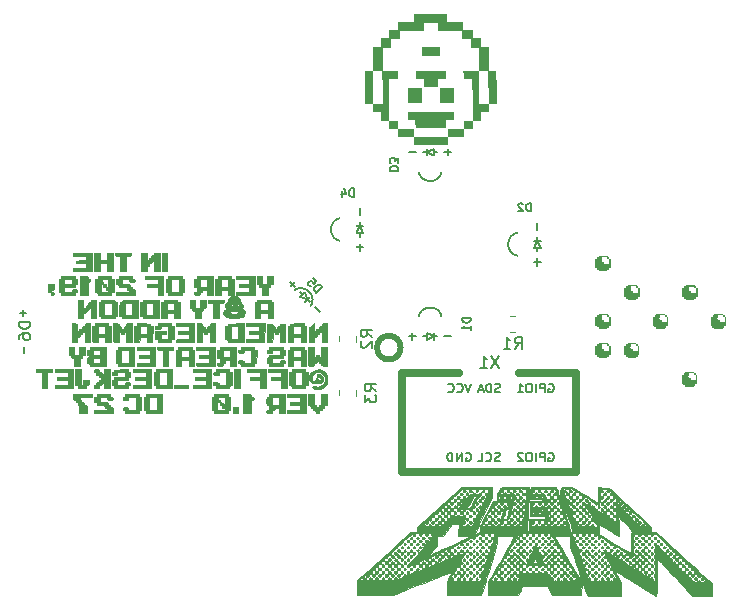
<source format=gbr>
G04 #@! TF.GenerationSoftware,KiCad,Pcbnew,5.1.2*
G04 #@! TF.CreationDate,2019-07-07T07:42:55-07:00*
G04 #@! TF.ProjectId,MegaMan_SAO,4d656761-4d61-46e5-9f53-414f2e6b6963,rev?*
G04 #@! TF.SameCoordinates,Original*
G04 #@! TF.FileFunction,Legend,Bot*
G04 #@! TF.FilePolarity,Positive*
%FSLAX46Y46*%
G04 Gerber Fmt 4.6, Leading zero omitted, Abs format (unit mm)*
G04 Created by KiCad (PCBNEW 5.1.2) date 2019-07-07 07:42:55*
%MOMM*%
%LPD*%
G04 APERTURE LIST*
%ADD10C,0.500000*%
%ADD11C,0.150000*%
%ADD12C,0.010000*%
%ADD13C,0.700000*%
%ADD14C,0.120000*%
%ADD15C,0.100000*%
%ADD16C,1.000000*%
%ADD17C,1.300000*%
%ADD18C,2.127200*%
%ADD19O,2.127200X2.127200*%
%ADD20R,2.127200X2.127200*%
%ADD21R,2.200000X2.200000*%
%ADD22C,2.200000*%
%ADD23C,1.550000*%
G04 APERTURE END LIST*
D10*
X97500000Y-98750000D02*
G75*
G03X97500000Y-98750000I-1000000J0D01*
G01*
D11*
X65600000Y-99200000D02*
X65600000Y-98700000D01*
X65800000Y-95800000D02*
X65300000Y-95800000D01*
X65550000Y-96050000D02*
X65550000Y-95550000D01*
D12*
G36*
X71340333Y-102963333D02*
G01*
X70790000Y-102963333D01*
X70565329Y-102964051D01*
X70411829Y-102967589D01*
X70316007Y-102976023D01*
X70264370Y-102991429D01*
X70243426Y-103015882D01*
X70239666Y-103048000D01*
X70264471Y-103114392D01*
X70345500Y-103132666D01*
X70421136Y-103146335D01*
X70448805Y-103204439D01*
X70451333Y-103259666D01*
X70461822Y-103349620D01*
X70511303Y-103382775D01*
X70578333Y-103386666D01*
X70669096Y-103398057D01*
X70702300Y-103446477D01*
X70705333Y-103492500D01*
X70722818Y-103573060D01*
X70791663Y-103597886D01*
X70811166Y-103598333D01*
X70863655Y-103601942D01*
X70895084Y-103624285D01*
X70910852Y-103682637D01*
X70916357Y-103794272D01*
X70917000Y-103937000D01*
X70917000Y-104275666D01*
X70242628Y-104275666D01*
X70230564Y-103841750D01*
X70218500Y-103407833D01*
X70102083Y-103394438D01*
X70014581Y-103367142D01*
X69986289Y-103298330D01*
X69985666Y-103278021D01*
X69967497Y-103199401D01*
X69896995Y-103175346D01*
X69879833Y-103175000D01*
X69819220Y-103168956D01*
X69787659Y-103137011D01*
X69775733Y-103058448D01*
X69774000Y-102942166D01*
X69774000Y-102709333D01*
X71340333Y-102709333D01*
X71340333Y-102963333D01*
X71340333Y-102963333D01*
G37*
X71340333Y-102963333D02*
X70790000Y-102963333D01*
X70565329Y-102964051D01*
X70411829Y-102967589D01*
X70316007Y-102976023D01*
X70264370Y-102991429D01*
X70243426Y-103015882D01*
X70239666Y-103048000D01*
X70264471Y-103114392D01*
X70345500Y-103132666D01*
X70421136Y-103146335D01*
X70448805Y-103204439D01*
X70451333Y-103259666D01*
X70461822Y-103349620D01*
X70511303Y-103382775D01*
X70578333Y-103386666D01*
X70669096Y-103398057D01*
X70702300Y-103446477D01*
X70705333Y-103492500D01*
X70722818Y-103573060D01*
X70791663Y-103597886D01*
X70811166Y-103598333D01*
X70863655Y-103601942D01*
X70895084Y-103624285D01*
X70910852Y-103682637D01*
X70916357Y-103794272D01*
X70917000Y-103937000D01*
X70917000Y-104275666D01*
X70242628Y-104275666D01*
X70230564Y-103841750D01*
X70218500Y-103407833D01*
X70102083Y-103394438D01*
X70014581Y-103367142D01*
X69986289Y-103298330D01*
X69985666Y-103278021D01*
X69967497Y-103199401D01*
X69896995Y-103175346D01*
X69879833Y-103175000D01*
X69819220Y-103168956D01*
X69787659Y-103137011D01*
X69775733Y-103058448D01*
X69774000Y-102942166D01*
X69774000Y-102709333D01*
X71340333Y-102709333D01*
X71340333Y-102963333D01*
G36*
X72906666Y-102815166D02*
G01*
X72924151Y-102895727D01*
X72992996Y-102920553D01*
X73012500Y-102921000D01*
X73088136Y-102934668D01*
X73115805Y-102992772D01*
X73118333Y-103048000D01*
X73114423Y-103120603D01*
X73088801Y-103158393D01*
X73020626Y-103172736D01*
X72889060Y-103174999D01*
X72885500Y-103175000D01*
X72752151Y-103172252D01*
X72682718Y-103157732D01*
X72656481Y-103122021D01*
X72652666Y-103069166D01*
X72648709Y-103015335D01*
X72624949Y-102983780D01*
X72563552Y-102968558D01*
X72446683Y-102963722D01*
X72335166Y-102963333D01*
X72017666Y-102963333D01*
X72017666Y-103386666D01*
X72356333Y-103386666D01*
X72524298Y-103387794D01*
X72624871Y-103394776D01*
X72675329Y-103413011D01*
X72692945Y-103447897D01*
X72695000Y-103492500D01*
X72712484Y-103573060D01*
X72781329Y-103597886D01*
X72800833Y-103598333D01*
X72881394Y-103615818D01*
X72906219Y-103684663D01*
X72906666Y-103704166D01*
X72924151Y-103784727D01*
X72992996Y-103809553D01*
X73012500Y-103810000D01*
X73073112Y-103816043D01*
X73104673Y-103847988D01*
X73116599Y-103926551D01*
X73118333Y-104042833D01*
X73118333Y-104275666D01*
X71552000Y-104275666D01*
X71552000Y-104021666D01*
X72102333Y-104021666D01*
X72327003Y-104020948D01*
X72480503Y-104017410D01*
X72576325Y-104008976D01*
X72627962Y-103993570D01*
X72648906Y-103969117D01*
X72652666Y-103937000D01*
X72627862Y-103870607D01*
X72546833Y-103852333D01*
X72466272Y-103834848D01*
X72441446Y-103766003D01*
X72441000Y-103746500D01*
X72437391Y-103694011D01*
X72415047Y-103662581D01*
X72356695Y-103646813D01*
X72245060Y-103641308D01*
X72102333Y-103640666D01*
X71763666Y-103640666D01*
X71763666Y-103513666D01*
X71752276Y-103422903D01*
X71703856Y-103389699D01*
X71657833Y-103386666D01*
X71597220Y-103380622D01*
X71565659Y-103348678D01*
X71553733Y-103270114D01*
X71552000Y-103153833D01*
X71554747Y-103020484D01*
X71569267Y-102951051D01*
X71604978Y-102924814D01*
X71657833Y-102921000D01*
X71738394Y-102903515D01*
X71763219Y-102834670D01*
X71763666Y-102815166D01*
X71763666Y-102709333D01*
X72906666Y-102709333D01*
X72906666Y-102815166D01*
X72906666Y-102815166D01*
G37*
X72906666Y-102815166D02*
X72924151Y-102895727D01*
X72992996Y-102920553D01*
X73012500Y-102921000D01*
X73088136Y-102934668D01*
X73115805Y-102992772D01*
X73118333Y-103048000D01*
X73114423Y-103120603D01*
X73088801Y-103158393D01*
X73020626Y-103172736D01*
X72889060Y-103174999D01*
X72885500Y-103175000D01*
X72752151Y-103172252D01*
X72682718Y-103157732D01*
X72656481Y-103122021D01*
X72652666Y-103069166D01*
X72648709Y-103015335D01*
X72624949Y-102983780D01*
X72563552Y-102968558D01*
X72446683Y-102963722D01*
X72335166Y-102963333D01*
X72017666Y-102963333D01*
X72017666Y-103386666D01*
X72356333Y-103386666D01*
X72524298Y-103387794D01*
X72624871Y-103394776D01*
X72675329Y-103413011D01*
X72692945Y-103447897D01*
X72695000Y-103492500D01*
X72712484Y-103573060D01*
X72781329Y-103597886D01*
X72800833Y-103598333D01*
X72881394Y-103615818D01*
X72906219Y-103684663D01*
X72906666Y-103704166D01*
X72924151Y-103784727D01*
X72992996Y-103809553D01*
X73012500Y-103810000D01*
X73073112Y-103816043D01*
X73104673Y-103847988D01*
X73116599Y-103926551D01*
X73118333Y-104042833D01*
X73118333Y-104275666D01*
X71552000Y-104275666D01*
X71552000Y-104021666D01*
X72102333Y-104021666D01*
X72327003Y-104020948D01*
X72480503Y-104017410D01*
X72576325Y-104008976D01*
X72627962Y-103993570D01*
X72648906Y-103969117D01*
X72652666Y-103937000D01*
X72627862Y-103870607D01*
X72546833Y-103852333D01*
X72466272Y-103834848D01*
X72441446Y-103766003D01*
X72441000Y-103746500D01*
X72437391Y-103694011D01*
X72415047Y-103662581D01*
X72356695Y-103646813D01*
X72245060Y-103641308D01*
X72102333Y-103640666D01*
X71763666Y-103640666D01*
X71763666Y-103513666D01*
X71752276Y-103422903D01*
X71703856Y-103389699D01*
X71657833Y-103386666D01*
X71597220Y-103380622D01*
X71565659Y-103348678D01*
X71553733Y-103270114D01*
X71552000Y-103153833D01*
X71554747Y-103020484D01*
X71569267Y-102951051D01*
X71604978Y-102924814D01*
X71657833Y-102921000D01*
X71738394Y-102903515D01*
X71763219Y-102834670D01*
X71763666Y-102815166D01*
X71763666Y-102709333D01*
X72906666Y-102709333D01*
X72906666Y-102815166D01*
G36*
X75319666Y-102815166D02*
G01*
X75337151Y-102895727D01*
X75405996Y-102920553D01*
X75425500Y-102921000D01*
X75531333Y-102921000D01*
X75531333Y-104064000D01*
X75425500Y-104064000D01*
X75344939Y-104081484D01*
X75320113Y-104150329D01*
X75319666Y-104169833D01*
X75319666Y-104275666D01*
X74176666Y-104275666D01*
X74176666Y-104169833D01*
X74159181Y-104089272D01*
X74090336Y-104064446D01*
X74070833Y-104064000D01*
X73995197Y-104050331D01*
X73967527Y-103992227D01*
X73965000Y-103937000D01*
X73968909Y-103864396D01*
X73994531Y-103826606D01*
X74062706Y-103812263D01*
X74194272Y-103810000D01*
X74197833Y-103810000D01*
X74331181Y-103812747D01*
X74400615Y-103827267D01*
X74426852Y-103862978D01*
X74430666Y-103915833D01*
X74434623Y-103969664D01*
X74458383Y-104001219D01*
X74519780Y-104016441D01*
X74636649Y-104021277D01*
X74748166Y-104021666D01*
X75065666Y-104021666D01*
X75065666Y-102963333D01*
X74748166Y-102963333D01*
X74586672Y-102964652D01*
X74492008Y-102972572D01*
X74446340Y-102993038D01*
X74431833Y-103031994D01*
X74430666Y-103069166D01*
X74424622Y-103129779D01*
X74392678Y-103161340D01*
X74314114Y-103173266D01*
X74197833Y-103175000D01*
X74064726Y-103172867D01*
X73995444Y-103158891D01*
X73969149Y-103121705D01*
X73965000Y-103049942D01*
X73965000Y-103048000D01*
X73976390Y-102957236D01*
X74024810Y-102924032D01*
X74070833Y-102921000D01*
X74151394Y-102903515D01*
X74176219Y-102834670D01*
X74176666Y-102815166D01*
X74176666Y-102709333D01*
X75319666Y-102709333D01*
X75319666Y-102815166D01*
X75319666Y-102815166D01*
G37*
X75319666Y-102815166D02*
X75337151Y-102895727D01*
X75405996Y-102920553D01*
X75425500Y-102921000D01*
X75531333Y-102921000D01*
X75531333Y-104064000D01*
X75425500Y-104064000D01*
X75344939Y-104081484D01*
X75320113Y-104150329D01*
X75319666Y-104169833D01*
X75319666Y-104275666D01*
X74176666Y-104275666D01*
X74176666Y-104169833D01*
X74159181Y-104089272D01*
X74090336Y-104064446D01*
X74070833Y-104064000D01*
X73995197Y-104050331D01*
X73967527Y-103992227D01*
X73965000Y-103937000D01*
X73968909Y-103864396D01*
X73994531Y-103826606D01*
X74062706Y-103812263D01*
X74194272Y-103810000D01*
X74197833Y-103810000D01*
X74331181Y-103812747D01*
X74400615Y-103827267D01*
X74426852Y-103862978D01*
X74430666Y-103915833D01*
X74434623Y-103969664D01*
X74458383Y-104001219D01*
X74519780Y-104016441D01*
X74636649Y-104021277D01*
X74748166Y-104021666D01*
X75065666Y-104021666D01*
X75065666Y-102963333D01*
X74748166Y-102963333D01*
X74586672Y-102964652D01*
X74492008Y-102972572D01*
X74446340Y-102993038D01*
X74431833Y-103031994D01*
X74430666Y-103069166D01*
X74424622Y-103129779D01*
X74392678Y-103161340D01*
X74314114Y-103173266D01*
X74197833Y-103175000D01*
X74064726Y-103172867D01*
X73995444Y-103158891D01*
X73969149Y-103121705D01*
X73965000Y-103049942D01*
X73965000Y-103048000D01*
X73976390Y-102957236D01*
X74024810Y-102924032D01*
X74070833Y-102921000D01*
X74151394Y-102903515D01*
X74176219Y-102834670D01*
X74176666Y-102815166D01*
X74176666Y-102709333D01*
X75319666Y-102709333D01*
X75319666Y-102815166D01*
G36*
X77309333Y-104275666D02*
G01*
X75954666Y-104275666D01*
X75954666Y-104169833D01*
X75937181Y-104089272D01*
X75868336Y-104064446D01*
X75848833Y-104064000D01*
X75743000Y-104064000D01*
X75743000Y-102963333D01*
X76208666Y-102963333D01*
X76208666Y-104021666D01*
X76843666Y-104021666D01*
X76843666Y-102963333D01*
X76208666Y-102963333D01*
X75743000Y-102963333D01*
X75743000Y-102921000D01*
X75848833Y-102921000D01*
X75929394Y-102903515D01*
X75954219Y-102834670D01*
X75954666Y-102815166D01*
X75954666Y-102709333D01*
X77309333Y-102709333D01*
X77309333Y-104275666D01*
X77309333Y-104275666D01*
G37*
X77309333Y-104275666D02*
X75954666Y-104275666D01*
X75954666Y-104169833D01*
X75937181Y-104089272D01*
X75868336Y-104064446D01*
X75848833Y-104064000D01*
X75743000Y-104064000D01*
X75743000Y-102963333D01*
X76208666Y-102963333D01*
X76208666Y-104021666D01*
X76843666Y-104021666D01*
X76843666Y-102963333D01*
X76208666Y-102963333D01*
X75743000Y-102963333D01*
X75743000Y-102921000D01*
X75848833Y-102921000D01*
X75929394Y-102903515D01*
X75954219Y-102834670D01*
X75954666Y-102815166D01*
X75954666Y-102709333D01*
X77309333Y-102709333D01*
X77309333Y-104275666D01*
G36*
X82855000Y-102815166D02*
G01*
X82872484Y-102895727D01*
X82941329Y-102920553D01*
X82960833Y-102921000D01*
X83066666Y-102921000D01*
X83066666Y-104064000D01*
X82960833Y-104064000D01*
X82880272Y-104081484D01*
X82855446Y-104150329D01*
X82855000Y-104169833D01*
X82855000Y-104275666D01*
X81712000Y-104275666D01*
X81712000Y-104169833D01*
X81694515Y-104089272D01*
X81625670Y-104064446D01*
X81606166Y-104064000D01*
X81500333Y-104064000D01*
X81500333Y-103048000D01*
X81966000Y-103048000D01*
X81990804Y-103114392D01*
X82071833Y-103132666D01*
X82147469Y-103146335D01*
X82175139Y-103204439D01*
X82177666Y-103259666D01*
X82166276Y-103350430D01*
X82117856Y-103383633D01*
X82071833Y-103386666D01*
X82018002Y-103390623D01*
X81986447Y-103414383D01*
X81971224Y-103475780D01*
X81966389Y-103592649D01*
X81966000Y-103704166D01*
X81966000Y-104021666D01*
X82283500Y-104021666D01*
X82445833Y-104019666D01*
X82541081Y-104010548D01*
X82586789Y-103989632D01*
X82600502Y-103952240D01*
X82601000Y-103937000D01*
X82576195Y-103870607D01*
X82495166Y-103852333D01*
X82414605Y-103834848D01*
X82389780Y-103766003D01*
X82389333Y-103746500D01*
X82371848Y-103665939D01*
X82303003Y-103641113D01*
X82283500Y-103640666D01*
X82207863Y-103626997D01*
X82180194Y-103568893D01*
X82177666Y-103513666D01*
X82188156Y-103423712D01*
X82237636Y-103390557D01*
X82304666Y-103386666D01*
X82395430Y-103398057D01*
X82428633Y-103446477D01*
X82431666Y-103492500D01*
X82451510Y-103575490D01*
X82516333Y-103598333D01*
X82559622Y-103590834D01*
X82585021Y-103556640D01*
X82597210Y-103478206D01*
X82600867Y-103337985D01*
X82601000Y-103280833D01*
X82601000Y-102963333D01*
X82283500Y-102963333D01*
X82121166Y-102965333D01*
X82025918Y-102974451D01*
X81980210Y-102995367D01*
X81966497Y-103032759D01*
X81966000Y-103048000D01*
X81500333Y-103048000D01*
X81500333Y-102921000D01*
X81606166Y-102921000D01*
X81686727Y-102903515D01*
X81711553Y-102834670D01*
X81712000Y-102815166D01*
X81712000Y-102709333D01*
X82855000Y-102709333D01*
X82855000Y-102815166D01*
X82855000Y-102815166D01*
G37*
X82855000Y-102815166D02*
X82872484Y-102895727D01*
X82941329Y-102920553D01*
X82960833Y-102921000D01*
X83066666Y-102921000D01*
X83066666Y-104064000D01*
X82960833Y-104064000D01*
X82880272Y-104081484D01*
X82855446Y-104150329D01*
X82855000Y-104169833D01*
X82855000Y-104275666D01*
X81712000Y-104275666D01*
X81712000Y-104169833D01*
X81694515Y-104089272D01*
X81625670Y-104064446D01*
X81606166Y-104064000D01*
X81500333Y-104064000D01*
X81500333Y-103048000D01*
X81966000Y-103048000D01*
X81990804Y-103114392D01*
X82071833Y-103132666D01*
X82147469Y-103146335D01*
X82175139Y-103204439D01*
X82177666Y-103259666D01*
X82166276Y-103350430D01*
X82117856Y-103383633D01*
X82071833Y-103386666D01*
X82018002Y-103390623D01*
X81986447Y-103414383D01*
X81971224Y-103475780D01*
X81966389Y-103592649D01*
X81966000Y-103704166D01*
X81966000Y-104021666D01*
X82283500Y-104021666D01*
X82445833Y-104019666D01*
X82541081Y-104010548D01*
X82586789Y-103989632D01*
X82600502Y-103952240D01*
X82601000Y-103937000D01*
X82576195Y-103870607D01*
X82495166Y-103852333D01*
X82414605Y-103834848D01*
X82389780Y-103766003D01*
X82389333Y-103746500D01*
X82371848Y-103665939D01*
X82303003Y-103641113D01*
X82283500Y-103640666D01*
X82207863Y-103626997D01*
X82180194Y-103568893D01*
X82177666Y-103513666D01*
X82188156Y-103423712D01*
X82237636Y-103390557D01*
X82304666Y-103386666D01*
X82395430Y-103398057D01*
X82428633Y-103446477D01*
X82431666Y-103492500D01*
X82451510Y-103575490D01*
X82516333Y-103598333D01*
X82559622Y-103590834D01*
X82585021Y-103556640D01*
X82597210Y-103478206D01*
X82600867Y-103337985D01*
X82601000Y-103280833D01*
X82601000Y-102963333D01*
X82283500Y-102963333D01*
X82121166Y-102965333D01*
X82025918Y-102974451D01*
X81980210Y-102995367D01*
X81966497Y-103032759D01*
X81966000Y-103048000D01*
X81500333Y-103048000D01*
X81500333Y-102921000D01*
X81606166Y-102921000D01*
X81686727Y-102903515D01*
X81711553Y-102834670D01*
X81712000Y-102815166D01*
X81712000Y-102709333D01*
X82855000Y-102709333D01*
X82855000Y-102815166D01*
G36*
X83744000Y-104275666D02*
G01*
X83278333Y-104275666D01*
X83278333Y-103810000D01*
X83744000Y-103810000D01*
X83744000Y-104275666D01*
X83744000Y-104275666D01*
G37*
X83744000Y-104275666D02*
X83278333Y-104275666D01*
X83278333Y-103810000D01*
X83744000Y-103810000D01*
X83744000Y-104275666D01*
G36*
X84673964Y-102710461D02*
G01*
X84774538Y-102717443D01*
X84824996Y-102735678D01*
X84842611Y-102770564D01*
X84844666Y-102815166D01*
X84862151Y-102895727D01*
X84930996Y-102920553D01*
X84950500Y-102921000D01*
X85026136Y-102934668D01*
X85053805Y-102992772D01*
X85056333Y-103048000D01*
X85044942Y-103138763D01*
X84996522Y-103171967D01*
X84950500Y-103175000D01*
X84844666Y-103175000D01*
X84844666Y-104275666D01*
X84167333Y-104275666D01*
X84167333Y-102709333D01*
X84506000Y-102709333D01*
X84673964Y-102710461D01*
X84673964Y-102710461D01*
G37*
X84673964Y-102710461D02*
X84774538Y-102717443D01*
X84824996Y-102735678D01*
X84842611Y-102770564D01*
X84844666Y-102815166D01*
X84862151Y-102895727D01*
X84930996Y-102920553D01*
X84950500Y-102921000D01*
X85026136Y-102934668D01*
X85053805Y-102992772D01*
X85056333Y-103048000D01*
X85044942Y-103138763D01*
X84996522Y-103171967D01*
X84950500Y-103175000D01*
X84844666Y-103175000D01*
X84844666Y-104275666D01*
X84167333Y-104275666D01*
X84167333Y-102709333D01*
X84506000Y-102709333D01*
X84673964Y-102710461D01*
G36*
X87723333Y-104275666D02*
G01*
X87215333Y-104275666D01*
X87215333Y-103852333D01*
X87024833Y-103852333D01*
X86907279Y-103856719D01*
X86851584Y-103878281D01*
X86835060Y-103929621D01*
X86834333Y-103958166D01*
X86816848Y-104038727D01*
X86748003Y-104063553D01*
X86728500Y-104064000D01*
X86647939Y-104081484D01*
X86623113Y-104150329D01*
X86622666Y-104169833D01*
X86617367Y-104228242D01*
X86588287Y-104259917D01*
X86515648Y-104273006D01*
X86379675Y-104275661D01*
X86365854Y-104275666D01*
X86224484Y-104274044D01*
X86148980Y-104263185D01*
X86120541Y-104234095D01*
X86120366Y-104177784D01*
X86122438Y-104159250D01*
X86152757Y-104068579D01*
X86232837Y-104032099D01*
X86252250Y-104029438D01*
X86324994Y-104013178D01*
X86358808Y-103970102D01*
X86368347Y-103875252D01*
X86368666Y-103831166D01*
X86363698Y-103715072D01*
X86339023Y-103658535D01*
X86279987Y-103636594D01*
X86252250Y-103632895D01*
X86194519Y-103623286D01*
X86159954Y-103598887D01*
X86142612Y-103541729D01*
X86136552Y-103433846D01*
X86135833Y-103280833D01*
X86136853Y-103112773D01*
X86143873Y-103011411D01*
X86161193Y-102963333D01*
X86622666Y-102963333D01*
X86622666Y-103598333D01*
X87215333Y-103598333D01*
X87215333Y-102963333D01*
X86622666Y-102963333D01*
X86161193Y-102963333D01*
X86162834Y-102958780D01*
X86199680Y-102936911D01*
X86252250Y-102928771D01*
X86339752Y-102901476D01*
X86368043Y-102832664D01*
X86368666Y-102812354D01*
X86368666Y-102709333D01*
X87723333Y-102709333D01*
X87723333Y-104275666D01*
X87723333Y-104275666D01*
G37*
X87723333Y-104275666D02*
X87215333Y-104275666D01*
X87215333Y-103852333D01*
X87024833Y-103852333D01*
X86907279Y-103856719D01*
X86851584Y-103878281D01*
X86835060Y-103929621D01*
X86834333Y-103958166D01*
X86816848Y-104038727D01*
X86748003Y-104063553D01*
X86728500Y-104064000D01*
X86647939Y-104081484D01*
X86623113Y-104150329D01*
X86622666Y-104169833D01*
X86617367Y-104228242D01*
X86588287Y-104259917D01*
X86515648Y-104273006D01*
X86379675Y-104275661D01*
X86365854Y-104275666D01*
X86224484Y-104274044D01*
X86148980Y-104263185D01*
X86120541Y-104234095D01*
X86120366Y-104177784D01*
X86122438Y-104159250D01*
X86152757Y-104068579D01*
X86232837Y-104032099D01*
X86252250Y-104029438D01*
X86324994Y-104013178D01*
X86358808Y-103970102D01*
X86368347Y-103875252D01*
X86368666Y-103831166D01*
X86363698Y-103715072D01*
X86339023Y-103658535D01*
X86279987Y-103636594D01*
X86252250Y-103632895D01*
X86194519Y-103623286D01*
X86159954Y-103598887D01*
X86142612Y-103541729D01*
X86136552Y-103433846D01*
X86135833Y-103280833D01*
X86136853Y-103112773D01*
X86143873Y-103011411D01*
X86161193Y-102963333D01*
X86622666Y-102963333D01*
X86622666Y-103598333D01*
X87215333Y-103598333D01*
X87215333Y-102963333D01*
X86622666Y-102963333D01*
X86161193Y-102963333D01*
X86162834Y-102958780D01*
X86199680Y-102936911D01*
X86252250Y-102928771D01*
X86339752Y-102901476D01*
X86368043Y-102832664D01*
X86368666Y-102812354D01*
X86368666Y-102709333D01*
X87723333Y-102709333D01*
X87723333Y-104275666D01*
G36*
X89459000Y-104275666D02*
G01*
X87892666Y-104275666D01*
X87892666Y-104021666D01*
X88993333Y-104021666D01*
X88993333Y-103643628D01*
X88559416Y-103631564D01*
X88125500Y-103619500D01*
X88112104Y-103503083D01*
X88098709Y-103386666D01*
X88993333Y-103386666D01*
X88993333Y-102963333D01*
X87892666Y-102963333D01*
X87892666Y-102709333D01*
X89459000Y-102709333D01*
X89459000Y-104275666D01*
X89459000Y-104275666D01*
G37*
X89459000Y-104275666D02*
X87892666Y-104275666D01*
X87892666Y-104021666D01*
X88993333Y-104021666D01*
X88993333Y-103643628D01*
X88559416Y-103631564D01*
X88125500Y-103619500D01*
X88112104Y-103503083D01*
X88098709Y-103386666D01*
X88993333Y-103386666D01*
X88993333Y-102963333D01*
X87892666Y-102963333D01*
X87892666Y-102709333D01*
X89459000Y-102709333D01*
X89459000Y-104275666D01*
G36*
X90136333Y-103598333D02*
G01*
X90242166Y-103598333D01*
X90322727Y-103615818D01*
X90347553Y-103684663D01*
X90348000Y-103704166D01*
X90365484Y-103784727D01*
X90434329Y-103809553D01*
X90453833Y-103810000D01*
X90534394Y-103792515D01*
X90559219Y-103723670D01*
X90559666Y-103704166D01*
X90577151Y-103623605D01*
X90645996Y-103598780D01*
X90665500Y-103598333D01*
X90771333Y-103598333D01*
X90771333Y-102709333D01*
X91237000Y-102709333D01*
X91237000Y-103640666D01*
X91131166Y-103640666D01*
X91050605Y-103658151D01*
X91025780Y-103726996D01*
X91025333Y-103746500D01*
X91007848Y-103827060D01*
X90939003Y-103851886D01*
X90919500Y-103852333D01*
X90838939Y-103869818D01*
X90814113Y-103938663D01*
X90813666Y-103958166D01*
X90799997Y-104033802D01*
X90741893Y-104061472D01*
X90686666Y-104064000D01*
X90595903Y-104075390D01*
X90562699Y-104123810D01*
X90559666Y-104169833D01*
X90545997Y-104245469D01*
X90487893Y-104273139D01*
X90432666Y-104275666D01*
X90341903Y-104264276D01*
X90308699Y-104215856D01*
X90305666Y-104169833D01*
X90288181Y-104089272D01*
X90219336Y-104064446D01*
X90199833Y-104064000D01*
X90119272Y-104046515D01*
X90094446Y-103977670D01*
X90094000Y-103958166D01*
X90076515Y-103877605D01*
X90007670Y-103852780D01*
X89988166Y-103852333D01*
X89907605Y-103834848D01*
X89882780Y-103766003D01*
X89882333Y-103746500D01*
X89864848Y-103665939D01*
X89796003Y-103641113D01*
X89776500Y-103640666D01*
X89670666Y-103640666D01*
X89670666Y-102709333D01*
X90136333Y-102709333D01*
X90136333Y-103598333D01*
X90136333Y-103598333D01*
G37*
X90136333Y-103598333D02*
X90242166Y-103598333D01*
X90322727Y-103615818D01*
X90347553Y-103684663D01*
X90348000Y-103704166D01*
X90365484Y-103784727D01*
X90434329Y-103809553D01*
X90453833Y-103810000D01*
X90534394Y-103792515D01*
X90559219Y-103723670D01*
X90559666Y-103704166D01*
X90577151Y-103623605D01*
X90645996Y-103598780D01*
X90665500Y-103598333D01*
X90771333Y-103598333D01*
X90771333Y-102709333D01*
X91237000Y-102709333D01*
X91237000Y-103640666D01*
X91131166Y-103640666D01*
X91050605Y-103658151D01*
X91025780Y-103726996D01*
X91025333Y-103746500D01*
X91007848Y-103827060D01*
X90939003Y-103851886D01*
X90919500Y-103852333D01*
X90838939Y-103869818D01*
X90814113Y-103938663D01*
X90813666Y-103958166D01*
X90799997Y-104033802D01*
X90741893Y-104061472D01*
X90686666Y-104064000D01*
X90595903Y-104075390D01*
X90562699Y-104123810D01*
X90559666Y-104169833D01*
X90545997Y-104245469D01*
X90487893Y-104273139D01*
X90432666Y-104275666D01*
X90341903Y-104264276D01*
X90308699Y-104215856D01*
X90305666Y-104169833D01*
X90288181Y-104089272D01*
X90219336Y-104064446D01*
X90199833Y-104064000D01*
X90119272Y-104046515D01*
X90094446Y-103977670D01*
X90094000Y-103958166D01*
X90076515Y-103877605D01*
X90007670Y-103852780D01*
X89988166Y-103852333D01*
X89907605Y-103834848D01*
X89882780Y-103766003D01*
X89882333Y-103746500D01*
X89864848Y-103665939D01*
X89796003Y-103641113D01*
X89776500Y-103640666D01*
X89670666Y-103640666D01*
X89670666Y-102709333D01*
X90136333Y-102709333D01*
X90136333Y-103598333D01*
G36*
X90784772Y-100632449D02*
G01*
X90981022Y-100739069D01*
X91138132Y-100905993D01*
X91249031Y-101115169D01*
X91306652Y-101348545D01*
X91303923Y-101588067D01*
X91241654Y-101799166D01*
X91099546Y-102012485D01*
X90903982Y-102168624D01*
X90668891Y-102261666D01*
X90408201Y-102285692D01*
X90182673Y-102249067D01*
X90077817Y-102195711D01*
X90021191Y-102119901D01*
X90026819Y-102043687D01*
X90040763Y-102025969D01*
X90095792Y-101998402D01*
X90185658Y-102008694D01*
X90259472Y-102030725D01*
X90495243Y-102071984D01*
X90703836Y-102039147D01*
X90875514Y-101940970D01*
X91000538Y-101786209D01*
X91069171Y-101583618D01*
X91071675Y-101341954D01*
X91066176Y-101305393D01*
X90994666Y-101097760D01*
X90869546Y-100943264D01*
X90706511Y-100846963D01*
X90521261Y-100813913D01*
X90329492Y-100849171D01*
X90146901Y-100957795D01*
X90105595Y-100995938D01*
X90011388Y-101125704D01*
X89966975Y-101263017D01*
X89968724Y-101390844D01*
X90013003Y-101492151D01*
X90096180Y-101549905D01*
X90214623Y-101547072D01*
X90222599Y-101544659D01*
X90289245Y-101488005D01*
X90305666Y-101394147D01*
X90325296Y-101297332D01*
X90378372Y-101273820D01*
X90456178Y-101323493D01*
X90517333Y-101397000D01*
X90600704Y-101487216D01*
X90673652Y-101521491D01*
X90720016Y-101495773D01*
X90728351Y-101449916D01*
X90708623Y-101354400D01*
X90639582Y-101277806D01*
X90527916Y-101211319D01*
X90422984Y-101135094D01*
X90392233Y-101064612D01*
X90425562Y-101013683D01*
X90512870Y-100996115D01*
X90644058Y-101025720D01*
X90659213Y-101031811D01*
X90817016Y-101140174D01*
X90914508Y-101299206D01*
X90940666Y-101452449D01*
X90907283Y-101598672D01*
X90820135Y-101701345D01*
X90698723Y-101747227D01*
X90562548Y-101723077D01*
X90550679Y-101717246D01*
X90459290Y-101684831D01*
X90385745Y-101708315D01*
X90367987Y-101720596D01*
X90225703Y-101775875D01*
X90063633Y-101762115D01*
X89906205Y-101682484D01*
X89874860Y-101656654D01*
X89789720Y-101568136D01*
X89750059Y-101478881D01*
X89739770Y-101349780D01*
X89739748Y-101328571D01*
X89755562Y-101171926D01*
X89794419Y-101025351D01*
X89812570Y-100984069D01*
X89943278Y-100819512D01*
X90130238Y-100694798D01*
X90351235Y-100617959D01*
X90584055Y-100597031D01*
X90784772Y-100632449D01*
X90784772Y-100632449D01*
G37*
X90784772Y-100632449D02*
X90981022Y-100739069D01*
X91138132Y-100905993D01*
X91249031Y-101115169D01*
X91306652Y-101348545D01*
X91303923Y-101588067D01*
X91241654Y-101799166D01*
X91099546Y-102012485D01*
X90903982Y-102168624D01*
X90668891Y-102261666D01*
X90408201Y-102285692D01*
X90182673Y-102249067D01*
X90077817Y-102195711D01*
X90021191Y-102119901D01*
X90026819Y-102043687D01*
X90040763Y-102025969D01*
X90095792Y-101998402D01*
X90185658Y-102008694D01*
X90259472Y-102030725D01*
X90495243Y-102071984D01*
X90703836Y-102039147D01*
X90875514Y-101940970D01*
X91000538Y-101786209D01*
X91069171Y-101583618D01*
X91071675Y-101341954D01*
X91066176Y-101305393D01*
X90994666Y-101097760D01*
X90869546Y-100943264D01*
X90706511Y-100846963D01*
X90521261Y-100813913D01*
X90329492Y-100849171D01*
X90146901Y-100957795D01*
X90105595Y-100995938D01*
X90011388Y-101125704D01*
X89966975Y-101263017D01*
X89968724Y-101390844D01*
X90013003Y-101492151D01*
X90096180Y-101549905D01*
X90214623Y-101547072D01*
X90222599Y-101544659D01*
X90289245Y-101488005D01*
X90305666Y-101394147D01*
X90325296Y-101297332D01*
X90378372Y-101273820D01*
X90456178Y-101323493D01*
X90517333Y-101397000D01*
X90600704Y-101487216D01*
X90673652Y-101521491D01*
X90720016Y-101495773D01*
X90728351Y-101449916D01*
X90708623Y-101354400D01*
X90639582Y-101277806D01*
X90527916Y-101211319D01*
X90422984Y-101135094D01*
X90392233Y-101064612D01*
X90425562Y-101013683D01*
X90512870Y-100996115D01*
X90644058Y-101025720D01*
X90659213Y-101031811D01*
X90817016Y-101140174D01*
X90914508Y-101299206D01*
X90940666Y-101452449D01*
X90907283Y-101598672D01*
X90820135Y-101701345D01*
X90698723Y-101747227D01*
X90562548Y-101723077D01*
X90550679Y-101717246D01*
X90459290Y-101684831D01*
X90385745Y-101708315D01*
X90367987Y-101720596D01*
X90225703Y-101775875D01*
X90063633Y-101762115D01*
X89906205Y-101682484D01*
X89874860Y-101656654D01*
X89789720Y-101568136D01*
X89750059Y-101478881D01*
X89739770Y-101349780D01*
X89739748Y-101328571D01*
X89755562Y-101171926D01*
X89794419Y-101025351D01*
X89812570Y-100984069D01*
X89943278Y-100819512D01*
X90130238Y-100694798D01*
X90351235Y-100617959D01*
X90584055Y-100597031D01*
X90784772Y-100632449D01*
G36*
X67996000Y-100719666D02*
G01*
X67991375Y-100794847D01*
X67962942Y-100832337D01*
X67888859Y-100845240D01*
X67784333Y-100846666D01*
X67572666Y-100846666D01*
X67572666Y-102159000D01*
X67107000Y-102159000D01*
X67107000Y-100846666D01*
X66874166Y-100846666D01*
X66741059Y-100844534D01*
X66671778Y-100830558D01*
X66645482Y-100793372D01*
X66641333Y-100721608D01*
X66641333Y-100592666D01*
X67996000Y-100592666D01*
X67996000Y-100719666D01*
X67996000Y-100719666D01*
G37*
X67996000Y-100719666D02*
X67991375Y-100794847D01*
X67962942Y-100832337D01*
X67888859Y-100845240D01*
X67784333Y-100846666D01*
X67572666Y-100846666D01*
X67572666Y-102159000D01*
X67107000Y-102159000D01*
X67107000Y-100846666D01*
X66874166Y-100846666D01*
X66741059Y-100844534D01*
X66671778Y-100830558D01*
X66645482Y-100793372D01*
X66641333Y-100721608D01*
X66641333Y-100592666D01*
X67996000Y-100592666D01*
X67996000Y-100719666D01*
G36*
X69774000Y-102159000D02*
G01*
X68207666Y-102159000D01*
X68207666Y-101905000D01*
X69308333Y-101905000D01*
X69308333Y-101524000D01*
X68419333Y-101524000D01*
X68419333Y-101270000D01*
X69308333Y-101270000D01*
X69308333Y-100846666D01*
X68207666Y-100846666D01*
X68207666Y-100592666D01*
X69774000Y-100592666D01*
X69774000Y-102159000D01*
X69774000Y-102159000D01*
G37*
X69774000Y-102159000D02*
X68207666Y-102159000D01*
X68207666Y-101905000D01*
X69308333Y-101905000D01*
X69308333Y-101524000D01*
X68419333Y-101524000D01*
X68419333Y-101270000D01*
X69308333Y-101270000D01*
X69308333Y-100846666D01*
X68207666Y-100846666D01*
X68207666Y-100592666D01*
X69774000Y-100592666D01*
X69774000Y-102159000D01*
G36*
X70409000Y-101905000D02*
G01*
X70514833Y-101905000D01*
X70577644Y-101898137D01*
X70608979Y-101863114D01*
X70619664Y-101778280D01*
X70620666Y-101693333D01*
X70620666Y-101481666D01*
X71086333Y-101481666D01*
X71086333Y-101714500D01*
X71083586Y-101847848D01*
X71069065Y-101917281D01*
X71033355Y-101943518D01*
X70980500Y-101947333D01*
X70899939Y-101964818D01*
X70875113Y-102033663D01*
X70874666Y-102053166D01*
X70871057Y-102105655D01*
X70848714Y-102137084D01*
X70790362Y-102152852D01*
X70678727Y-102158357D01*
X70536000Y-102159000D01*
X70368035Y-102157872D01*
X70267461Y-102150889D01*
X70217003Y-102132654D01*
X70199388Y-102097768D01*
X70197333Y-102053166D01*
X70183664Y-101977530D01*
X70125560Y-101949860D01*
X70070333Y-101947333D01*
X69943333Y-101947333D01*
X69943333Y-100592666D01*
X70409000Y-100592666D01*
X70409000Y-101905000D01*
X70409000Y-101905000D01*
G37*
X70409000Y-101905000D02*
X70514833Y-101905000D01*
X70577644Y-101898137D01*
X70608979Y-101863114D01*
X70619664Y-101778280D01*
X70620666Y-101693333D01*
X70620666Y-101481666D01*
X71086333Y-101481666D01*
X71086333Y-101714500D01*
X71083586Y-101847848D01*
X71069065Y-101917281D01*
X71033355Y-101943518D01*
X70980500Y-101947333D01*
X70899939Y-101964818D01*
X70875113Y-102033663D01*
X70874666Y-102053166D01*
X70871057Y-102105655D01*
X70848714Y-102137084D01*
X70790362Y-102152852D01*
X70678727Y-102158357D01*
X70536000Y-102159000D01*
X70368035Y-102157872D01*
X70267461Y-102150889D01*
X70217003Y-102132654D01*
X70199388Y-102097768D01*
X70197333Y-102053166D01*
X70183664Y-101977530D01*
X70125560Y-101949860D01*
X70070333Y-101947333D01*
X69943333Y-101947333D01*
X69943333Y-100592666D01*
X70409000Y-100592666D01*
X70409000Y-101905000D01*
G36*
X71875848Y-100595413D02*
G01*
X71945281Y-100609934D01*
X71971518Y-100645644D01*
X71975333Y-100698500D01*
X71992818Y-100779060D01*
X72061663Y-100803886D01*
X72081166Y-100804333D01*
X72161727Y-100821818D01*
X72186553Y-100890663D01*
X72187000Y-100910166D01*
X72204484Y-100990727D01*
X72273329Y-101015553D01*
X72292833Y-101016000D01*
X72355644Y-101009137D01*
X72386979Y-100974114D01*
X72397664Y-100889280D01*
X72398666Y-100804333D01*
X72398666Y-100592666D01*
X72864333Y-100592666D01*
X72864333Y-102159000D01*
X72398666Y-102159000D01*
X72398666Y-101947333D01*
X72395235Y-101821711D01*
X72377724Y-101759041D01*
X72335306Y-101737671D01*
X72292833Y-101735666D01*
X72212272Y-101753151D01*
X72187446Y-101821996D01*
X72187000Y-101841500D01*
X72169515Y-101922060D01*
X72100670Y-101946886D01*
X72081166Y-101947333D01*
X72000605Y-101964818D01*
X71975780Y-102033663D01*
X71975333Y-102053166D01*
X71969289Y-102113779D01*
X71937345Y-102145340D01*
X71858781Y-102157266D01*
X71742500Y-102159000D01*
X71609392Y-102156867D01*
X71540111Y-102142891D01*
X71513816Y-102105705D01*
X71509666Y-102033942D01*
X71509666Y-102032000D01*
X71521057Y-101941236D01*
X71569477Y-101908032D01*
X71615500Y-101905000D01*
X71696060Y-101887515D01*
X71720886Y-101818670D01*
X71721333Y-101799166D01*
X71738818Y-101718605D01*
X71807663Y-101693780D01*
X71827166Y-101693333D01*
X71907727Y-101675848D01*
X71932553Y-101607003D01*
X71933000Y-101587500D01*
X71950484Y-101506939D01*
X72019329Y-101482113D01*
X72038833Y-101481666D01*
X72119394Y-101464181D01*
X72144219Y-101395336D01*
X72144666Y-101375833D01*
X72127181Y-101295272D01*
X72058336Y-101270446D01*
X72038833Y-101270000D01*
X71958272Y-101252515D01*
X71933446Y-101183670D01*
X71933000Y-101164166D01*
X71915515Y-101083605D01*
X71846670Y-101058780D01*
X71827166Y-101058333D01*
X71746605Y-101040848D01*
X71721780Y-100972003D01*
X71721333Y-100952500D01*
X71703848Y-100871939D01*
X71635003Y-100847113D01*
X71615500Y-100846666D01*
X71539863Y-100832997D01*
X71512194Y-100774893D01*
X71509666Y-100719666D01*
X71513576Y-100647062D01*
X71539198Y-100609272D01*
X71607373Y-100594930D01*
X71738939Y-100592666D01*
X71742500Y-100592666D01*
X71875848Y-100595413D01*
X71875848Y-100595413D01*
G37*
X71875848Y-100595413D02*
X71945281Y-100609934D01*
X71971518Y-100645644D01*
X71975333Y-100698500D01*
X71992818Y-100779060D01*
X72061663Y-100803886D01*
X72081166Y-100804333D01*
X72161727Y-100821818D01*
X72186553Y-100890663D01*
X72187000Y-100910166D01*
X72204484Y-100990727D01*
X72273329Y-101015553D01*
X72292833Y-101016000D01*
X72355644Y-101009137D01*
X72386979Y-100974114D01*
X72397664Y-100889280D01*
X72398666Y-100804333D01*
X72398666Y-100592666D01*
X72864333Y-100592666D01*
X72864333Y-102159000D01*
X72398666Y-102159000D01*
X72398666Y-101947333D01*
X72395235Y-101821711D01*
X72377724Y-101759041D01*
X72335306Y-101737671D01*
X72292833Y-101735666D01*
X72212272Y-101753151D01*
X72187446Y-101821996D01*
X72187000Y-101841500D01*
X72169515Y-101922060D01*
X72100670Y-101946886D01*
X72081166Y-101947333D01*
X72000605Y-101964818D01*
X71975780Y-102033663D01*
X71975333Y-102053166D01*
X71969289Y-102113779D01*
X71937345Y-102145340D01*
X71858781Y-102157266D01*
X71742500Y-102159000D01*
X71609392Y-102156867D01*
X71540111Y-102142891D01*
X71513816Y-102105705D01*
X71509666Y-102033942D01*
X71509666Y-102032000D01*
X71521057Y-101941236D01*
X71569477Y-101908032D01*
X71615500Y-101905000D01*
X71696060Y-101887515D01*
X71720886Y-101818670D01*
X71721333Y-101799166D01*
X71738818Y-101718605D01*
X71807663Y-101693780D01*
X71827166Y-101693333D01*
X71907727Y-101675848D01*
X71932553Y-101607003D01*
X71933000Y-101587500D01*
X71950484Y-101506939D01*
X72019329Y-101482113D01*
X72038833Y-101481666D01*
X72119394Y-101464181D01*
X72144219Y-101395336D01*
X72144666Y-101375833D01*
X72127181Y-101295272D01*
X72058336Y-101270446D01*
X72038833Y-101270000D01*
X71958272Y-101252515D01*
X71933446Y-101183670D01*
X71933000Y-101164166D01*
X71915515Y-101083605D01*
X71846670Y-101058780D01*
X71827166Y-101058333D01*
X71746605Y-101040848D01*
X71721780Y-100972003D01*
X71721333Y-100952500D01*
X71703848Y-100871939D01*
X71635003Y-100847113D01*
X71615500Y-100846666D01*
X71539863Y-100832997D01*
X71512194Y-100774893D01*
X71509666Y-100719666D01*
X71513576Y-100647062D01*
X71539198Y-100609272D01*
X71607373Y-100594930D01*
X71738939Y-100592666D01*
X71742500Y-100592666D01*
X71875848Y-100595413D01*
G36*
X74388333Y-100697271D02*
G01*
X74405358Y-100778455D01*
X74472751Y-100803789D01*
X74494166Y-100804333D01*
X74554779Y-100810377D01*
X74586340Y-100842321D01*
X74598266Y-100920885D01*
X74600000Y-101037166D01*
X74597252Y-101170515D01*
X74582732Y-101239948D01*
X74547021Y-101266185D01*
X74494166Y-101270000D01*
X74418530Y-101283668D01*
X74390860Y-101341772D01*
X74388333Y-101397000D01*
X74388333Y-101524000D01*
X73499333Y-101524000D01*
X73499333Y-101905000D01*
X73816833Y-101905000D01*
X73978327Y-101903681D01*
X74072991Y-101895761D01*
X74118659Y-101875295D01*
X74133166Y-101836338D01*
X74134333Y-101799166D01*
X74140377Y-101738553D01*
X74172321Y-101706993D01*
X74250885Y-101695067D01*
X74367166Y-101693333D01*
X74500273Y-101695465D01*
X74569555Y-101709441D01*
X74595850Y-101746627D01*
X74599999Y-101818391D01*
X74600000Y-101820333D01*
X74588609Y-101911096D01*
X74540189Y-101944300D01*
X74494166Y-101947333D01*
X74413605Y-101964818D01*
X74388780Y-102033663D01*
X74388333Y-102053166D01*
X74388333Y-102159000D01*
X73245333Y-102159000D01*
X73245333Y-102053166D01*
X73227848Y-101972605D01*
X73159003Y-101947780D01*
X73139500Y-101947333D01*
X73078887Y-101941289D01*
X73047326Y-101909345D01*
X73035400Y-101830781D01*
X73033666Y-101714500D01*
X73036413Y-101581151D01*
X73050934Y-101511718D01*
X73086644Y-101485481D01*
X73139500Y-101481666D01*
X73220060Y-101464181D01*
X73244886Y-101395336D01*
X73245333Y-101375833D01*
X73245333Y-101270000D01*
X74134333Y-101270000D01*
X74134333Y-100846666D01*
X73816833Y-100846666D01*
X73655339Y-100847985D01*
X73560675Y-100855905D01*
X73515007Y-100876371D01*
X73500500Y-100915327D01*
X73499333Y-100952500D01*
X73493289Y-101013112D01*
X73461345Y-101044673D01*
X73382781Y-101056599D01*
X73266500Y-101058333D01*
X73133392Y-101056200D01*
X73064111Y-101042225D01*
X73037816Y-101005038D01*
X73033666Y-100933275D01*
X73033666Y-100931333D01*
X73045239Y-100840384D01*
X73093636Y-100807189D01*
X73136555Y-100804333D01*
X73222503Y-100779519D01*
X73252972Y-100709083D01*
X73261927Y-100670468D01*
X73285075Y-100643624D01*
X73336162Y-100625989D01*
X73428937Y-100615001D01*
X73577147Y-100608098D01*
X73794539Y-100602717D01*
X73827416Y-100602021D01*
X74388333Y-100590209D01*
X74388333Y-100697271D01*
X74388333Y-100697271D01*
G37*
X74388333Y-100697271D02*
X74405358Y-100778455D01*
X74472751Y-100803789D01*
X74494166Y-100804333D01*
X74554779Y-100810377D01*
X74586340Y-100842321D01*
X74598266Y-100920885D01*
X74600000Y-101037166D01*
X74597252Y-101170515D01*
X74582732Y-101239948D01*
X74547021Y-101266185D01*
X74494166Y-101270000D01*
X74418530Y-101283668D01*
X74390860Y-101341772D01*
X74388333Y-101397000D01*
X74388333Y-101524000D01*
X73499333Y-101524000D01*
X73499333Y-101905000D01*
X73816833Y-101905000D01*
X73978327Y-101903681D01*
X74072991Y-101895761D01*
X74118659Y-101875295D01*
X74133166Y-101836338D01*
X74134333Y-101799166D01*
X74140377Y-101738553D01*
X74172321Y-101706993D01*
X74250885Y-101695067D01*
X74367166Y-101693333D01*
X74500273Y-101695465D01*
X74569555Y-101709441D01*
X74595850Y-101746627D01*
X74599999Y-101818391D01*
X74600000Y-101820333D01*
X74588609Y-101911096D01*
X74540189Y-101944300D01*
X74494166Y-101947333D01*
X74413605Y-101964818D01*
X74388780Y-102033663D01*
X74388333Y-102053166D01*
X74388333Y-102159000D01*
X73245333Y-102159000D01*
X73245333Y-102053166D01*
X73227848Y-101972605D01*
X73159003Y-101947780D01*
X73139500Y-101947333D01*
X73078887Y-101941289D01*
X73047326Y-101909345D01*
X73035400Y-101830781D01*
X73033666Y-101714500D01*
X73036413Y-101581151D01*
X73050934Y-101511718D01*
X73086644Y-101485481D01*
X73139500Y-101481666D01*
X73220060Y-101464181D01*
X73244886Y-101395336D01*
X73245333Y-101375833D01*
X73245333Y-101270000D01*
X74134333Y-101270000D01*
X74134333Y-100846666D01*
X73816833Y-100846666D01*
X73655339Y-100847985D01*
X73560675Y-100855905D01*
X73515007Y-100876371D01*
X73500500Y-100915327D01*
X73499333Y-100952500D01*
X73493289Y-101013112D01*
X73461345Y-101044673D01*
X73382781Y-101056599D01*
X73266500Y-101058333D01*
X73133392Y-101056200D01*
X73064111Y-101042225D01*
X73037816Y-101005038D01*
X73033666Y-100933275D01*
X73033666Y-100931333D01*
X73045239Y-100840384D01*
X73093636Y-100807189D01*
X73136555Y-100804333D01*
X73222503Y-100779519D01*
X73252972Y-100709083D01*
X73261927Y-100670468D01*
X73285075Y-100643624D01*
X73336162Y-100625989D01*
X73428937Y-100615001D01*
X73577147Y-100608098D01*
X73794539Y-100602717D01*
X73827416Y-100602021D01*
X74388333Y-100590209D01*
X74388333Y-100697271D01*
G36*
X76378000Y-102159000D02*
G01*
X74811666Y-102159000D01*
X74811666Y-101905000D01*
X75912333Y-101905000D01*
X75912333Y-101526961D01*
X75478416Y-101514897D01*
X75044500Y-101502833D01*
X75031104Y-101386416D01*
X75017709Y-101270000D01*
X75912333Y-101270000D01*
X75912333Y-100846666D01*
X74811666Y-100846666D01*
X74811666Y-100592666D01*
X76378000Y-100592666D01*
X76378000Y-102159000D01*
X76378000Y-102159000D01*
G37*
X76378000Y-102159000D02*
X74811666Y-102159000D01*
X74811666Y-101905000D01*
X75912333Y-101905000D01*
X75912333Y-101526961D01*
X75478416Y-101514897D01*
X75044500Y-101502833D01*
X75031104Y-101386416D01*
X75017709Y-101270000D01*
X75912333Y-101270000D01*
X75912333Y-100846666D01*
X74811666Y-100846666D01*
X74811666Y-100592666D01*
X76378000Y-100592666D01*
X76378000Y-102159000D01*
G36*
X78156000Y-102159000D02*
G01*
X76801333Y-102159000D01*
X76801333Y-102053166D01*
X76783848Y-101972605D01*
X76715003Y-101947780D01*
X76695500Y-101947333D01*
X76589666Y-101947333D01*
X76589666Y-100846666D01*
X77055333Y-100846666D01*
X77055333Y-101905000D01*
X77690333Y-101905000D01*
X77690333Y-100846666D01*
X77055333Y-100846666D01*
X76589666Y-100846666D01*
X76589666Y-100804333D01*
X76695500Y-100804333D01*
X76776060Y-100786848D01*
X76800886Y-100718003D01*
X76801333Y-100698500D01*
X76801333Y-100592666D01*
X78156000Y-100592666D01*
X78156000Y-102159000D01*
X78156000Y-102159000D01*
G37*
X78156000Y-102159000D02*
X76801333Y-102159000D01*
X76801333Y-102053166D01*
X76783848Y-101972605D01*
X76715003Y-101947780D01*
X76695500Y-101947333D01*
X76589666Y-101947333D01*
X76589666Y-100846666D01*
X77055333Y-100846666D01*
X77055333Y-101905000D01*
X77690333Y-101905000D01*
X77690333Y-100846666D01*
X77055333Y-100846666D01*
X76589666Y-100846666D01*
X76589666Y-100804333D01*
X76695500Y-100804333D01*
X76776060Y-100786848D01*
X76800886Y-100718003D01*
X76801333Y-100698500D01*
X76801333Y-100592666D01*
X78156000Y-100592666D01*
X78156000Y-102159000D01*
G36*
X79468333Y-102159000D02*
G01*
X78325333Y-102159000D01*
X78325333Y-101905000D01*
X79468333Y-101905000D01*
X79468333Y-102159000D01*
X79468333Y-102159000D01*
G37*
X79468333Y-102159000D02*
X78325333Y-102159000D01*
X78325333Y-101905000D01*
X79468333Y-101905000D01*
X79468333Y-102159000D01*
G36*
X81458000Y-102159000D02*
G01*
X79891666Y-102159000D01*
X79891666Y-101905000D01*
X80992333Y-101905000D01*
X80992333Y-101526961D01*
X80558416Y-101514897D01*
X80124500Y-101502833D01*
X80111104Y-101386416D01*
X80097709Y-101270000D01*
X80992333Y-101270000D01*
X80992333Y-100846666D01*
X79891666Y-100846666D01*
X79891666Y-100592666D01*
X81458000Y-100592666D01*
X81458000Y-102159000D01*
X81458000Y-102159000D01*
G37*
X81458000Y-102159000D02*
X79891666Y-102159000D01*
X79891666Y-101905000D01*
X80992333Y-101905000D01*
X80992333Y-101526961D01*
X80558416Y-101514897D01*
X80124500Y-101502833D01*
X80111104Y-101386416D01*
X80097709Y-101270000D01*
X80992333Y-101270000D01*
X80992333Y-100846666D01*
X79891666Y-100846666D01*
X79891666Y-100592666D01*
X81458000Y-100592666D01*
X81458000Y-102159000D01*
G36*
X82982000Y-100695688D02*
G01*
X83001466Y-100775362D01*
X83075547Y-100808922D01*
X83098416Y-100812104D01*
X83214833Y-100825500D01*
X83226645Y-101386416D01*
X83238457Y-101947333D01*
X83110228Y-101947333D01*
X83018900Y-101958466D01*
X82985230Y-102005969D01*
X82982000Y-102053166D01*
X82982000Y-102159000D01*
X81881333Y-102159000D01*
X81881333Y-102053166D01*
X81867664Y-101977530D01*
X81809560Y-101949860D01*
X81754333Y-101947333D01*
X81664880Y-101937106D01*
X81631502Y-101888490D01*
X81627333Y-101818220D01*
X81627333Y-101689108D01*
X81870750Y-101701804D01*
X82009972Y-101712813D01*
X82085661Y-101733188D01*
X82118947Y-101771807D01*
X82127694Y-101809750D01*
X82141521Y-101859930D01*
X82177998Y-101888524D01*
X82256453Y-101901528D01*
X82396211Y-101904940D01*
X82434610Y-101905000D01*
X82728000Y-101905000D01*
X82728000Y-100846666D01*
X82431666Y-100846666D01*
X82276848Y-100848222D01*
X82188243Y-100857284D01*
X82147400Y-100880440D01*
X82135872Y-100924279D01*
X82135333Y-100952500D01*
X82130034Y-101010909D01*
X82100953Y-101042584D01*
X82028315Y-101055673D01*
X81892341Y-101058327D01*
X81878521Y-101058333D01*
X81737151Y-101056711D01*
X81661647Y-101045851D01*
X81633208Y-101016762D01*
X81633033Y-100960451D01*
X81635104Y-100941916D01*
X81665424Y-100851246D01*
X81745504Y-100814766D01*
X81764916Y-100812104D01*
X81852418Y-100784809D01*
X81880710Y-100715997D01*
X81881333Y-100695688D01*
X81881333Y-100592666D01*
X82982000Y-100592666D01*
X82982000Y-100695688D01*
X82982000Y-100695688D01*
G37*
X82982000Y-100695688D02*
X83001466Y-100775362D01*
X83075547Y-100808922D01*
X83098416Y-100812104D01*
X83214833Y-100825500D01*
X83226645Y-101386416D01*
X83238457Y-101947333D01*
X83110228Y-101947333D01*
X83018900Y-101958466D01*
X82985230Y-102005969D01*
X82982000Y-102053166D01*
X82982000Y-102159000D01*
X81881333Y-102159000D01*
X81881333Y-102053166D01*
X81867664Y-101977530D01*
X81809560Y-101949860D01*
X81754333Y-101947333D01*
X81664880Y-101937106D01*
X81631502Y-101888490D01*
X81627333Y-101818220D01*
X81627333Y-101689108D01*
X81870750Y-101701804D01*
X82009972Y-101712813D01*
X82085661Y-101733188D01*
X82118947Y-101771807D01*
X82127694Y-101809750D01*
X82141521Y-101859930D01*
X82177998Y-101888524D01*
X82256453Y-101901528D01*
X82396211Y-101904940D01*
X82434610Y-101905000D01*
X82728000Y-101905000D01*
X82728000Y-100846666D01*
X82431666Y-100846666D01*
X82276848Y-100848222D01*
X82188243Y-100857284D01*
X82147400Y-100880440D01*
X82135872Y-100924279D01*
X82135333Y-100952500D01*
X82130034Y-101010909D01*
X82100953Y-101042584D01*
X82028315Y-101055673D01*
X81892341Y-101058327D01*
X81878521Y-101058333D01*
X81737151Y-101056711D01*
X81661647Y-101045851D01*
X81633208Y-101016762D01*
X81633033Y-100960451D01*
X81635104Y-100941916D01*
X81665424Y-100851246D01*
X81745504Y-100814766D01*
X81764916Y-100812104D01*
X81852418Y-100784809D01*
X81880710Y-100715997D01*
X81881333Y-100695688D01*
X81881333Y-100592666D01*
X82982000Y-100592666D01*
X82982000Y-100695688D01*
G36*
X83871000Y-102159000D02*
G01*
X83405333Y-102159000D01*
X83405333Y-100592666D01*
X83871000Y-100592666D01*
X83871000Y-102159000D01*
X83871000Y-102159000D01*
G37*
X83871000Y-102159000D02*
X83405333Y-102159000D01*
X83405333Y-100592666D01*
X83871000Y-100592666D01*
X83871000Y-102159000D01*
G36*
X86072333Y-102159000D02*
G01*
X85606666Y-102159000D01*
X85606666Y-101526961D01*
X85172750Y-101514897D01*
X84738833Y-101502833D01*
X84725438Y-101386416D01*
X84712042Y-101270000D01*
X85606666Y-101270000D01*
X85606666Y-100846666D01*
X84506000Y-100846666D01*
X84506000Y-100592666D01*
X86072333Y-100592666D01*
X86072333Y-102159000D01*
X86072333Y-102159000D01*
G37*
X86072333Y-102159000D02*
X85606666Y-102159000D01*
X85606666Y-101526961D01*
X85172750Y-101514897D01*
X84738833Y-101502833D01*
X84725438Y-101386416D01*
X84712042Y-101270000D01*
X85606666Y-101270000D01*
X85606666Y-100846666D01*
X84506000Y-100846666D01*
X84506000Y-100592666D01*
X86072333Y-100592666D01*
X86072333Y-102159000D01*
G36*
X87850333Y-102159000D02*
G01*
X87384666Y-102159000D01*
X87384666Y-101526961D01*
X86950750Y-101514897D01*
X86516833Y-101502833D01*
X86503438Y-101386416D01*
X86490042Y-101270000D01*
X87384666Y-101270000D01*
X87384666Y-100846666D01*
X86284000Y-100846666D01*
X86284000Y-100592666D01*
X87850333Y-100592666D01*
X87850333Y-102159000D01*
X87850333Y-102159000D01*
G37*
X87850333Y-102159000D02*
X87384666Y-102159000D01*
X87384666Y-101526961D01*
X86950750Y-101514897D01*
X86516833Y-101502833D01*
X86503438Y-101386416D01*
X86490042Y-101270000D01*
X87384666Y-101270000D01*
X87384666Y-100846666D01*
X86284000Y-100846666D01*
X86284000Y-100592666D01*
X87850333Y-100592666D01*
X87850333Y-102159000D01*
G36*
X89374333Y-100698500D02*
G01*
X89388002Y-100774136D01*
X89446106Y-100801805D01*
X89501333Y-100804333D01*
X89628333Y-100804333D01*
X89628333Y-101947333D01*
X89501333Y-101947333D01*
X89410569Y-101958723D01*
X89377366Y-102007143D01*
X89374333Y-102053166D01*
X89374333Y-102159000D01*
X88273666Y-102159000D01*
X88273666Y-102055978D01*
X88254199Y-101976304D01*
X88180118Y-101942744D01*
X88157250Y-101939561D01*
X88040833Y-101926166D01*
X88040833Y-100846666D01*
X88527666Y-100846666D01*
X88527666Y-101905000D01*
X89162666Y-101905000D01*
X89162666Y-100846666D01*
X88527666Y-100846666D01*
X88040833Y-100846666D01*
X88040833Y-100825500D01*
X88157250Y-100812104D01*
X88244752Y-100784809D01*
X88273043Y-100715997D01*
X88273666Y-100695688D01*
X88273666Y-100592666D01*
X89374333Y-100592666D01*
X89374333Y-100698500D01*
X89374333Y-100698500D01*
G37*
X89374333Y-100698500D02*
X89388002Y-100774136D01*
X89446106Y-100801805D01*
X89501333Y-100804333D01*
X89628333Y-100804333D01*
X89628333Y-101947333D01*
X89501333Y-101947333D01*
X89410569Y-101958723D01*
X89377366Y-102007143D01*
X89374333Y-102053166D01*
X89374333Y-102159000D01*
X88273666Y-102159000D01*
X88273666Y-102055978D01*
X88254199Y-101976304D01*
X88180118Y-101942744D01*
X88157250Y-101939561D01*
X88040833Y-101926166D01*
X88040833Y-100846666D01*
X88527666Y-100846666D01*
X88527666Y-101905000D01*
X89162666Y-101905000D01*
X89162666Y-100846666D01*
X88527666Y-100846666D01*
X88040833Y-100846666D01*
X88040833Y-100825500D01*
X88157250Y-100812104D01*
X88244752Y-100784809D01*
X88273043Y-100715997D01*
X88273666Y-100695688D01*
X88273666Y-100592666D01*
X89374333Y-100592666D01*
X89374333Y-100698500D01*
G36*
X69858666Y-99365000D02*
G01*
X70282000Y-99365000D01*
X70282000Y-98730000D01*
X70747666Y-98730000D01*
X70747666Y-99068666D01*
X70746538Y-99236631D01*
X70739556Y-99337205D01*
X70721321Y-99387662D01*
X70686435Y-99405278D01*
X70641833Y-99407333D01*
X70561272Y-99424818D01*
X70536446Y-99493663D01*
X70536000Y-99513166D01*
X70518515Y-99593727D01*
X70449670Y-99618553D01*
X70430166Y-99619000D01*
X70377677Y-99622608D01*
X70346248Y-99644952D01*
X70330480Y-99703304D01*
X70324975Y-99814939D01*
X70324333Y-99957666D01*
X70324333Y-100296333D01*
X69858666Y-100296333D01*
X69858666Y-99619000D01*
X69731666Y-99619000D01*
X69640903Y-99607609D01*
X69607699Y-99559189D01*
X69604666Y-99513166D01*
X69587181Y-99432605D01*
X69518336Y-99407780D01*
X69498833Y-99407333D01*
X69446344Y-99403724D01*
X69414915Y-99381381D01*
X69399147Y-99323029D01*
X69393642Y-99211393D01*
X69393000Y-99068666D01*
X69393000Y-98730000D01*
X69858666Y-98730000D01*
X69858666Y-99365000D01*
X69858666Y-99365000D01*
G37*
X69858666Y-99365000D02*
X70282000Y-99365000D01*
X70282000Y-98730000D01*
X70747666Y-98730000D01*
X70747666Y-99068666D01*
X70746538Y-99236631D01*
X70739556Y-99337205D01*
X70721321Y-99387662D01*
X70686435Y-99405278D01*
X70641833Y-99407333D01*
X70561272Y-99424818D01*
X70536446Y-99493663D01*
X70536000Y-99513166D01*
X70518515Y-99593727D01*
X70449670Y-99618553D01*
X70430166Y-99619000D01*
X70377677Y-99622608D01*
X70346248Y-99644952D01*
X70330480Y-99703304D01*
X70324975Y-99814939D01*
X70324333Y-99957666D01*
X70324333Y-100296333D01*
X69858666Y-100296333D01*
X69858666Y-99619000D01*
X69731666Y-99619000D01*
X69640903Y-99607609D01*
X69607699Y-99559189D01*
X69604666Y-99513166D01*
X69587181Y-99432605D01*
X69518336Y-99407780D01*
X69498833Y-99407333D01*
X69446344Y-99403724D01*
X69414915Y-99381381D01*
X69399147Y-99323029D01*
X69393642Y-99211393D01*
X69393000Y-99068666D01*
X69393000Y-98730000D01*
X69858666Y-98730000D01*
X69858666Y-99365000D01*
G36*
X72525666Y-100296333D02*
G01*
X71171000Y-100296333D01*
X71171000Y-100190500D01*
X71153515Y-100109939D01*
X71084670Y-100085113D01*
X71065166Y-100084666D01*
X71006512Y-100079288D01*
X70974845Y-100049900D01*
X70961880Y-99976620D01*
X70959335Y-99839569D01*
X70959333Y-99830666D01*
X70961574Y-99689896D01*
X70972996Y-99619000D01*
X71425000Y-99619000D01*
X71425000Y-100042333D01*
X72060000Y-100042333D01*
X72060000Y-99619000D01*
X71425000Y-99619000D01*
X70972996Y-99619000D01*
X70973819Y-99613894D01*
X71004352Y-99582780D01*
X71061457Y-99576672D01*
X71065166Y-99576666D01*
X71148157Y-99556823D01*
X71171000Y-99492000D01*
X71146195Y-99425607D01*
X71065166Y-99407333D01*
X71004553Y-99401289D01*
X70972993Y-99369345D01*
X70961067Y-99290781D01*
X70959333Y-99174500D01*
X70962080Y-99041151D01*
X70974031Y-98984000D01*
X71425000Y-98984000D01*
X71425000Y-99365000D01*
X72060000Y-99365000D01*
X72060000Y-98984000D01*
X71425000Y-98984000D01*
X70974031Y-98984000D01*
X70976600Y-98971718D01*
X71012311Y-98945481D01*
X71065166Y-98941666D01*
X71145727Y-98924181D01*
X71170553Y-98855336D01*
X71171000Y-98835833D01*
X71171000Y-98730000D01*
X72525666Y-98730000D01*
X72525666Y-100296333D01*
X72525666Y-100296333D01*
G37*
X72525666Y-100296333D02*
X71171000Y-100296333D01*
X71171000Y-100190500D01*
X71153515Y-100109939D01*
X71084670Y-100085113D01*
X71065166Y-100084666D01*
X71006512Y-100079288D01*
X70974845Y-100049900D01*
X70961880Y-99976620D01*
X70959335Y-99839569D01*
X70959333Y-99830666D01*
X70961574Y-99689896D01*
X70972996Y-99619000D01*
X71425000Y-99619000D01*
X71425000Y-100042333D01*
X72060000Y-100042333D01*
X72060000Y-99619000D01*
X71425000Y-99619000D01*
X70972996Y-99619000D01*
X70973819Y-99613894D01*
X71004352Y-99582780D01*
X71061457Y-99576672D01*
X71065166Y-99576666D01*
X71148157Y-99556823D01*
X71171000Y-99492000D01*
X71146195Y-99425607D01*
X71065166Y-99407333D01*
X71004553Y-99401289D01*
X70972993Y-99369345D01*
X70961067Y-99290781D01*
X70959333Y-99174500D01*
X70962080Y-99041151D01*
X70974031Y-98984000D01*
X71425000Y-98984000D01*
X71425000Y-99365000D01*
X72060000Y-99365000D01*
X72060000Y-98984000D01*
X71425000Y-98984000D01*
X70974031Y-98984000D01*
X70976600Y-98971718D01*
X71012311Y-98945481D01*
X71065166Y-98941666D01*
X71145727Y-98924181D01*
X71170553Y-98855336D01*
X71171000Y-98835833D01*
X71171000Y-98730000D01*
X72525666Y-98730000D01*
X72525666Y-100296333D01*
G36*
X74938666Y-100296333D02*
G01*
X73584000Y-100296333D01*
X73584000Y-100190500D01*
X73566515Y-100109939D01*
X73497670Y-100085113D01*
X73478166Y-100084666D01*
X73372333Y-100084666D01*
X73372333Y-98984000D01*
X73838000Y-98984000D01*
X73838000Y-100042333D01*
X74473000Y-100042333D01*
X74473000Y-98984000D01*
X73838000Y-98984000D01*
X73372333Y-98984000D01*
X73372333Y-98941666D01*
X73478166Y-98941666D01*
X73558727Y-98924181D01*
X73583553Y-98855336D01*
X73584000Y-98835833D01*
X73584000Y-98730000D01*
X74938666Y-98730000D01*
X74938666Y-100296333D01*
X74938666Y-100296333D01*
G37*
X74938666Y-100296333D02*
X73584000Y-100296333D01*
X73584000Y-100190500D01*
X73566515Y-100109939D01*
X73497670Y-100085113D01*
X73478166Y-100084666D01*
X73372333Y-100084666D01*
X73372333Y-98984000D01*
X73838000Y-98984000D01*
X73838000Y-100042333D01*
X74473000Y-100042333D01*
X74473000Y-98984000D01*
X73838000Y-98984000D01*
X73372333Y-98984000D01*
X73372333Y-98941666D01*
X73478166Y-98941666D01*
X73558727Y-98924181D01*
X73583553Y-98855336D01*
X73584000Y-98835833D01*
X73584000Y-98730000D01*
X74938666Y-98730000D01*
X74938666Y-100296333D01*
G36*
X76716666Y-100296333D02*
G01*
X75150333Y-100296333D01*
X75150333Y-100042333D01*
X76251000Y-100042333D01*
X76251000Y-99619000D01*
X75362000Y-99619000D01*
X75362000Y-99365000D01*
X76251000Y-99365000D01*
X76251000Y-98984000D01*
X75150333Y-98984000D01*
X75150333Y-98730000D01*
X76716666Y-98730000D01*
X76716666Y-100296333D01*
X76716666Y-100296333D01*
G37*
X76716666Y-100296333D02*
X75150333Y-100296333D01*
X75150333Y-100042333D01*
X76251000Y-100042333D01*
X76251000Y-99619000D01*
X75362000Y-99619000D01*
X75362000Y-99365000D01*
X76251000Y-99365000D01*
X76251000Y-98984000D01*
X75150333Y-98984000D01*
X75150333Y-98730000D01*
X76716666Y-98730000D01*
X76716666Y-100296333D01*
G36*
X78240666Y-98857000D02*
G01*
X78236042Y-98932180D01*
X78207608Y-98969670D01*
X78133526Y-98982573D01*
X78029000Y-98984000D01*
X77817333Y-98984000D01*
X77817333Y-100296333D01*
X77351666Y-100296333D01*
X77351666Y-98988424D01*
X77129416Y-98975628D01*
X76999152Y-98964561D01*
X76930964Y-98942546D01*
X76902275Y-98897202D01*
X76893771Y-98846416D01*
X76880376Y-98730000D01*
X78240666Y-98730000D01*
X78240666Y-98857000D01*
X78240666Y-98857000D01*
G37*
X78240666Y-98857000D02*
X78236042Y-98932180D01*
X78207608Y-98969670D01*
X78133526Y-98982573D01*
X78029000Y-98984000D01*
X77817333Y-98984000D01*
X77817333Y-100296333D01*
X77351666Y-100296333D01*
X77351666Y-98988424D01*
X77129416Y-98975628D01*
X76999152Y-98964561D01*
X76930964Y-98942546D01*
X76902275Y-98897202D01*
X76893771Y-98846416D01*
X76880376Y-98730000D01*
X78240666Y-98730000D01*
X78240666Y-98857000D01*
G36*
X79807000Y-98835833D02*
G01*
X79824484Y-98916394D01*
X79893329Y-98941219D01*
X79912833Y-98941666D01*
X80018666Y-98941666D01*
X80018666Y-100296333D01*
X79553000Y-100296333D01*
X79553000Y-99830666D01*
X78918000Y-99830666D01*
X78918000Y-100296333D01*
X78452333Y-100296333D01*
X78452333Y-98984000D01*
X78918000Y-98984000D01*
X78918000Y-99576666D01*
X79553000Y-99576666D01*
X79553000Y-98984000D01*
X78918000Y-98984000D01*
X78452333Y-98984000D01*
X78452333Y-98941666D01*
X78558166Y-98941666D01*
X78638727Y-98924181D01*
X78663553Y-98855336D01*
X78664000Y-98835833D01*
X78664000Y-98730000D01*
X79807000Y-98730000D01*
X79807000Y-98835833D01*
X79807000Y-98835833D01*
G37*
X79807000Y-98835833D02*
X79824484Y-98916394D01*
X79893329Y-98941219D01*
X79912833Y-98941666D01*
X80018666Y-98941666D01*
X80018666Y-100296333D01*
X79553000Y-100296333D01*
X79553000Y-99830666D01*
X78918000Y-99830666D01*
X78918000Y-100296333D01*
X78452333Y-100296333D01*
X78452333Y-98984000D01*
X78918000Y-98984000D01*
X78918000Y-99576666D01*
X79553000Y-99576666D01*
X79553000Y-98984000D01*
X78918000Y-98984000D01*
X78452333Y-98984000D01*
X78452333Y-98941666D01*
X78558166Y-98941666D01*
X78638727Y-98924181D01*
X78663553Y-98855336D01*
X78664000Y-98835833D01*
X78664000Y-98730000D01*
X79807000Y-98730000D01*
X79807000Y-98835833D01*
G36*
X81775500Y-100275166D02*
G01*
X81010896Y-100286674D01*
X80764545Y-100288817D01*
X80547927Y-100287732D01*
X80375058Y-100283730D01*
X80259953Y-100277123D01*
X80217146Y-100269035D01*
X80194125Y-100207642D01*
X80188000Y-100141111D01*
X80190415Y-100100852D01*
X80206701Y-100073356D01*
X80250413Y-100056190D01*
X80335109Y-100046921D01*
X80474347Y-100043115D01*
X80681684Y-100042339D01*
X80738333Y-100042333D01*
X81288666Y-100042333D01*
X81288666Y-99619000D01*
X80442000Y-99619000D01*
X80442000Y-99365000D01*
X81288666Y-99365000D01*
X81288666Y-98986529D01*
X80209166Y-98962833D01*
X80195771Y-98846416D01*
X80182376Y-98730000D01*
X81798576Y-98730000D01*
X81775500Y-100275166D01*
X81775500Y-100275166D01*
G37*
X81775500Y-100275166D02*
X81010896Y-100286674D01*
X80764545Y-100288817D01*
X80547927Y-100287732D01*
X80375058Y-100283730D01*
X80259953Y-100277123D01*
X80217146Y-100269035D01*
X80194125Y-100207642D01*
X80188000Y-100141111D01*
X80190415Y-100100852D01*
X80206701Y-100073356D01*
X80250413Y-100056190D01*
X80335109Y-100046921D01*
X80474347Y-100043115D01*
X80681684Y-100042339D01*
X80738333Y-100042333D01*
X81288666Y-100042333D01*
X81288666Y-99619000D01*
X80442000Y-99619000D01*
X80442000Y-99365000D01*
X81288666Y-99365000D01*
X81288666Y-98986529D01*
X80209166Y-98962833D01*
X80195771Y-98846416D01*
X80182376Y-98730000D01*
X81798576Y-98730000D01*
X81775500Y-100275166D01*
G36*
X83532333Y-100296333D02*
G01*
X83066666Y-100296333D01*
X83066666Y-99830666D01*
X82855000Y-99830666D01*
X82729698Y-99833441D01*
X82667215Y-99850501D01*
X82645710Y-99894950D01*
X82643333Y-99957666D01*
X82631942Y-100048430D01*
X82583522Y-100081633D01*
X82537500Y-100084666D01*
X82456939Y-100102151D01*
X82432113Y-100170996D01*
X82431666Y-100190500D01*
X82425622Y-100251112D01*
X82393678Y-100282673D01*
X82315114Y-100294599D01*
X82198833Y-100296333D01*
X82065726Y-100294200D01*
X81996444Y-100280225D01*
X81970149Y-100243038D01*
X81966000Y-100171275D01*
X81966000Y-100169333D01*
X81977390Y-100078569D01*
X82025810Y-100045366D01*
X82071833Y-100042333D01*
X82134644Y-100035470D01*
X82165979Y-100000448D01*
X82176664Y-99915613D01*
X82177666Y-99830666D01*
X82174235Y-99705044D01*
X82156724Y-99642374D01*
X82114306Y-99621005D01*
X82071833Y-99619000D01*
X82019344Y-99615391D01*
X81987915Y-99593047D01*
X81972147Y-99534695D01*
X81966642Y-99423060D01*
X81966000Y-99280333D01*
X81967127Y-99112368D01*
X81974110Y-99011794D01*
X81984154Y-98984000D01*
X82431666Y-98984000D01*
X82431666Y-99576666D01*
X83066666Y-99576666D01*
X83066666Y-98984000D01*
X82431666Y-98984000D01*
X81984154Y-98984000D01*
X81992345Y-98961337D01*
X82027231Y-98943721D01*
X82071833Y-98941666D01*
X82152394Y-98924181D01*
X82177219Y-98855336D01*
X82177666Y-98835833D01*
X82177666Y-98730000D01*
X83532333Y-98730000D01*
X83532333Y-100296333D01*
X83532333Y-100296333D01*
G37*
X83532333Y-100296333D02*
X83066666Y-100296333D01*
X83066666Y-99830666D01*
X82855000Y-99830666D01*
X82729698Y-99833441D01*
X82667215Y-99850501D01*
X82645710Y-99894950D01*
X82643333Y-99957666D01*
X82631942Y-100048430D01*
X82583522Y-100081633D01*
X82537500Y-100084666D01*
X82456939Y-100102151D01*
X82432113Y-100170996D01*
X82431666Y-100190500D01*
X82425622Y-100251112D01*
X82393678Y-100282673D01*
X82315114Y-100294599D01*
X82198833Y-100296333D01*
X82065726Y-100294200D01*
X81996444Y-100280225D01*
X81970149Y-100243038D01*
X81966000Y-100171275D01*
X81966000Y-100169333D01*
X81977390Y-100078569D01*
X82025810Y-100045366D01*
X82071833Y-100042333D01*
X82134644Y-100035470D01*
X82165979Y-100000448D01*
X82176664Y-99915613D01*
X82177666Y-99830666D01*
X82174235Y-99705044D01*
X82156724Y-99642374D01*
X82114306Y-99621005D01*
X82071833Y-99619000D01*
X82019344Y-99615391D01*
X81987915Y-99593047D01*
X81972147Y-99534695D01*
X81966642Y-99423060D01*
X81966000Y-99280333D01*
X81967127Y-99112368D01*
X81974110Y-99011794D01*
X81984154Y-98984000D01*
X82431666Y-98984000D01*
X82431666Y-99576666D01*
X83066666Y-99576666D01*
X83066666Y-98984000D01*
X82431666Y-98984000D01*
X81984154Y-98984000D01*
X81992345Y-98961337D01*
X82027231Y-98943721D01*
X82071833Y-98941666D01*
X82152394Y-98924181D01*
X82177219Y-98855336D01*
X82177666Y-98835833D01*
X82177666Y-98730000D01*
X83532333Y-98730000D01*
X83532333Y-100296333D01*
G36*
X85098666Y-98835833D02*
G01*
X85115889Y-98916085D01*
X85184065Y-98941128D01*
X85205728Y-98941666D01*
X85312790Y-98941666D01*
X85300978Y-99502583D01*
X85295607Y-99729634D01*
X85289036Y-99885776D01*
X85278702Y-99984758D01*
X85262042Y-100040326D01*
X85236496Y-100066228D01*
X85199500Y-100076210D01*
X85193916Y-100077027D01*
X85117612Y-100114667D01*
X85098666Y-100193444D01*
X85098666Y-100296333D01*
X83955666Y-100296333D01*
X83955666Y-100190500D01*
X83938181Y-100109939D01*
X83869336Y-100085113D01*
X83849833Y-100084666D01*
X83774197Y-100070997D01*
X83746527Y-100012893D01*
X83744000Y-99957666D01*
X83747909Y-99885062D01*
X83773531Y-99847272D01*
X83841706Y-99832930D01*
X83973272Y-99830666D01*
X83976833Y-99830666D01*
X84110181Y-99833413D01*
X84179615Y-99847934D01*
X84205852Y-99883644D01*
X84209666Y-99936500D01*
X84213623Y-99990331D01*
X84237383Y-100021885D01*
X84298780Y-100037108D01*
X84415649Y-100041944D01*
X84527166Y-100042333D01*
X84844666Y-100042333D01*
X84844666Y-98984000D01*
X84527166Y-98984000D01*
X84365672Y-98985318D01*
X84271008Y-98993238D01*
X84225340Y-99013704D01*
X84210833Y-99052661D01*
X84209666Y-99089833D01*
X84203622Y-99150446D01*
X84171678Y-99182006D01*
X84093114Y-99193932D01*
X83976833Y-99195666D01*
X83843726Y-99193534D01*
X83774444Y-99179558D01*
X83748149Y-99142372D01*
X83744000Y-99070608D01*
X83744000Y-99068666D01*
X83755390Y-98977903D01*
X83803810Y-98944699D01*
X83849833Y-98941666D01*
X83930394Y-98924181D01*
X83955219Y-98855336D01*
X83955666Y-98835833D01*
X83955666Y-98730000D01*
X85098666Y-98730000D01*
X85098666Y-98835833D01*
X85098666Y-98835833D01*
G37*
X85098666Y-98835833D02*
X85115889Y-98916085D01*
X85184065Y-98941128D01*
X85205728Y-98941666D01*
X85312790Y-98941666D01*
X85300978Y-99502583D01*
X85295607Y-99729634D01*
X85289036Y-99885776D01*
X85278702Y-99984758D01*
X85262042Y-100040326D01*
X85236496Y-100066228D01*
X85199500Y-100076210D01*
X85193916Y-100077027D01*
X85117612Y-100114667D01*
X85098666Y-100193444D01*
X85098666Y-100296333D01*
X83955666Y-100296333D01*
X83955666Y-100190500D01*
X83938181Y-100109939D01*
X83869336Y-100085113D01*
X83849833Y-100084666D01*
X83774197Y-100070997D01*
X83746527Y-100012893D01*
X83744000Y-99957666D01*
X83747909Y-99885062D01*
X83773531Y-99847272D01*
X83841706Y-99832930D01*
X83973272Y-99830666D01*
X83976833Y-99830666D01*
X84110181Y-99833413D01*
X84179615Y-99847934D01*
X84205852Y-99883644D01*
X84209666Y-99936500D01*
X84213623Y-99990331D01*
X84237383Y-100021885D01*
X84298780Y-100037108D01*
X84415649Y-100041944D01*
X84527166Y-100042333D01*
X84844666Y-100042333D01*
X84844666Y-98984000D01*
X84527166Y-98984000D01*
X84365672Y-98985318D01*
X84271008Y-98993238D01*
X84225340Y-99013704D01*
X84210833Y-99052661D01*
X84209666Y-99089833D01*
X84203622Y-99150446D01*
X84171678Y-99182006D01*
X84093114Y-99193932D01*
X83976833Y-99195666D01*
X83843726Y-99193534D01*
X83774444Y-99179558D01*
X83748149Y-99142372D01*
X83744000Y-99070608D01*
X83744000Y-99068666D01*
X83755390Y-98977903D01*
X83803810Y-98944699D01*
X83849833Y-98941666D01*
X83930394Y-98924181D01*
X83955219Y-98855336D01*
X83955666Y-98835833D01*
X83955666Y-98730000D01*
X85098666Y-98730000D01*
X85098666Y-98835833D01*
G36*
X87511666Y-98835833D02*
G01*
X87529151Y-98916394D01*
X87597996Y-98941219D01*
X87617500Y-98941666D01*
X87678112Y-98947710D01*
X87709673Y-98979654D01*
X87721599Y-99058218D01*
X87723333Y-99174500D01*
X87720586Y-99307848D01*
X87706065Y-99377281D01*
X87670355Y-99403518D01*
X87617500Y-99407333D01*
X87536939Y-99424818D01*
X87512113Y-99493663D01*
X87511666Y-99513166D01*
X87511666Y-99619000D01*
X86622666Y-99619000D01*
X86622666Y-100042333D01*
X86940166Y-100042333D01*
X87101660Y-100041014D01*
X87196324Y-100033094D01*
X87241992Y-100012628D01*
X87256499Y-99973672D01*
X87257666Y-99936500D01*
X87263710Y-99875887D01*
X87295654Y-99844326D01*
X87374218Y-99832400D01*
X87490500Y-99830666D01*
X87623607Y-99832799D01*
X87692888Y-99846774D01*
X87719183Y-99883961D01*
X87723333Y-99955724D01*
X87723333Y-99957666D01*
X87711942Y-100048430D01*
X87663522Y-100081633D01*
X87617500Y-100084666D01*
X87536939Y-100102151D01*
X87512113Y-100170996D01*
X87511666Y-100190500D01*
X87511666Y-100296333D01*
X86368666Y-100296333D01*
X86368666Y-100193444D01*
X86343853Y-100107496D01*
X86273416Y-100077027D01*
X86218424Y-100060374D01*
X86189867Y-100016080D01*
X86179334Y-99922392D01*
X86178166Y-99830666D01*
X86181784Y-99695728D01*
X86198245Y-99623584D01*
X86235960Y-99592480D01*
X86273416Y-99584305D01*
X86349721Y-99546665D01*
X86368666Y-99467889D01*
X86371371Y-99422108D01*
X86389541Y-99392435D01*
X86438262Y-99375375D01*
X86532618Y-99367438D01*
X86687695Y-99365133D01*
X86813166Y-99365000D01*
X87257666Y-99365000D01*
X87257666Y-98984000D01*
X86940166Y-98984000D01*
X86778672Y-98985318D01*
X86684008Y-98993238D01*
X86638340Y-99013704D01*
X86623833Y-99052661D01*
X86622666Y-99089833D01*
X86616622Y-99150446D01*
X86584678Y-99182006D01*
X86506114Y-99193932D01*
X86389833Y-99195666D01*
X86256726Y-99193534D01*
X86187444Y-99179558D01*
X86161149Y-99142372D01*
X86157000Y-99070608D01*
X86157000Y-99068666D01*
X86168390Y-98977903D01*
X86216810Y-98944699D01*
X86262833Y-98941666D01*
X86343394Y-98924181D01*
X86368219Y-98855336D01*
X86368666Y-98835833D01*
X86368666Y-98730000D01*
X87511666Y-98730000D01*
X87511666Y-98835833D01*
X87511666Y-98835833D01*
G37*
X87511666Y-98835833D02*
X87529151Y-98916394D01*
X87597996Y-98941219D01*
X87617500Y-98941666D01*
X87678112Y-98947710D01*
X87709673Y-98979654D01*
X87721599Y-99058218D01*
X87723333Y-99174500D01*
X87720586Y-99307848D01*
X87706065Y-99377281D01*
X87670355Y-99403518D01*
X87617500Y-99407333D01*
X87536939Y-99424818D01*
X87512113Y-99493663D01*
X87511666Y-99513166D01*
X87511666Y-99619000D01*
X86622666Y-99619000D01*
X86622666Y-100042333D01*
X86940166Y-100042333D01*
X87101660Y-100041014D01*
X87196324Y-100033094D01*
X87241992Y-100012628D01*
X87256499Y-99973672D01*
X87257666Y-99936500D01*
X87263710Y-99875887D01*
X87295654Y-99844326D01*
X87374218Y-99832400D01*
X87490500Y-99830666D01*
X87623607Y-99832799D01*
X87692888Y-99846774D01*
X87719183Y-99883961D01*
X87723333Y-99955724D01*
X87723333Y-99957666D01*
X87711942Y-100048430D01*
X87663522Y-100081633D01*
X87617500Y-100084666D01*
X87536939Y-100102151D01*
X87512113Y-100170996D01*
X87511666Y-100190500D01*
X87511666Y-100296333D01*
X86368666Y-100296333D01*
X86368666Y-100193444D01*
X86343853Y-100107496D01*
X86273416Y-100077027D01*
X86218424Y-100060374D01*
X86189867Y-100016080D01*
X86179334Y-99922392D01*
X86178166Y-99830666D01*
X86181784Y-99695728D01*
X86198245Y-99623584D01*
X86235960Y-99592480D01*
X86273416Y-99584305D01*
X86349721Y-99546665D01*
X86368666Y-99467889D01*
X86371371Y-99422108D01*
X86389541Y-99392435D01*
X86438262Y-99375375D01*
X86532618Y-99367438D01*
X86687695Y-99365133D01*
X86813166Y-99365000D01*
X87257666Y-99365000D01*
X87257666Y-98984000D01*
X86940166Y-98984000D01*
X86778672Y-98985318D01*
X86684008Y-98993238D01*
X86638340Y-99013704D01*
X86623833Y-99052661D01*
X86622666Y-99089833D01*
X86616622Y-99150446D01*
X86584678Y-99182006D01*
X86506114Y-99193932D01*
X86389833Y-99195666D01*
X86256726Y-99193534D01*
X86187444Y-99179558D01*
X86161149Y-99142372D01*
X86157000Y-99070608D01*
X86157000Y-99068666D01*
X86168390Y-98977903D01*
X86216810Y-98944699D01*
X86262833Y-98941666D01*
X86343394Y-98924181D01*
X86368219Y-98855336D01*
X86368666Y-98835833D01*
X86368666Y-98730000D01*
X87511666Y-98730000D01*
X87511666Y-98835833D01*
G36*
X89289666Y-98835833D02*
G01*
X89307151Y-98916394D01*
X89375996Y-98941219D01*
X89395500Y-98941666D01*
X89501333Y-98941666D01*
X89501333Y-100296333D01*
X89035666Y-100296333D01*
X89035666Y-99830666D01*
X88400666Y-99830666D01*
X88400666Y-100296333D01*
X87935000Y-100296333D01*
X87935000Y-98984000D01*
X88400666Y-98984000D01*
X88400666Y-99576666D01*
X89035666Y-99576666D01*
X89035666Y-98984000D01*
X88400666Y-98984000D01*
X87935000Y-98984000D01*
X87935000Y-98941666D01*
X88040833Y-98941666D01*
X88121394Y-98924181D01*
X88146219Y-98855336D01*
X88146666Y-98835833D01*
X88146666Y-98730000D01*
X89289666Y-98730000D01*
X89289666Y-98835833D01*
X89289666Y-98835833D01*
G37*
X89289666Y-98835833D02*
X89307151Y-98916394D01*
X89375996Y-98941219D01*
X89395500Y-98941666D01*
X89501333Y-98941666D01*
X89501333Y-100296333D01*
X89035666Y-100296333D01*
X89035666Y-99830666D01*
X88400666Y-99830666D01*
X88400666Y-100296333D01*
X87935000Y-100296333D01*
X87935000Y-98984000D01*
X88400666Y-98984000D01*
X88400666Y-99576666D01*
X89035666Y-99576666D01*
X89035666Y-98984000D01*
X88400666Y-98984000D01*
X87935000Y-98984000D01*
X87935000Y-98941666D01*
X88040833Y-98941666D01*
X88121394Y-98924181D01*
X88146219Y-98855336D01*
X88146666Y-98835833D01*
X88146666Y-98730000D01*
X89289666Y-98730000D01*
X89289666Y-98835833D01*
G36*
X90178666Y-99153333D02*
G01*
X90179828Y-99346008D01*
X90185358Y-99469351D01*
X90198319Y-99538686D01*
X90221778Y-99569338D01*
X90258798Y-99576632D01*
X90263333Y-99576666D01*
X90329725Y-99551862D01*
X90348000Y-99470833D01*
X90361668Y-99395197D01*
X90419772Y-99367527D01*
X90475000Y-99365000D01*
X90565763Y-99376390D01*
X90598967Y-99424810D01*
X90602000Y-99470833D01*
X90621843Y-99553823D01*
X90686666Y-99576666D01*
X90725201Y-99570856D01*
X90749870Y-99543209D01*
X90763737Y-99478402D01*
X90769867Y-99361108D01*
X90771326Y-99176005D01*
X90771333Y-99153333D01*
X90771333Y-98730000D01*
X91281243Y-98730000D01*
X91269704Y-99502583D01*
X91258166Y-100275166D01*
X91025333Y-100275166D01*
X90890157Y-100271425D01*
X90817883Y-100254769D01*
X90786880Y-100217055D01*
X90779313Y-100182519D01*
X90730412Y-100098740D01*
X90673480Y-100076686D01*
X90595925Y-100034642D01*
X90567438Y-99947083D01*
X90534749Y-99854488D01*
X90475000Y-99830666D01*
X90408396Y-99863119D01*
X90382561Y-99947083D01*
X90346787Y-100043549D01*
X90276519Y-100076686D01*
X90192740Y-100125587D01*
X90170686Y-100182519D01*
X90150552Y-100239107D01*
X90096083Y-100269818D01*
X89985020Y-100284984D01*
X89944207Y-100287651D01*
X89815920Y-100289310D01*
X89724716Y-100279721D01*
X89700790Y-100270012D01*
X89691084Y-100219863D01*
X89682678Y-100099193D01*
X89676115Y-99922148D01*
X89671938Y-99702869D01*
X89670666Y-99484944D01*
X89670666Y-98730000D01*
X90178666Y-98730000D01*
X90178666Y-99153333D01*
X90178666Y-99153333D01*
G37*
X90178666Y-99153333D02*
X90179828Y-99346008D01*
X90185358Y-99469351D01*
X90198319Y-99538686D01*
X90221778Y-99569338D01*
X90258798Y-99576632D01*
X90263333Y-99576666D01*
X90329725Y-99551862D01*
X90348000Y-99470833D01*
X90361668Y-99395197D01*
X90419772Y-99367527D01*
X90475000Y-99365000D01*
X90565763Y-99376390D01*
X90598967Y-99424810D01*
X90602000Y-99470833D01*
X90621843Y-99553823D01*
X90686666Y-99576666D01*
X90725201Y-99570856D01*
X90749870Y-99543209D01*
X90763737Y-99478402D01*
X90769867Y-99361108D01*
X90771326Y-99176005D01*
X90771333Y-99153333D01*
X90771333Y-98730000D01*
X91281243Y-98730000D01*
X91269704Y-99502583D01*
X91258166Y-100275166D01*
X91025333Y-100275166D01*
X90890157Y-100271425D01*
X90817883Y-100254769D01*
X90786880Y-100217055D01*
X90779313Y-100182519D01*
X90730412Y-100098740D01*
X90673480Y-100076686D01*
X90595925Y-100034642D01*
X90567438Y-99947083D01*
X90534749Y-99854488D01*
X90475000Y-99830666D01*
X90408396Y-99863119D01*
X90382561Y-99947083D01*
X90346787Y-100043549D01*
X90276519Y-100076686D01*
X90192740Y-100125587D01*
X90170686Y-100182519D01*
X90150552Y-100239107D01*
X90096083Y-100269818D01*
X89985020Y-100284984D01*
X89944207Y-100287651D01*
X89815920Y-100289310D01*
X89724716Y-100279721D01*
X89700790Y-100270012D01*
X89691084Y-100219863D01*
X89682678Y-100099193D01*
X89676115Y-99922148D01*
X89671938Y-99702869D01*
X89670666Y-99484944D01*
X89670666Y-98730000D01*
X90178666Y-98730000D01*
X90178666Y-99153333D01*
G36*
X69869250Y-96706371D02*
G01*
X70091500Y-96719166D01*
X70103864Y-97047250D01*
X70112283Y-97213344D01*
X70125359Y-97311891D01*
X70148063Y-97360011D01*
X70185364Y-97374823D01*
X70199114Y-97375333D01*
X70264378Y-97349580D01*
X70282000Y-97269500D01*
X70299484Y-97188939D01*
X70368329Y-97164113D01*
X70387833Y-97163666D01*
X70468394Y-97146181D01*
X70493219Y-97077336D01*
X70493666Y-97057833D01*
X70507335Y-96982197D01*
X70565439Y-96954527D01*
X70620666Y-96952000D01*
X70710620Y-96941510D01*
X70743775Y-96892030D01*
X70747666Y-96825000D01*
X70751548Y-96752503D01*
X70777058Y-96714703D01*
X70844995Y-96700302D01*
X70976157Y-96698000D01*
X71215201Y-96698000D01*
X71203684Y-97491750D01*
X71192166Y-98285500D01*
X70969916Y-98298295D01*
X70747666Y-98311091D01*
X70747666Y-97417666D01*
X70641833Y-97417666D01*
X70561272Y-97435151D01*
X70536446Y-97503996D01*
X70536000Y-97523500D01*
X70518515Y-97604060D01*
X70449670Y-97628886D01*
X70430166Y-97629333D01*
X70349605Y-97646818D01*
X70324780Y-97715663D01*
X70324333Y-97735166D01*
X70306692Y-97815886D01*
X70238020Y-97840624D01*
X70220712Y-97841000D01*
X70159733Y-97848640D01*
X70126728Y-97885592D01*
X70110671Y-97972900D01*
X70104295Y-98063250D01*
X70091500Y-98285500D01*
X69869250Y-98298295D01*
X69647000Y-98311091D01*
X69647000Y-96693575D01*
X69869250Y-96706371D01*
X69869250Y-96706371D01*
G37*
X69869250Y-96706371D02*
X70091500Y-96719166D01*
X70103864Y-97047250D01*
X70112283Y-97213344D01*
X70125359Y-97311891D01*
X70148063Y-97360011D01*
X70185364Y-97374823D01*
X70199114Y-97375333D01*
X70264378Y-97349580D01*
X70282000Y-97269500D01*
X70299484Y-97188939D01*
X70368329Y-97164113D01*
X70387833Y-97163666D01*
X70468394Y-97146181D01*
X70493219Y-97077336D01*
X70493666Y-97057833D01*
X70507335Y-96982197D01*
X70565439Y-96954527D01*
X70620666Y-96952000D01*
X70710620Y-96941510D01*
X70743775Y-96892030D01*
X70747666Y-96825000D01*
X70751548Y-96752503D01*
X70777058Y-96714703D01*
X70844995Y-96700302D01*
X70976157Y-96698000D01*
X71215201Y-96698000D01*
X71203684Y-97491750D01*
X71192166Y-98285500D01*
X70969916Y-98298295D01*
X70747666Y-98311091D01*
X70747666Y-97417666D01*
X70641833Y-97417666D01*
X70561272Y-97435151D01*
X70536446Y-97503996D01*
X70536000Y-97523500D01*
X70518515Y-97604060D01*
X70449670Y-97628886D01*
X70430166Y-97629333D01*
X70349605Y-97646818D01*
X70324780Y-97715663D01*
X70324333Y-97735166D01*
X70306692Y-97815886D01*
X70238020Y-97840624D01*
X70220712Y-97841000D01*
X70159733Y-97848640D01*
X70126728Y-97885592D01*
X70110671Y-97972900D01*
X70104295Y-98063250D01*
X70091500Y-98285500D01*
X69869250Y-98298295D01*
X69647000Y-98311091D01*
X69647000Y-96693575D01*
X69869250Y-96706371D01*
G36*
X72737333Y-96825000D02*
G01*
X72747688Y-96914698D01*
X72796725Y-96947967D01*
X72865408Y-96952000D01*
X72993483Y-96952000D01*
X72981824Y-97618750D01*
X72970166Y-98285500D01*
X72504500Y-98285500D01*
X72478908Y-97841000D01*
X71848333Y-97841000D01*
X71848333Y-98306666D01*
X71643722Y-98306666D01*
X71518313Y-98301266D01*
X71430979Y-98287547D01*
X71410888Y-98278444D01*
X71401103Y-98228366D01*
X71392790Y-98108985D01*
X71386592Y-97935663D01*
X71383152Y-97723761D01*
X71382666Y-97603922D01*
X71382666Y-96957623D01*
X71431535Y-96952000D01*
X71848333Y-96952000D01*
X71848333Y-97587000D01*
X72483333Y-97587000D01*
X72483333Y-96952000D01*
X71848333Y-96952000D01*
X71431535Y-96952000D01*
X71499083Y-96944228D01*
X71589753Y-96913908D01*
X71626233Y-96833828D01*
X71628895Y-96814416D01*
X71642290Y-96698000D01*
X72737333Y-96698000D01*
X72737333Y-96825000D01*
X72737333Y-96825000D01*
G37*
X72737333Y-96825000D02*
X72747688Y-96914698D01*
X72796725Y-96947967D01*
X72865408Y-96952000D01*
X72993483Y-96952000D01*
X72981824Y-97618750D01*
X72970166Y-98285500D01*
X72504500Y-98285500D01*
X72478908Y-97841000D01*
X71848333Y-97841000D01*
X71848333Y-98306666D01*
X71643722Y-98306666D01*
X71518313Y-98301266D01*
X71430979Y-98287547D01*
X71410888Y-98278444D01*
X71401103Y-98228366D01*
X71392790Y-98108985D01*
X71386592Y-97935663D01*
X71383152Y-97723761D01*
X71382666Y-97603922D01*
X71382666Y-96957623D01*
X71431535Y-96952000D01*
X71848333Y-96952000D01*
X71848333Y-97587000D01*
X72483333Y-97587000D01*
X72483333Y-96952000D01*
X71848333Y-96952000D01*
X71431535Y-96952000D01*
X71499083Y-96944228D01*
X71589753Y-96913908D01*
X71626233Y-96833828D01*
X71628895Y-96814416D01*
X71642290Y-96698000D01*
X72737333Y-96698000D01*
X72737333Y-96825000D01*
G36*
X73526607Y-96700132D02*
G01*
X73595888Y-96714108D01*
X73622183Y-96751294D01*
X73626333Y-96823057D01*
X73626333Y-96825000D01*
X73637723Y-96915763D01*
X73686143Y-96948967D01*
X73732166Y-96952000D01*
X73812727Y-96969484D01*
X73837553Y-97038329D01*
X73838000Y-97057833D01*
X73855484Y-97138394D01*
X73924329Y-97163219D01*
X73943833Y-97163666D01*
X74024394Y-97146181D01*
X74049219Y-97077336D01*
X74049666Y-97057833D01*
X74067151Y-96977272D01*
X74135996Y-96952446D01*
X74155500Y-96952000D01*
X74231136Y-96938331D01*
X74258805Y-96880227D01*
X74261333Y-96825000D01*
X74265243Y-96752396D01*
X74290865Y-96714606D01*
X74359039Y-96700263D01*
X74490606Y-96698000D01*
X74727000Y-96698000D01*
X74727000Y-98311091D01*
X74504750Y-98298295D01*
X74282500Y-98285500D01*
X74270435Y-97851583D01*
X74263623Y-97655420D01*
X74254182Y-97528935D01*
X74238925Y-97457139D01*
X74214664Y-97425046D01*
X74178211Y-97417666D01*
X74178130Y-97417666D01*
X74106000Y-97453800D01*
X74084360Y-97512916D01*
X74043742Y-97591835D01*
X73954416Y-97621561D01*
X73869967Y-97619892D01*
X73840414Y-97572758D01*
X73838000Y-97526311D01*
X73821544Y-97444332D01*
X73755970Y-97418347D01*
X73732166Y-97417666D01*
X73626333Y-97417666D01*
X73626333Y-98306666D01*
X73421722Y-98306666D01*
X73296313Y-98301266D01*
X73208979Y-98287547D01*
X73188888Y-98278444D01*
X73179916Y-98229028D01*
X73172121Y-98108834D01*
X73165990Y-97931746D01*
X73162010Y-97711651D01*
X73160666Y-97474111D01*
X73160666Y-96698000D01*
X73393500Y-96698000D01*
X73526607Y-96700132D01*
X73526607Y-96700132D01*
G37*
X73526607Y-96700132D02*
X73595888Y-96714108D01*
X73622183Y-96751294D01*
X73626333Y-96823057D01*
X73626333Y-96825000D01*
X73637723Y-96915763D01*
X73686143Y-96948967D01*
X73732166Y-96952000D01*
X73812727Y-96969484D01*
X73837553Y-97038329D01*
X73838000Y-97057833D01*
X73855484Y-97138394D01*
X73924329Y-97163219D01*
X73943833Y-97163666D01*
X74024394Y-97146181D01*
X74049219Y-97077336D01*
X74049666Y-97057833D01*
X74067151Y-96977272D01*
X74135996Y-96952446D01*
X74155500Y-96952000D01*
X74231136Y-96938331D01*
X74258805Y-96880227D01*
X74261333Y-96825000D01*
X74265243Y-96752396D01*
X74290865Y-96714606D01*
X74359039Y-96700263D01*
X74490606Y-96698000D01*
X74727000Y-96698000D01*
X74727000Y-98311091D01*
X74504750Y-98298295D01*
X74282500Y-98285500D01*
X74270435Y-97851583D01*
X74263623Y-97655420D01*
X74254182Y-97528935D01*
X74238925Y-97457139D01*
X74214664Y-97425046D01*
X74178211Y-97417666D01*
X74178130Y-97417666D01*
X74106000Y-97453800D01*
X74084360Y-97512916D01*
X74043742Y-97591835D01*
X73954416Y-97621561D01*
X73869967Y-97619892D01*
X73840414Y-97572758D01*
X73838000Y-97526311D01*
X73821544Y-97444332D01*
X73755970Y-97418347D01*
X73732166Y-97417666D01*
X73626333Y-97417666D01*
X73626333Y-98306666D01*
X73421722Y-98306666D01*
X73296313Y-98301266D01*
X73208979Y-98287547D01*
X73188888Y-98278444D01*
X73179916Y-98229028D01*
X73172121Y-98108834D01*
X73165990Y-97931746D01*
X73162010Y-97711651D01*
X73160666Y-97474111D01*
X73160666Y-96698000D01*
X73393500Y-96698000D01*
X73526607Y-96700132D01*
G36*
X75711250Y-96707354D02*
G01*
X76272166Y-96719166D01*
X76285561Y-96835583D01*
X76312722Y-96922966D01*
X76381485Y-96951319D01*
X76403053Y-96952000D01*
X76507149Y-96952000D01*
X76483833Y-98285500D01*
X76261583Y-98298295D01*
X76039333Y-98311091D01*
X76039333Y-97841000D01*
X75408757Y-97841000D01*
X75395962Y-98063250D01*
X75383166Y-98285500D01*
X75160916Y-98298295D01*
X74938666Y-98311091D01*
X74938666Y-96952000D01*
X75044500Y-96952000D01*
X75404333Y-96952000D01*
X75404333Y-97587000D01*
X76039333Y-97587000D01*
X76039333Y-96952000D01*
X75404333Y-96952000D01*
X75044500Y-96952000D01*
X75119877Y-96938510D01*
X75147666Y-96880956D01*
X75150333Y-96823771D01*
X75150333Y-96695542D01*
X75711250Y-96707354D01*
X75711250Y-96707354D01*
G37*
X75711250Y-96707354D02*
X76272166Y-96719166D01*
X76285561Y-96835583D01*
X76312722Y-96922966D01*
X76381485Y-96951319D01*
X76403053Y-96952000D01*
X76507149Y-96952000D01*
X76483833Y-98285500D01*
X76261583Y-98298295D01*
X76039333Y-98311091D01*
X76039333Y-97841000D01*
X75408757Y-97841000D01*
X75395962Y-98063250D01*
X75383166Y-98285500D01*
X75160916Y-98298295D01*
X74938666Y-98311091D01*
X74938666Y-96952000D01*
X75044500Y-96952000D01*
X75404333Y-96952000D01*
X75404333Y-97587000D01*
X76039333Y-97587000D01*
X76039333Y-96952000D01*
X75404333Y-96952000D01*
X75044500Y-96952000D01*
X75119877Y-96938510D01*
X75147666Y-96880956D01*
X75150333Y-96823771D01*
X75150333Y-96695542D01*
X75711250Y-96707354D01*
G36*
X78029000Y-96825000D02*
G01*
X78039489Y-96914954D01*
X78088969Y-96948109D01*
X78156000Y-96952000D01*
X78283000Y-96952000D01*
X78283000Y-98052666D01*
X78156000Y-98052666D01*
X78066045Y-98063156D01*
X78032890Y-98112636D01*
X78029000Y-98179666D01*
X78029000Y-98306666D01*
X76928333Y-98306666D01*
X76928333Y-98179666D01*
X76917843Y-98089712D01*
X76868363Y-98056557D01*
X76801333Y-98052666D01*
X76674333Y-98052666D01*
X76674333Y-97375333D01*
X77605666Y-97375333D01*
X77605666Y-97502333D01*
X77601042Y-97577514D01*
X77572608Y-97615004D01*
X77498526Y-97627907D01*
X77394000Y-97629333D01*
X77182333Y-97629333D01*
X77182333Y-98052666D01*
X77775000Y-98052666D01*
X77775000Y-96952000D01*
X77481478Y-96952000D01*
X77327401Y-96953511D01*
X77238564Y-96962956D01*
X77195542Y-96987704D01*
X77178911Y-97035123D01*
X77174561Y-97068416D01*
X77161352Y-97135113D01*
X77126855Y-97169796D01*
X77049022Y-97182890D01*
X76928333Y-97184833D01*
X76794534Y-97181972D01*
X76723363Y-97166628D01*
X76692813Y-97128657D01*
X76682399Y-97071471D01*
X76685932Y-96987696D01*
X76739324Y-96952356D01*
X76788232Y-96944471D01*
X76879917Y-96915123D01*
X76917158Y-96838274D01*
X76920561Y-96814416D01*
X76933957Y-96698000D01*
X78029000Y-96698000D01*
X78029000Y-96825000D01*
X78029000Y-96825000D01*
G37*
X78029000Y-96825000D02*
X78039489Y-96914954D01*
X78088969Y-96948109D01*
X78156000Y-96952000D01*
X78283000Y-96952000D01*
X78283000Y-98052666D01*
X78156000Y-98052666D01*
X78066045Y-98063156D01*
X78032890Y-98112636D01*
X78029000Y-98179666D01*
X78029000Y-98306666D01*
X76928333Y-98306666D01*
X76928333Y-98179666D01*
X76917843Y-98089712D01*
X76868363Y-98056557D01*
X76801333Y-98052666D01*
X76674333Y-98052666D01*
X76674333Y-97375333D01*
X77605666Y-97375333D01*
X77605666Y-97502333D01*
X77601042Y-97577514D01*
X77572608Y-97615004D01*
X77498526Y-97627907D01*
X77394000Y-97629333D01*
X77182333Y-97629333D01*
X77182333Y-98052666D01*
X77775000Y-98052666D01*
X77775000Y-96952000D01*
X77481478Y-96952000D01*
X77327401Y-96953511D01*
X77238564Y-96962956D01*
X77195542Y-96987704D01*
X77178911Y-97035123D01*
X77174561Y-97068416D01*
X77161352Y-97135113D01*
X77126855Y-97169796D01*
X77049022Y-97182890D01*
X76928333Y-97184833D01*
X76794534Y-97181972D01*
X76723363Y-97166628D01*
X76692813Y-97128657D01*
X76682399Y-97071471D01*
X76685932Y-96987696D01*
X76739324Y-96952356D01*
X76788232Y-96944471D01*
X76879917Y-96915123D01*
X76917158Y-96838274D01*
X76920561Y-96814416D01*
X76933957Y-96698000D01*
X78029000Y-96698000D01*
X78029000Y-96825000D01*
G36*
X80018666Y-98306666D02*
G01*
X79263722Y-98306666D01*
X79019032Y-98305155D01*
X78804220Y-98300960D01*
X78633383Y-98294590D01*
X78520618Y-98286553D01*
X78480555Y-98278444D01*
X78458280Y-98217869D01*
X78452333Y-98151444D01*
X78454749Y-98111185D01*
X78471034Y-98083689D01*
X78514746Y-98066524D01*
X78599443Y-98057254D01*
X78738681Y-98053448D01*
X78946017Y-98052672D01*
X79002666Y-98052666D01*
X79553000Y-98052666D01*
X79553000Y-97629333D01*
X78664000Y-97629333D01*
X78664000Y-97375333D01*
X79553000Y-97375333D01*
X79553000Y-96952000D01*
X78452333Y-96952000D01*
X78452333Y-96698000D01*
X80018666Y-96698000D01*
X80018666Y-98306666D01*
X80018666Y-98306666D01*
G37*
X80018666Y-98306666D02*
X79263722Y-98306666D01*
X79019032Y-98305155D01*
X78804220Y-98300960D01*
X78633383Y-98294590D01*
X78520618Y-98286553D01*
X78480555Y-98278444D01*
X78458280Y-98217869D01*
X78452333Y-98151444D01*
X78454749Y-98111185D01*
X78471034Y-98083689D01*
X78514746Y-98066524D01*
X78599443Y-98057254D01*
X78738681Y-98053448D01*
X78946017Y-98052672D01*
X79002666Y-98052666D01*
X79553000Y-98052666D01*
X79553000Y-97629333D01*
X78664000Y-97629333D01*
X78664000Y-97375333D01*
X79553000Y-97375333D01*
X79553000Y-96952000D01*
X78452333Y-96952000D01*
X78452333Y-96698000D01*
X80018666Y-96698000D01*
X80018666Y-98306666D01*
G36*
X80596273Y-96700132D02*
G01*
X80665555Y-96714108D01*
X80691850Y-96751294D01*
X80695999Y-96823057D01*
X80696000Y-96825000D01*
X80707390Y-96915763D01*
X80755810Y-96948967D01*
X80801833Y-96952000D01*
X80882394Y-96969484D01*
X80907219Y-97038329D01*
X80907666Y-97057833D01*
X80925151Y-97138394D01*
X80993996Y-97163219D01*
X81013500Y-97163666D01*
X81094060Y-97146181D01*
X81118886Y-97077336D01*
X81119333Y-97057833D01*
X81136818Y-96977272D01*
X81205663Y-96952446D01*
X81225166Y-96952000D01*
X81300802Y-96938331D01*
X81328472Y-96880227D01*
X81331000Y-96825000D01*
X81334881Y-96752503D01*
X81360391Y-96714703D01*
X81428328Y-96700302D01*
X81559490Y-96698000D01*
X81798534Y-96698000D01*
X81775500Y-98285500D01*
X81553250Y-98298295D01*
X81331000Y-98311091D01*
X81331000Y-97417666D01*
X81225166Y-97417666D01*
X81144605Y-97435151D01*
X81119780Y-97503996D01*
X81119333Y-97523500D01*
X81105664Y-97599136D01*
X81047560Y-97626805D01*
X80992333Y-97629333D01*
X80901569Y-97617942D01*
X80868366Y-97569522D01*
X80865333Y-97523500D01*
X80845221Y-97440226D01*
X80782147Y-97417666D01*
X80744423Y-97424234D01*
X80719396Y-97453983D01*
X80703758Y-97521982D01*
X80694201Y-97643301D01*
X80687419Y-97833008D01*
X80686897Y-97851583D01*
X80674833Y-98285500D01*
X80452583Y-98298295D01*
X80230333Y-98311091D01*
X80230333Y-96698000D01*
X80463166Y-96698000D01*
X80596273Y-96700132D01*
X80596273Y-96700132D01*
G37*
X80596273Y-96700132D02*
X80665555Y-96714108D01*
X80691850Y-96751294D01*
X80695999Y-96823057D01*
X80696000Y-96825000D01*
X80707390Y-96915763D01*
X80755810Y-96948967D01*
X80801833Y-96952000D01*
X80882394Y-96969484D01*
X80907219Y-97038329D01*
X80907666Y-97057833D01*
X80925151Y-97138394D01*
X80993996Y-97163219D01*
X81013500Y-97163666D01*
X81094060Y-97146181D01*
X81118886Y-97077336D01*
X81119333Y-97057833D01*
X81136818Y-96977272D01*
X81205663Y-96952446D01*
X81225166Y-96952000D01*
X81300802Y-96938331D01*
X81328472Y-96880227D01*
X81331000Y-96825000D01*
X81334881Y-96752503D01*
X81360391Y-96714703D01*
X81428328Y-96700302D01*
X81559490Y-96698000D01*
X81798534Y-96698000D01*
X81775500Y-98285500D01*
X81553250Y-98298295D01*
X81331000Y-98311091D01*
X81331000Y-97417666D01*
X81225166Y-97417666D01*
X81144605Y-97435151D01*
X81119780Y-97503996D01*
X81119333Y-97523500D01*
X81105664Y-97599136D01*
X81047560Y-97626805D01*
X80992333Y-97629333D01*
X80901569Y-97617942D01*
X80868366Y-97569522D01*
X80865333Y-97523500D01*
X80845221Y-97440226D01*
X80782147Y-97417666D01*
X80744423Y-97424234D01*
X80719396Y-97453983D01*
X80703758Y-97521982D01*
X80694201Y-97643301D01*
X80687419Y-97833008D01*
X80686897Y-97851583D01*
X80674833Y-98285500D01*
X80452583Y-98298295D01*
X80230333Y-98311091D01*
X80230333Y-96698000D01*
X80463166Y-96698000D01*
X80596273Y-96700132D01*
G36*
X84209666Y-98306666D02*
G01*
X83560555Y-98306666D01*
X83334203Y-98304914D01*
X83138456Y-98300084D01*
X82988636Y-98292813D01*
X82900067Y-98283741D01*
X82883222Y-98278444D01*
X82860947Y-98217869D01*
X82855000Y-98151444D01*
X82835670Y-98075727D01*
X82762400Y-98052872D01*
X82749166Y-98052666D01*
X82643333Y-98052666D01*
X82643333Y-96952000D01*
X82746354Y-96952000D01*
X83109000Y-96952000D01*
X83109000Y-98052666D01*
X83744000Y-98052666D01*
X83744000Y-96952000D01*
X83109000Y-96952000D01*
X82746354Y-96952000D01*
X82826028Y-96932533D01*
X82859588Y-96858452D01*
X82862771Y-96835583D01*
X82876166Y-96719166D01*
X84209666Y-96695850D01*
X84209666Y-98306666D01*
X84209666Y-98306666D01*
G37*
X84209666Y-98306666D02*
X83560555Y-98306666D01*
X83334203Y-98304914D01*
X83138456Y-98300084D01*
X82988636Y-98292813D01*
X82900067Y-98283741D01*
X82883222Y-98278444D01*
X82860947Y-98217869D01*
X82855000Y-98151444D01*
X82835670Y-98075727D01*
X82762400Y-98052872D01*
X82749166Y-98052666D01*
X82643333Y-98052666D01*
X82643333Y-96952000D01*
X82746354Y-96952000D01*
X83109000Y-96952000D01*
X83109000Y-98052666D01*
X83744000Y-98052666D01*
X83744000Y-96952000D01*
X83109000Y-96952000D01*
X82746354Y-96952000D01*
X82826028Y-96932533D01*
X82859588Y-96858452D01*
X82862771Y-96835583D01*
X82876166Y-96719166D01*
X84209666Y-96695850D01*
X84209666Y-98306666D01*
G36*
X85966500Y-98285500D02*
G01*
X85193916Y-98297038D01*
X84421333Y-98308576D01*
X84421333Y-98052666D01*
X85522000Y-98052666D01*
X85522000Y-97629333D01*
X84633000Y-97629333D01*
X84633000Y-97375333D01*
X85522000Y-97375333D01*
X85522000Y-96952000D01*
X84421333Y-96952000D01*
X84421333Y-96698000D01*
X85989534Y-96698000D01*
X85966500Y-98285500D01*
X85966500Y-98285500D01*
G37*
X85966500Y-98285500D02*
X85193916Y-98297038D01*
X84421333Y-98308576D01*
X84421333Y-98052666D01*
X85522000Y-98052666D01*
X85522000Y-97629333D01*
X84633000Y-97629333D01*
X84633000Y-97375333D01*
X85522000Y-97375333D01*
X85522000Y-96952000D01*
X84421333Y-96952000D01*
X84421333Y-96698000D01*
X85989534Y-96698000D01*
X85966500Y-98285500D01*
G36*
X86544712Y-96721934D02*
G01*
X86615833Y-96737187D01*
X86646412Y-96775350D01*
X86657228Y-96835583D01*
X86684523Y-96923085D01*
X86753335Y-96951376D01*
X86773645Y-96952000D01*
X86852264Y-96970169D01*
X86876320Y-97040671D01*
X86876666Y-97057833D01*
X86896510Y-97140823D01*
X86961333Y-97163666D01*
X87027725Y-97138862D01*
X87046000Y-97057833D01*
X87063686Y-96977067D01*
X87132315Y-96952355D01*
X87149021Y-96952000D01*
X87228695Y-96932533D01*
X87262255Y-96858452D01*
X87265438Y-96835583D01*
X87278647Y-96768886D01*
X87313144Y-96734203D01*
X87390977Y-96721109D01*
X87511666Y-96719166D01*
X87744500Y-96719166D01*
X87744500Y-98285500D01*
X87278833Y-98285500D01*
X87266769Y-97851583D01*
X87260065Y-97655756D01*
X87250852Y-97529522D01*
X87235822Y-97457814D01*
X87211668Y-97425560D01*
X87175080Y-97417693D01*
X87171519Y-97417666D01*
X87106065Y-97443254D01*
X87088333Y-97523500D01*
X87074664Y-97599136D01*
X87016560Y-97626805D01*
X86961333Y-97629333D01*
X86870569Y-97617942D01*
X86837366Y-97569522D01*
X86834333Y-97523500D01*
X86814221Y-97440226D01*
X86751147Y-97417666D01*
X86713423Y-97424234D01*
X86688396Y-97453983D01*
X86672758Y-97521982D01*
X86663201Y-97643301D01*
X86656419Y-97833008D01*
X86655897Y-97851583D01*
X86643833Y-98285500D01*
X86421109Y-98298312D01*
X86270782Y-98298115D01*
X86192003Y-98274486D01*
X86176654Y-98254491D01*
X86170196Y-98195257D01*
X86165845Y-98066353D01*
X86163790Y-97882756D01*
X86164222Y-97659442D01*
X86166544Y-97458512D01*
X86178166Y-96719166D01*
X86411000Y-96719166D01*
X86544712Y-96721934D01*
X86544712Y-96721934D01*
G37*
X86544712Y-96721934D02*
X86615833Y-96737187D01*
X86646412Y-96775350D01*
X86657228Y-96835583D01*
X86684523Y-96923085D01*
X86753335Y-96951376D01*
X86773645Y-96952000D01*
X86852264Y-96970169D01*
X86876320Y-97040671D01*
X86876666Y-97057833D01*
X86896510Y-97140823D01*
X86961333Y-97163666D01*
X87027725Y-97138862D01*
X87046000Y-97057833D01*
X87063686Y-96977067D01*
X87132315Y-96952355D01*
X87149021Y-96952000D01*
X87228695Y-96932533D01*
X87262255Y-96858452D01*
X87265438Y-96835583D01*
X87278647Y-96768886D01*
X87313144Y-96734203D01*
X87390977Y-96721109D01*
X87511666Y-96719166D01*
X87744500Y-96719166D01*
X87744500Y-98285500D01*
X87278833Y-98285500D01*
X87266769Y-97851583D01*
X87260065Y-97655756D01*
X87250852Y-97529522D01*
X87235822Y-97457814D01*
X87211668Y-97425560D01*
X87175080Y-97417693D01*
X87171519Y-97417666D01*
X87106065Y-97443254D01*
X87088333Y-97523500D01*
X87074664Y-97599136D01*
X87016560Y-97626805D01*
X86961333Y-97629333D01*
X86870569Y-97617942D01*
X86837366Y-97569522D01*
X86834333Y-97523500D01*
X86814221Y-97440226D01*
X86751147Y-97417666D01*
X86713423Y-97424234D01*
X86688396Y-97453983D01*
X86672758Y-97521982D01*
X86663201Y-97643301D01*
X86656419Y-97833008D01*
X86655897Y-97851583D01*
X86643833Y-98285500D01*
X86421109Y-98298312D01*
X86270782Y-98298115D01*
X86192003Y-98274486D01*
X86176654Y-98254491D01*
X86170196Y-98195257D01*
X86165845Y-98066353D01*
X86163790Y-97882756D01*
X86164222Y-97659442D01*
X86166544Y-97458512D01*
X86178166Y-96719166D01*
X86411000Y-96719166D01*
X86544712Y-96721934D01*
G36*
X89289666Y-96823771D02*
G01*
X89300800Y-96915099D01*
X89348302Y-96948769D01*
X89395500Y-96952000D01*
X89501333Y-96952000D01*
X89501333Y-98311091D01*
X89279083Y-98298295D01*
X89056833Y-98285500D01*
X89044037Y-98063250D01*
X89031242Y-97841000D01*
X88400666Y-97841000D01*
X88400666Y-98306666D01*
X88196055Y-98306666D01*
X88070647Y-98301266D01*
X87983312Y-98287547D01*
X87963222Y-98278444D01*
X87953457Y-98228382D01*
X87945156Y-98108981D01*
X87938958Y-97935564D01*
X87935502Y-97723456D01*
X87935000Y-97601111D01*
X87935000Y-96952000D01*
X88038021Y-96952000D01*
X88400666Y-96952000D01*
X88400666Y-97587000D01*
X89035666Y-97587000D01*
X89035666Y-96952000D01*
X88400666Y-96952000D01*
X88038021Y-96952000D01*
X88117695Y-96932533D01*
X88151255Y-96858452D01*
X88154438Y-96835583D01*
X88167833Y-96719166D01*
X88728750Y-96707354D01*
X89289666Y-96695542D01*
X89289666Y-96823771D01*
X89289666Y-96823771D01*
G37*
X89289666Y-96823771D02*
X89300800Y-96915099D01*
X89348302Y-96948769D01*
X89395500Y-96952000D01*
X89501333Y-96952000D01*
X89501333Y-98311091D01*
X89279083Y-98298295D01*
X89056833Y-98285500D01*
X89044037Y-98063250D01*
X89031242Y-97841000D01*
X88400666Y-97841000D01*
X88400666Y-98306666D01*
X88196055Y-98306666D01*
X88070647Y-98301266D01*
X87983312Y-98287547D01*
X87963222Y-98278444D01*
X87953457Y-98228382D01*
X87945156Y-98108981D01*
X87938958Y-97935564D01*
X87935502Y-97723456D01*
X87935000Y-97601111D01*
X87935000Y-96952000D01*
X88038021Y-96952000D01*
X88400666Y-96952000D01*
X88400666Y-97587000D01*
X89035666Y-97587000D01*
X89035666Y-96952000D01*
X88400666Y-96952000D01*
X88038021Y-96952000D01*
X88117695Y-96932533D01*
X88151255Y-96858452D01*
X88154438Y-96835583D01*
X88167833Y-96719166D01*
X88728750Y-96707354D01*
X89289666Y-96695542D01*
X89289666Y-96823771D01*
G36*
X90178666Y-97036666D02*
G01*
X90180434Y-97205404D01*
X90188575Y-97306533D01*
X90207348Y-97357084D01*
X90241010Y-97374087D01*
X90263333Y-97375333D01*
X90329725Y-97350528D01*
X90348000Y-97269500D01*
X90361668Y-97193863D01*
X90419772Y-97166194D01*
X90475000Y-97163666D01*
X90565763Y-97152276D01*
X90598967Y-97103856D01*
X90602000Y-97057833D01*
X90619484Y-96977272D01*
X90688329Y-96952446D01*
X90707833Y-96952000D01*
X90783469Y-96938331D01*
X90811139Y-96880227D01*
X90813666Y-96825000D01*
X90817548Y-96752503D01*
X90843058Y-96714703D01*
X90910995Y-96700302D01*
X91042157Y-96698000D01*
X91281201Y-96698000D01*
X91269684Y-97491750D01*
X91258166Y-98285500D01*
X91035916Y-98298295D01*
X90813666Y-98311091D01*
X90813666Y-97417666D01*
X90707833Y-97417666D01*
X90627272Y-97435151D01*
X90602446Y-97503996D01*
X90602000Y-97523500D01*
X90584515Y-97604060D01*
X90515670Y-97628886D01*
X90496166Y-97629333D01*
X90415605Y-97646818D01*
X90390780Y-97715663D01*
X90390333Y-97735166D01*
X90372692Y-97815886D01*
X90304020Y-97840624D01*
X90286712Y-97841000D01*
X90225733Y-97848640D01*
X90192728Y-97885592D01*
X90176671Y-97972900D01*
X90170295Y-98063250D01*
X90157500Y-98285500D01*
X89935250Y-98298295D01*
X89713000Y-98311091D01*
X89713000Y-96698000D01*
X90178666Y-96698000D01*
X90178666Y-97036666D01*
X90178666Y-97036666D01*
G37*
X90178666Y-97036666D02*
X90180434Y-97205404D01*
X90188575Y-97306533D01*
X90207348Y-97357084D01*
X90241010Y-97374087D01*
X90263333Y-97375333D01*
X90329725Y-97350528D01*
X90348000Y-97269500D01*
X90361668Y-97193863D01*
X90419772Y-97166194D01*
X90475000Y-97163666D01*
X90565763Y-97152276D01*
X90598967Y-97103856D01*
X90602000Y-97057833D01*
X90619484Y-96977272D01*
X90688329Y-96952446D01*
X90707833Y-96952000D01*
X90783469Y-96938331D01*
X90811139Y-96880227D01*
X90813666Y-96825000D01*
X90817548Y-96752503D01*
X90843058Y-96714703D01*
X90910995Y-96700302D01*
X91042157Y-96698000D01*
X91281201Y-96698000D01*
X91269684Y-97491750D01*
X91258166Y-98285500D01*
X91035916Y-98298295D01*
X90813666Y-98311091D01*
X90813666Y-97417666D01*
X90707833Y-97417666D01*
X90627272Y-97435151D01*
X90602446Y-97503996D01*
X90602000Y-97523500D01*
X90584515Y-97604060D01*
X90515670Y-97628886D01*
X90496166Y-97629333D01*
X90415605Y-97646818D01*
X90390780Y-97715663D01*
X90390333Y-97735166D01*
X90372692Y-97815886D01*
X90304020Y-97840624D01*
X90286712Y-97841000D01*
X90225733Y-97848640D01*
X90192728Y-97885592D01*
X90176671Y-97972900D01*
X90170295Y-98063250D01*
X90157500Y-98285500D01*
X89935250Y-98298295D01*
X89713000Y-98311091D01*
X89713000Y-96698000D01*
X90178666Y-96698000D01*
X90178666Y-97036666D01*
G36*
X70620666Y-95047000D02*
G01*
X70621794Y-95214964D01*
X70628776Y-95315538D01*
X70647011Y-95365996D01*
X70681897Y-95383611D01*
X70726500Y-95385666D01*
X70807060Y-95368181D01*
X70831886Y-95299336D01*
X70832333Y-95279833D01*
X70849818Y-95199272D01*
X70918663Y-95174446D01*
X70938166Y-95174000D01*
X71013802Y-95160331D01*
X71041472Y-95102227D01*
X71044000Y-95047000D01*
X71055390Y-94956236D01*
X71103810Y-94923032D01*
X71149833Y-94920000D01*
X71230394Y-94902515D01*
X71255219Y-94833670D01*
X71255666Y-94814166D01*
X71261710Y-94753553D01*
X71293654Y-94721993D01*
X71372218Y-94710067D01*
X71488500Y-94708333D01*
X71721333Y-94708333D01*
X71721333Y-96274666D01*
X71255666Y-96274666D01*
X71255666Y-95830166D01*
X71254521Y-95631645D01*
X71249255Y-95502863D01*
X71237121Y-95428905D01*
X71215373Y-95394854D01*
X71181263Y-95385794D01*
X71173811Y-95385666D01*
X71105925Y-95415747D01*
X71078561Y-95502083D01*
X71048242Y-95592753D01*
X70968162Y-95629233D01*
X70948750Y-95631895D01*
X70861247Y-95659190D01*
X70832956Y-95728002D01*
X70832333Y-95748311D01*
X70814164Y-95826931D01*
X70743662Y-95850987D01*
X70726500Y-95851333D01*
X70663688Y-95858195D01*
X70632354Y-95893218D01*
X70621669Y-95978053D01*
X70620666Y-96063000D01*
X70620666Y-96274666D01*
X70155000Y-96274666D01*
X70155000Y-94708333D01*
X70620666Y-94708333D01*
X70620666Y-95047000D01*
X70620666Y-95047000D01*
G37*
X70620666Y-95047000D02*
X70621794Y-95214964D01*
X70628776Y-95315538D01*
X70647011Y-95365996D01*
X70681897Y-95383611D01*
X70726500Y-95385666D01*
X70807060Y-95368181D01*
X70831886Y-95299336D01*
X70832333Y-95279833D01*
X70849818Y-95199272D01*
X70918663Y-95174446D01*
X70938166Y-95174000D01*
X71013802Y-95160331D01*
X71041472Y-95102227D01*
X71044000Y-95047000D01*
X71055390Y-94956236D01*
X71103810Y-94923032D01*
X71149833Y-94920000D01*
X71230394Y-94902515D01*
X71255219Y-94833670D01*
X71255666Y-94814166D01*
X71261710Y-94753553D01*
X71293654Y-94721993D01*
X71372218Y-94710067D01*
X71488500Y-94708333D01*
X71721333Y-94708333D01*
X71721333Y-96274666D01*
X71255666Y-96274666D01*
X71255666Y-95830166D01*
X71254521Y-95631645D01*
X71249255Y-95502863D01*
X71237121Y-95428905D01*
X71215373Y-95394854D01*
X71181263Y-95385794D01*
X71173811Y-95385666D01*
X71105925Y-95415747D01*
X71078561Y-95502083D01*
X71048242Y-95592753D01*
X70968162Y-95629233D01*
X70948750Y-95631895D01*
X70861247Y-95659190D01*
X70832956Y-95728002D01*
X70832333Y-95748311D01*
X70814164Y-95826931D01*
X70743662Y-95850987D01*
X70726500Y-95851333D01*
X70663688Y-95858195D01*
X70632354Y-95893218D01*
X70621669Y-95978053D01*
X70620666Y-96063000D01*
X70620666Y-96274666D01*
X70155000Y-96274666D01*
X70155000Y-94708333D01*
X70620666Y-94708333D01*
X70620666Y-95047000D01*
G36*
X72705583Y-94717687D02*
G01*
X72932634Y-94723058D01*
X73088776Y-94729630D01*
X73187758Y-94739964D01*
X73243326Y-94756623D01*
X73269228Y-94782170D01*
X73279210Y-94819166D01*
X73280027Y-94824750D01*
X73317667Y-94901054D01*
X73396444Y-94920000D01*
X73499333Y-94920000D01*
X73499333Y-96063000D01*
X73393500Y-96063000D01*
X73312939Y-96080484D01*
X73288113Y-96149329D01*
X73287666Y-96168833D01*
X73287666Y-96274666D01*
X72144666Y-96274666D01*
X72144666Y-96168833D01*
X72127181Y-96088272D01*
X72058336Y-96063446D01*
X72038833Y-96063000D01*
X71933000Y-96063000D01*
X71933000Y-94962333D01*
X72398666Y-94962333D01*
X72398666Y-96020666D01*
X73033666Y-96020666D01*
X73033666Y-94962333D01*
X72398666Y-94962333D01*
X71933000Y-94962333D01*
X71933000Y-94920000D01*
X72038833Y-94920000D01*
X72119085Y-94902777D01*
X72144128Y-94834601D01*
X72144666Y-94812937D01*
X72144666Y-94705875D01*
X72705583Y-94717687D01*
X72705583Y-94717687D01*
G37*
X72705583Y-94717687D02*
X72932634Y-94723058D01*
X73088776Y-94729630D01*
X73187758Y-94739964D01*
X73243326Y-94756623D01*
X73269228Y-94782170D01*
X73279210Y-94819166D01*
X73280027Y-94824750D01*
X73317667Y-94901054D01*
X73396444Y-94920000D01*
X73499333Y-94920000D01*
X73499333Y-96063000D01*
X73393500Y-96063000D01*
X73312939Y-96080484D01*
X73288113Y-96149329D01*
X73287666Y-96168833D01*
X73287666Y-96274666D01*
X72144666Y-96274666D01*
X72144666Y-96168833D01*
X72127181Y-96088272D01*
X72058336Y-96063446D01*
X72038833Y-96063000D01*
X71933000Y-96063000D01*
X71933000Y-94962333D01*
X72398666Y-94962333D01*
X72398666Y-96020666D01*
X73033666Y-96020666D01*
X73033666Y-94962333D01*
X72398666Y-94962333D01*
X71933000Y-94962333D01*
X71933000Y-94920000D01*
X72038833Y-94920000D01*
X72119085Y-94902777D01*
X72144128Y-94834601D01*
X72144666Y-94812937D01*
X72144666Y-94705875D01*
X72705583Y-94717687D01*
G36*
X75256166Y-96253500D02*
G01*
X74597506Y-96265117D01*
X74369377Y-96267318D01*
X74171670Y-96265779D01*
X74019607Y-96260888D01*
X73928411Y-96253036D01*
X73909589Y-96247478D01*
X73884434Y-96184216D01*
X73880333Y-96140611D01*
X73851600Y-96078860D01*
X73773271Y-96063000D01*
X73666209Y-96063000D01*
X73678021Y-95502083D01*
X73683446Y-95274924D01*
X73690132Y-95118691D01*
X73700578Y-95019655D01*
X73717282Y-94964085D01*
X73719008Y-94962333D01*
X74134333Y-94962333D01*
X74134333Y-96020666D01*
X74769333Y-96020666D01*
X74769333Y-94962333D01*
X74134333Y-94962333D01*
X73719008Y-94962333D01*
X73742743Y-94938250D01*
X73779459Y-94928418D01*
X73782480Y-94927980D01*
X73866259Y-94879079D01*
X73888313Y-94822146D01*
X73896108Y-94787528D01*
X73916375Y-94762824D01*
X73961573Y-94746361D01*
X74044159Y-94736469D01*
X74176592Y-94731476D01*
X74371332Y-94729711D01*
X74578833Y-94729500D01*
X75256166Y-94729500D01*
X75256166Y-96253500D01*
X75256166Y-96253500D01*
G37*
X75256166Y-96253500D02*
X74597506Y-96265117D01*
X74369377Y-96267318D01*
X74171670Y-96265779D01*
X74019607Y-96260888D01*
X73928411Y-96253036D01*
X73909589Y-96247478D01*
X73884434Y-96184216D01*
X73880333Y-96140611D01*
X73851600Y-96078860D01*
X73773271Y-96063000D01*
X73666209Y-96063000D01*
X73678021Y-95502083D01*
X73683446Y-95274924D01*
X73690132Y-95118691D01*
X73700578Y-95019655D01*
X73717282Y-94964085D01*
X73719008Y-94962333D01*
X74134333Y-94962333D01*
X74134333Y-96020666D01*
X74769333Y-96020666D01*
X74769333Y-94962333D01*
X74134333Y-94962333D01*
X73719008Y-94962333D01*
X73742743Y-94938250D01*
X73779459Y-94928418D01*
X73782480Y-94927980D01*
X73866259Y-94879079D01*
X73888313Y-94822146D01*
X73896108Y-94787528D01*
X73916375Y-94762824D01*
X73961573Y-94746361D01*
X74044159Y-94736469D01*
X74176592Y-94731476D01*
X74371332Y-94729711D01*
X74578833Y-94729500D01*
X75256166Y-94729500D01*
X75256166Y-96253500D01*
G36*
X77013000Y-96274666D02*
G01*
X75658333Y-96274666D01*
X75658333Y-96168833D01*
X75640848Y-96088272D01*
X75572003Y-96063446D01*
X75552500Y-96063000D01*
X75446666Y-96063000D01*
X75446666Y-94962333D01*
X75912333Y-94962333D01*
X75912333Y-96020666D01*
X76547333Y-96020666D01*
X76547333Y-94962333D01*
X75912333Y-94962333D01*
X75446666Y-94962333D01*
X75446666Y-94920000D01*
X75552500Y-94920000D01*
X75633060Y-94902515D01*
X75657886Y-94833670D01*
X75658333Y-94814166D01*
X75658333Y-94708333D01*
X77013000Y-94708333D01*
X77013000Y-96274666D01*
X77013000Y-96274666D01*
G37*
X77013000Y-96274666D02*
X75658333Y-96274666D01*
X75658333Y-96168833D01*
X75640848Y-96088272D01*
X75572003Y-96063446D01*
X75552500Y-96063000D01*
X75446666Y-96063000D01*
X75446666Y-94962333D01*
X75912333Y-94962333D01*
X75912333Y-96020666D01*
X76547333Y-96020666D01*
X76547333Y-94962333D01*
X75912333Y-94962333D01*
X75446666Y-94962333D01*
X75446666Y-94920000D01*
X75552500Y-94920000D01*
X75633060Y-94902515D01*
X75657886Y-94833670D01*
X75658333Y-94814166D01*
X75658333Y-94708333D01*
X77013000Y-94708333D01*
X77013000Y-96274666D01*
G36*
X78579333Y-94814166D02*
G01*
X78596818Y-94894727D01*
X78665663Y-94919553D01*
X78685166Y-94920000D01*
X78791000Y-94920000D01*
X78791000Y-96274666D01*
X78325333Y-96274666D01*
X78325333Y-95851333D01*
X77690333Y-95851333D01*
X77690333Y-96274666D01*
X77224666Y-96274666D01*
X77224666Y-94962333D01*
X77690333Y-94962333D01*
X77690333Y-95597333D01*
X78325333Y-95597333D01*
X78325333Y-94962333D01*
X77690333Y-94962333D01*
X77224666Y-94962333D01*
X77224666Y-94920000D01*
X77330500Y-94920000D01*
X77411060Y-94902515D01*
X77435886Y-94833670D01*
X77436333Y-94814166D01*
X77436333Y-94708333D01*
X78579333Y-94708333D01*
X78579333Y-94814166D01*
X78579333Y-94814166D01*
G37*
X78579333Y-94814166D02*
X78596818Y-94894727D01*
X78665663Y-94919553D01*
X78685166Y-94920000D01*
X78791000Y-94920000D01*
X78791000Y-96274666D01*
X78325333Y-96274666D01*
X78325333Y-95851333D01*
X77690333Y-95851333D01*
X77690333Y-96274666D01*
X77224666Y-96274666D01*
X77224666Y-94962333D01*
X77690333Y-94962333D01*
X77690333Y-95597333D01*
X78325333Y-95597333D01*
X78325333Y-94962333D01*
X77690333Y-94962333D01*
X77224666Y-94962333D01*
X77224666Y-94920000D01*
X77330500Y-94920000D01*
X77411060Y-94902515D01*
X77435886Y-94833670D01*
X77436333Y-94814166D01*
X77436333Y-94708333D01*
X78579333Y-94708333D01*
X78579333Y-94814166D01*
G36*
X80103333Y-95385666D02*
G01*
X80526666Y-95385666D01*
X80526666Y-94708333D01*
X80992333Y-94708333D01*
X80992333Y-95047000D01*
X80991134Y-95214995D01*
X80984035Y-95315591D01*
X80965783Y-95366055D01*
X80931128Y-95383651D01*
X80889311Y-95385666D01*
X80809637Y-95405133D01*
X80776077Y-95479214D01*
X80772895Y-95502083D01*
X80737818Y-95597808D01*
X80664250Y-95632027D01*
X80615443Y-95645133D01*
X80586940Y-95679614D01*
X80573332Y-95754107D01*
X80569206Y-95887246D01*
X80569000Y-95960110D01*
X80569000Y-96274666D01*
X80061000Y-96274666D01*
X80061000Y-95957166D01*
X80059681Y-95795672D01*
X80051761Y-95701008D01*
X80031295Y-95655340D01*
X79992338Y-95640833D01*
X79955166Y-95639666D01*
X79879530Y-95625997D01*
X79851860Y-95567893D01*
X79849333Y-95512666D01*
X79837942Y-95421903D01*
X79789522Y-95388699D01*
X79743500Y-95385666D01*
X79691011Y-95382057D01*
X79659581Y-95359714D01*
X79643813Y-95301362D01*
X79638308Y-95189727D01*
X79637666Y-95047000D01*
X79637666Y-94708333D01*
X80103333Y-94708333D01*
X80103333Y-95385666D01*
X80103333Y-95385666D01*
G37*
X80103333Y-95385666D02*
X80526666Y-95385666D01*
X80526666Y-94708333D01*
X80992333Y-94708333D01*
X80992333Y-95047000D01*
X80991134Y-95214995D01*
X80984035Y-95315591D01*
X80965783Y-95366055D01*
X80931128Y-95383651D01*
X80889311Y-95385666D01*
X80809637Y-95405133D01*
X80776077Y-95479214D01*
X80772895Y-95502083D01*
X80737818Y-95597808D01*
X80664250Y-95632027D01*
X80615443Y-95645133D01*
X80586940Y-95679614D01*
X80573332Y-95754107D01*
X80569206Y-95887246D01*
X80569000Y-95960110D01*
X80569000Y-96274666D01*
X80061000Y-96274666D01*
X80061000Y-95957166D01*
X80059681Y-95795672D01*
X80051761Y-95701008D01*
X80031295Y-95655340D01*
X79992338Y-95640833D01*
X79955166Y-95639666D01*
X79879530Y-95625997D01*
X79851860Y-95567893D01*
X79849333Y-95512666D01*
X79837942Y-95421903D01*
X79789522Y-95388699D01*
X79743500Y-95385666D01*
X79691011Y-95382057D01*
X79659581Y-95359714D01*
X79643813Y-95301362D01*
X79638308Y-95189727D01*
X79637666Y-95047000D01*
X79637666Y-94708333D01*
X80103333Y-94708333D01*
X80103333Y-95385666D01*
G36*
X82516333Y-94834258D02*
G01*
X82511794Y-94910072D01*
X82483615Y-94947877D01*
X82409952Y-94960890D01*
X82304666Y-94962333D01*
X82093000Y-94962333D01*
X82093000Y-96274666D01*
X81627333Y-96274666D01*
X81627333Y-94962333D01*
X81391688Y-94962333D01*
X81257833Y-94960305D01*
X81189136Y-94947409D01*
X81166088Y-94913428D01*
X81169182Y-94848143D01*
X81169438Y-94845916D01*
X81182833Y-94729500D01*
X81849583Y-94717841D01*
X82516333Y-94706183D01*
X82516333Y-94834258D01*
X82516333Y-94834258D01*
G37*
X82516333Y-94834258D02*
X82511794Y-94910072D01*
X82483615Y-94947877D01*
X82409952Y-94960890D01*
X82304666Y-94962333D01*
X82093000Y-94962333D01*
X82093000Y-96274666D01*
X81627333Y-96274666D01*
X81627333Y-94962333D01*
X81391688Y-94962333D01*
X81257833Y-94960305D01*
X81189136Y-94947409D01*
X81166088Y-94913428D01*
X81169182Y-94848143D01*
X81169438Y-94845916D01*
X81182833Y-94729500D01*
X81849583Y-94717841D01*
X82516333Y-94706183D01*
X82516333Y-94834258D01*
G36*
X86495666Y-94814166D02*
G01*
X86513151Y-94894727D01*
X86581996Y-94919553D01*
X86601500Y-94920000D01*
X86707333Y-94920000D01*
X86707333Y-96274666D01*
X86241666Y-96274666D01*
X86241666Y-95851333D01*
X85606666Y-95851333D01*
X85606666Y-96274666D01*
X85141000Y-96274666D01*
X85141000Y-94962333D01*
X85606666Y-94962333D01*
X85606666Y-95597333D01*
X86241666Y-95597333D01*
X86241666Y-94962333D01*
X85606666Y-94962333D01*
X85141000Y-94962333D01*
X85141000Y-94920000D01*
X85246833Y-94920000D01*
X85327394Y-94902515D01*
X85352219Y-94833670D01*
X85352666Y-94814166D01*
X85352666Y-94708333D01*
X86495666Y-94708333D01*
X86495666Y-94814166D01*
X86495666Y-94814166D01*
G37*
X86495666Y-94814166D02*
X86513151Y-94894727D01*
X86581996Y-94919553D01*
X86601500Y-94920000D01*
X86707333Y-94920000D01*
X86707333Y-96274666D01*
X86241666Y-96274666D01*
X86241666Y-95851333D01*
X85606666Y-95851333D01*
X85606666Y-96274666D01*
X85141000Y-96274666D01*
X85141000Y-94962333D01*
X85606666Y-94962333D01*
X85606666Y-95597333D01*
X86241666Y-95597333D01*
X86241666Y-94962333D01*
X85606666Y-94962333D01*
X85141000Y-94962333D01*
X85141000Y-94920000D01*
X85246833Y-94920000D01*
X85327394Y-94902515D01*
X85352219Y-94833670D01*
X85352666Y-94814166D01*
X85352666Y-94708333D01*
X86495666Y-94708333D01*
X86495666Y-94814166D01*
G36*
X83388814Y-94367588D02*
G01*
X83533246Y-94411617D01*
X83552619Y-94417958D01*
X83736787Y-94493970D01*
X83842408Y-94578715D01*
X83875583Y-94679317D01*
X83855727Y-94771738D01*
X83855704Y-94826260D01*
X83874252Y-94835333D01*
X83930766Y-94862831D01*
X84011642Y-94929964D01*
X84021090Y-94939242D01*
X84091290Y-95051505D01*
X84125351Y-95191912D01*
X84119574Y-95326998D01*
X84074200Y-95419533D01*
X84044747Y-95461480D01*
X84074200Y-95470333D01*
X84164331Y-95508083D01*
X84241901Y-95603413D01*
X84288436Y-95729443D01*
X84294333Y-95790616D01*
X84276039Y-95943471D01*
X84215702Y-96059071D01*
X84105144Y-96141395D01*
X83936185Y-96194420D01*
X83700643Y-96222124D01*
X83393893Y-96228515D01*
X83187598Y-96223606D01*
X83000284Y-96213304D01*
X82855637Y-96199241D01*
X82788056Y-96186821D01*
X82623441Y-96103235D01*
X82526150Y-95968414D01*
X82497090Y-95801125D01*
X82514858Y-95661405D01*
X82528816Y-95639666D01*
X82983815Y-95639666D01*
X83030070Y-95741185D01*
X83123274Y-95853107D01*
X83263649Y-95919504D01*
X83424761Y-95936693D01*
X83580176Y-95900991D01*
X83682424Y-95832090D01*
X83752695Y-95750091D01*
X83785929Y-95688231D01*
X83786333Y-95683924D01*
X83745540Y-95661795D01*
X83628862Y-95646838D01*
X83444853Y-95639999D01*
X83385074Y-95639666D01*
X82983815Y-95639666D01*
X82528816Y-95639666D01*
X82578610Y-95562120D01*
X82603359Y-95539272D01*
X82674672Y-95462904D01*
X82687280Y-95384494D01*
X82670761Y-95312341D01*
X82666737Y-95251107D01*
X82984683Y-95251107D01*
X82988676Y-95328042D01*
X83001953Y-95324905D01*
X83025652Y-95269250D01*
X83085418Y-95195359D01*
X83145031Y-95174000D01*
X83221595Y-95211327D01*
X83250550Y-95267401D01*
X83279226Y-95328859D01*
X83302905Y-95332872D01*
X83318182Y-95266177D01*
X83314055Y-95251107D01*
X83492683Y-95251107D01*
X83496676Y-95328042D01*
X83509953Y-95324905D01*
X83533652Y-95269250D01*
X83593418Y-95195359D01*
X83653031Y-95174000D01*
X83729595Y-95211327D01*
X83758550Y-95267401D01*
X83787226Y-95328859D01*
X83810905Y-95332872D01*
X83826182Y-95266177D01*
X83800118Y-95171012D01*
X83746230Y-95083398D01*
X83704106Y-95048305D01*
X83611822Y-95037063D01*
X83536397Y-95093537D01*
X83495500Y-95200777D01*
X83492683Y-95251107D01*
X83314055Y-95251107D01*
X83292118Y-95171012D01*
X83238230Y-95083398D01*
X83196106Y-95048305D01*
X83103822Y-95037063D01*
X83028397Y-95093537D01*
X82987500Y-95200777D01*
X82984683Y-95251107D01*
X82666737Y-95251107D01*
X82659711Y-95144214D01*
X82715362Y-94991521D01*
X82827389Y-94881350D01*
X82837122Y-94875906D01*
X82912578Y-94810991D01*
X82915487Y-94741174D01*
X82922085Y-94634919D01*
X82990735Y-94519143D01*
X83105583Y-94417474D01*
X83150100Y-94391470D01*
X83223798Y-94359262D01*
X83294517Y-94350718D01*
X83388814Y-94367588D01*
X83388814Y-94367588D01*
G37*
X83388814Y-94367588D02*
X83533246Y-94411617D01*
X83552619Y-94417958D01*
X83736787Y-94493970D01*
X83842408Y-94578715D01*
X83875583Y-94679317D01*
X83855727Y-94771738D01*
X83855704Y-94826260D01*
X83874252Y-94835333D01*
X83930766Y-94862831D01*
X84011642Y-94929964D01*
X84021090Y-94939242D01*
X84091290Y-95051505D01*
X84125351Y-95191912D01*
X84119574Y-95326998D01*
X84074200Y-95419533D01*
X84044747Y-95461480D01*
X84074200Y-95470333D01*
X84164331Y-95508083D01*
X84241901Y-95603413D01*
X84288436Y-95729443D01*
X84294333Y-95790616D01*
X84276039Y-95943471D01*
X84215702Y-96059071D01*
X84105144Y-96141395D01*
X83936185Y-96194420D01*
X83700643Y-96222124D01*
X83393893Y-96228515D01*
X83187598Y-96223606D01*
X83000284Y-96213304D01*
X82855637Y-96199241D01*
X82788056Y-96186821D01*
X82623441Y-96103235D01*
X82526150Y-95968414D01*
X82497090Y-95801125D01*
X82514858Y-95661405D01*
X82528816Y-95639666D01*
X82983815Y-95639666D01*
X83030070Y-95741185D01*
X83123274Y-95853107D01*
X83263649Y-95919504D01*
X83424761Y-95936693D01*
X83580176Y-95900991D01*
X83682424Y-95832090D01*
X83752695Y-95750091D01*
X83785929Y-95688231D01*
X83786333Y-95683924D01*
X83745540Y-95661795D01*
X83628862Y-95646838D01*
X83444853Y-95639999D01*
X83385074Y-95639666D01*
X82983815Y-95639666D01*
X82528816Y-95639666D01*
X82578610Y-95562120D01*
X82603359Y-95539272D01*
X82674672Y-95462904D01*
X82687280Y-95384494D01*
X82670761Y-95312341D01*
X82666737Y-95251107D01*
X82984683Y-95251107D01*
X82988676Y-95328042D01*
X83001953Y-95324905D01*
X83025652Y-95269250D01*
X83085418Y-95195359D01*
X83145031Y-95174000D01*
X83221595Y-95211327D01*
X83250550Y-95267401D01*
X83279226Y-95328859D01*
X83302905Y-95332872D01*
X83318182Y-95266177D01*
X83314055Y-95251107D01*
X83492683Y-95251107D01*
X83496676Y-95328042D01*
X83509953Y-95324905D01*
X83533652Y-95269250D01*
X83593418Y-95195359D01*
X83653031Y-95174000D01*
X83729595Y-95211327D01*
X83758550Y-95267401D01*
X83787226Y-95328859D01*
X83810905Y-95332872D01*
X83826182Y-95266177D01*
X83800118Y-95171012D01*
X83746230Y-95083398D01*
X83704106Y-95048305D01*
X83611822Y-95037063D01*
X83536397Y-95093537D01*
X83495500Y-95200777D01*
X83492683Y-95251107D01*
X83314055Y-95251107D01*
X83292118Y-95171012D01*
X83238230Y-95083398D01*
X83196106Y-95048305D01*
X83103822Y-95037063D01*
X83028397Y-95093537D01*
X82987500Y-95200777D01*
X82984683Y-95251107D01*
X82666737Y-95251107D01*
X82659711Y-95144214D01*
X82715362Y-94991521D01*
X82827389Y-94881350D01*
X82837122Y-94875906D01*
X82912578Y-94810991D01*
X82915487Y-94741174D01*
X82922085Y-94634919D01*
X82990735Y-94519143D01*
X83105583Y-94417474D01*
X83150100Y-94391470D01*
X83223798Y-94359262D01*
X83294517Y-94350718D01*
X83388814Y-94367588D01*
G36*
X68123000Y-93605454D02*
G01*
X68120804Y-93746983D01*
X68108765Y-93823661D01*
X68078704Y-93855285D01*
X68022443Y-93861654D01*
X68017166Y-93861666D01*
X67934176Y-93881510D01*
X67911333Y-93946333D01*
X67936137Y-94012725D01*
X68017166Y-94031000D01*
X68092802Y-94044668D01*
X68120472Y-94102772D01*
X68123000Y-94158000D01*
X68111609Y-94248763D01*
X68063189Y-94281967D01*
X68017166Y-94285000D01*
X67936605Y-94267515D01*
X67911780Y-94198670D01*
X67911333Y-94179166D01*
X67897913Y-94103889D01*
X67840572Y-94076054D01*
X67782621Y-94073333D01*
X67653909Y-94073333D01*
X67666204Y-93724083D01*
X67678500Y-93374833D01*
X67900750Y-93362037D01*
X68123000Y-93349242D01*
X68123000Y-93605454D01*
X68123000Y-93605454D01*
G37*
X68123000Y-93605454D02*
X68120804Y-93746983D01*
X68108765Y-93823661D01*
X68078704Y-93855285D01*
X68022443Y-93861654D01*
X68017166Y-93861666D01*
X67934176Y-93881510D01*
X67911333Y-93946333D01*
X67936137Y-94012725D01*
X68017166Y-94031000D01*
X68092802Y-94044668D01*
X68120472Y-94102772D01*
X68123000Y-94158000D01*
X68111609Y-94248763D01*
X68063189Y-94281967D01*
X68017166Y-94285000D01*
X67936605Y-94267515D01*
X67911780Y-94198670D01*
X67911333Y-94179166D01*
X67897913Y-94103889D01*
X67840572Y-94076054D01*
X67782621Y-94073333D01*
X67653909Y-94073333D01*
X67666204Y-93724083D01*
X67678500Y-93374833D01*
X67900750Y-93362037D01*
X68123000Y-93349242D01*
X68123000Y-93605454D01*
G36*
X69901000Y-92824500D02*
G01*
X69918484Y-92905060D01*
X69987329Y-92929886D01*
X70006833Y-92930333D01*
X70067446Y-92936377D01*
X70099006Y-92968321D01*
X70110932Y-93046885D01*
X70112666Y-93163166D01*
X70109919Y-93296515D01*
X70095399Y-93365948D01*
X70059688Y-93392185D01*
X70006833Y-93396000D01*
X69926272Y-93413484D01*
X69901446Y-93482329D01*
X69901000Y-93501833D01*
X69901000Y-93607666D01*
X69012000Y-93607666D01*
X69012000Y-94031000D01*
X69329500Y-94031000D01*
X69490993Y-94029681D01*
X69585657Y-94021761D01*
X69631325Y-94001295D01*
X69645832Y-93962338D01*
X69647000Y-93925166D01*
X69653043Y-93864553D01*
X69684988Y-93832993D01*
X69763551Y-93821067D01*
X69879833Y-93819333D01*
X70012940Y-93821465D01*
X70082221Y-93835441D01*
X70108517Y-93872627D01*
X70112666Y-93944391D01*
X70112666Y-93946333D01*
X70101276Y-94037096D01*
X70052856Y-94070300D01*
X70006833Y-94073333D01*
X69926272Y-94090818D01*
X69901446Y-94159663D01*
X69901000Y-94179166D01*
X69901000Y-94285000D01*
X68758000Y-94285000D01*
X68758000Y-94179166D01*
X68740515Y-94098605D01*
X68671670Y-94073780D01*
X68652166Y-94073333D01*
X68546333Y-94073333D01*
X68546333Y-92972666D01*
X69012000Y-92972666D01*
X69012000Y-93353666D01*
X69647000Y-93353666D01*
X69647000Y-92972666D01*
X69012000Y-92972666D01*
X68546333Y-92972666D01*
X68546333Y-92930333D01*
X68652166Y-92930333D01*
X68732727Y-92912848D01*
X68757553Y-92844003D01*
X68758000Y-92824500D01*
X68758000Y-92718666D01*
X69901000Y-92718666D01*
X69901000Y-92824500D01*
X69901000Y-92824500D01*
G37*
X69901000Y-92824500D02*
X69918484Y-92905060D01*
X69987329Y-92929886D01*
X70006833Y-92930333D01*
X70067446Y-92936377D01*
X70099006Y-92968321D01*
X70110932Y-93046885D01*
X70112666Y-93163166D01*
X70109919Y-93296515D01*
X70095399Y-93365948D01*
X70059688Y-93392185D01*
X70006833Y-93396000D01*
X69926272Y-93413484D01*
X69901446Y-93482329D01*
X69901000Y-93501833D01*
X69901000Y-93607666D01*
X69012000Y-93607666D01*
X69012000Y-94031000D01*
X69329500Y-94031000D01*
X69490993Y-94029681D01*
X69585657Y-94021761D01*
X69631325Y-94001295D01*
X69645832Y-93962338D01*
X69647000Y-93925166D01*
X69653043Y-93864553D01*
X69684988Y-93832993D01*
X69763551Y-93821067D01*
X69879833Y-93819333D01*
X70012940Y-93821465D01*
X70082221Y-93835441D01*
X70108517Y-93872627D01*
X70112666Y-93944391D01*
X70112666Y-93946333D01*
X70101276Y-94037096D01*
X70052856Y-94070300D01*
X70006833Y-94073333D01*
X69926272Y-94090818D01*
X69901446Y-94159663D01*
X69901000Y-94179166D01*
X69901000Y-94285000D01*
X68758000Y-94285000D01*
X68758000Y-94179166D01*
X68740515Y-94098605D01*
X68671670Y-94073780D01*
X68652166Y-94073333D01*
X68546333Y-94073333D01*
X68546333Y-92972666D01*
X69012000Y-92972666D01*
X69012000Y-93353666D01*
X69647000Y-93353666D01*
X69647000Y-92972666D01*
X69012000Y-92972666D01*
X68546333Y-92972666D01*
X68546333Y-92930333D01*
X68652166Y-92930333D01*
X68732727Y-92912848D01*
X68757553Y-92844003D01*
X68758000Y-92824500D01*
X68758000Y-92718666D01*
X69901000Y-92718666D01*
X69901000Y-92824500D01*
G36*
X70830964Y-92719794D02*
G01*
X70931538Y-92726776D01*
X70981996Y-92745011D01*
X70999611Y-92779897D01*
X71001666Y-92824500D01*
X71019151Y-92905060D01*
X71087996Y-92929886D01*
X71107500Y-92930333D01*
X71183136Y-92944002D01*
X71210805Y-93002106D01*
X71213333Y-93057333D01*
X71201942Y-93148096D01*
X71153522Y-93181300D01*
X71107500Y-93184333D01*
X71001666Y-93184333D01*
X71001666Y-94285000D01*
X70324333Y-94285000D01*
X70324333Y-92718666D01*
X70663000Y-92718666D01*
X70830964Y-92719794D01*
X70830964Y-92719794D01*
G37*
X70830964Y-92719794D02*
X70931538Y-92726776D01*
X70981996Y-92745011D01*
X70999611Y-92779897D01*
X71001666Y-92824500D01*
X71019151Y-92905060D01*
X71087996Y-92929886D01*
X71107500Y-92930333D01*
X71183136Y-92944002D01*
X71210805Y-93002106D01*
X71213333Y-93057333D01*
X71201942Y-93148096D01*
X71153522Y-93181300D01*
X71107500Y-93184333D01*
X71001666Y-93184333D01*
X71001666Y-94285000D01*
X70324333Y-94285000D01*
X70324333Y-92718666D01*
X70663000Y-92718666D01*
X70830964Y-92719794D01*
G36*
X72991333Y-92824500D02*
G01*
X73008818Y-92905060D01*
X73077663Y-92929886D01*
X73097166Y-92930333D01*
X73203000Y-92930333D01*
X73203000Y-94073333D01*
X73097166Y-94073333D01*
X73016605Y-94090818D01*
X72991780Y-94159663D01*
X72991333Y-94179166D01*
X72991333Y-94285000D01*
X71848333Y-94285000D01*
X71848333Y-94179166D01*
X71830848Y-94098605D01*
X71762003Y-94073780D01*
X71742500Y-94073333D01*
X71636666Y-94073333D01*
X71636666Y-93713500D01*
X72102333Y-93713500D01*
X72102333Y-94031000D01*
X72419833Y-94031000D01*
X72582167Y-94029000D01*
X72677414Y-94019881D01*
X72723122Y-93998966D01*
X72736835Y-93961573D01*
X72737333Y-93946333D01*
X72712528Y-93879940D01*
X72631500Y-93861666D01*
X72555863Y-93847997D01*
X72528194Y-93789893D01*
X72525666Y-93734666D01*
X72514276Y-93643903D01*
X72465856Y-93610699D01*
X72419833Y-93607666D01*
X72339272Y-93590181D01*
X72314446Y-93521336D01*
X72314000Y-93501833D01*
X72296515Y-93421272D01*
X72227670Y-93396446D01*
X72208166Y-93396000D01*
X72154335Y-93399956D01*
X72122780Y-93423716D01*
X72107558Y-93485114D01*
X72102722Y-93601983D01*
X72102333Y-93713500D01*
X71636666Y-93713500D01*
X71636666Y-93057333D01*
X72102333Y-93057333D01*
X72127137Y-93123725D01*
X72208166Y-93142000D01*
X72288932Y-93159686D01*
X72313644Y-93228315D01*
X72314000Y-93245021D01*
X72333466Y-93324695D01*
X72407547Y-93358255D01*
X72430416Y-93361438D01*
X72521087Y-93391757D01*
X72557566Y-93471837D01*
X72560228Y-93491250D01*
X72591921Y-93582877D01*
X72655478Y-93607666D01*
X72697400Y-93599447D01*
X72722003Y-93563161D01*
X72733785Y-93481363D01*
X72737242Y-93336607D01*
X72737333Y-93290166D01*
X72737333Y-92972666D01*
X72419833Y-92972666D01*
X72257499Y-92974666D01*
X72162251Y-92983784D01*
X72116544Y-93004700D01*
X72102831Y-93042092D01*
X72102333Y-93057333D01*
X71636666Y-93057333D01*
X71636666Y-92930333D01*
X71742500Y-92930333D01*
X71823060Y-92912848D01*
X71847886Y-92844003D01*
X71848333Y-92824500D01*
X71848333Y-92718666D01*
X72991333Y-92718666D01*
X72991333Y-92824500D01*
X72991333Y-92824500D01*
G37*
X72991333Y-92824500D02*
X73008818Y-92905060D01*
X73077663Y-92929886D01*
X73097166Y-92930333D01*
X73203000Y-92930333D01*
X73203000Y-94073333D01*
X73097166Y-94073333D01*
X73016605Y-94090818D01*
X72991780Y-94159663D01*
X72991333Y-94179166D01*
X72991333Y-94285000D01*
X71848333Y-94285000D01*
X71848333Y-94179166D01*
X71830848Y-94098605D01*
X71762003Y-94073780D01*
X71742500Y-94073333D01*
X71636666Y-94073333D01*
X71636666Y-93713500D01*
X72102333Y-93713500D01*
X72102333Y-94031000D01*
X72419833Y-94031000D01*
X72582167Y-94029000D01*
X72677414Y-94019881D01*
X72723122Y-93998966D01*
X72736835Y-93961573D01*
X72737333Y-93946333D01*
X72712528Y-93879940D01*
X72631500Y-93861666D01*
X72555863Y-93847997D01*
X72528194Y-93789893D01*
X72525666Y-93734666D01*
X72514276Y-93643903D01*
X72465856Y-93610699D01*
X72419833Y-93607666D01*
X72339272Y-93590181D01*
X72314446Y-93521336D01*
X72314000Y-93501833D01*
X72296515Y-93421272D01*
X72227670Y-93396446D01*
X72208166Y-93396000D01*
X72154335Y-93399956D01*
X72122780Y-93423716D01*
X72107558Y-93485114D01*
X72102722Y-93601983D01*
X72102333Y-93713500D01*
X71636666Y-93713500D01*
X71636666Y-93057333D01*
X72102333Y-93057333D01*
X72127137Y-93123725D01*
X72208166Y-93142000D01*
X72288932Y-93159686D01*
X72313644Y-93228315D01*
X72314000Y-93245021D01*
X72333466Y-93324695D01*
X72407547Y-93358255D01*
X72430416Y-93361438D01*
X72521087Y-93391757D01*
X72557566Y-93471837D01*
X72560228Y-93491250D01*
X72591921Y-93582877D01*
X72655478Y-93607666D01*
X72697400Y-93599447D01*
X72722003Y-93563161D01*
X72733785Y-93481363D01*
X72737242Y-93336607D01*
X72737333Y-93290166D01*
X72737333Y-92972666D01*
X72419833Y-92972666D01*
X72257499Y-92974666D01*
X72162251Y-92983784D01*
X72116544Y-93004700D01*
X72102831Y-93042092D01*
X72102333Y-93057333D01*
X71636666Y-93057333D01*
X71636666Y-92930333D01*
X71742500Y-92930333D01*
X71823060Y-92912848D01*
X71847886Y-92844003D01*
X71848333Y-92824500D01*
X71848333Y-92718666D01*
X72991333Y-92718666D01*
X72991333Y-92824500D01*
G36*
X74769333Y-92824500D02*
G01*
X74786818Y-92905060D01*
X74855663Y-92929886D01*
X74875166Y-92930333D01*
X74950802Y-92944002D01*
X74978472Y-93002106D01*
X74981000Y-93057333D01*
X74977090Y-93129937D01*
X74951468Y-93167727D01*
X74883293Y-93182069D01*
X74751727Y-93184333D01*
X74748166Y-93184333D01*
X74614818Y-93181586D01*
X74545384Y-93167065D01*
X74519147Y-93131355D01*
X74515333Y-93078500D01*
X74511376Y-93024668D01*
X74487616Y-92993114D01*
X74426219Y-92977891D01*
X74309350Y-92973055D01*
X74197833Y-92972666D01*
X73880333Y-92972666D01*
X73880333Y-93350105D01*
X74208416Y-93362469D01*
X74373315Y-93369959D01*
X74471863Y-93381634D01*
X74522334Y-93404387D01*
X74543001Y-93445108D01*
X74549895Y-93491250D01*
X74577190Y-93578752D01*
X74646002Y-93607043D01*
X74666311Y-93607666D01*
X74744931Y-93625835D01*
X74768987Y-93696337D01*
X74769333Y-93713500D01*
X74786818Y-93794060D01*
X74855663Y-93818886D01*
X74875166Y-93819333D01*
X74935779Y-93825377D01*
X74967340Y-93857321D01*
X74979266Y-93935885D01*
X74981000Y-94052166D01*
X74981000Y-94285000D01*
X73414666Y-94285000D01*
X73414666Y-94031000D01*
X73965000Y-94031000D01*
X74189670Y-94030281D01*
X74343170Y-94026743D01*
X74438992Y-94018309D01*
X74490629Y-94002903D01*
X74511573Y-93978450D01*
X74515333Y-93946333D01*
X74490528Y-93879940D01*
X74409500Y-93861666D01*
X74333863Y-93847997D01*
X74306194Y-93789893D01*
X74303666Y-93734666D01*
X74303666Y-93607666D01*
X73965000Y-93607666D01*
X73797035Y-93606538D01*
X73696461Y-93599556D01*
X73646003Y-93581321D01*
X73628388Y-93546435D01*
X73626333Y-93501833D01*
X73608848Y-93421272D01*
X73540003Y-93396446D01*
X73520500Y-93396000D01*
X73459887Y-93389956D01*
X73428326Y-93358011D01*
X73416400Y-93279448D01*
X73414666Y-93163166D01*
X73417413Y-93029818D01*
X73431934Y-92960384D01*
X73467644Y-92934147D01*
X73520500Y-92930333D01*
X73601060Y-92912848D01*
X73625886Y-92844003D01*
X73626333Y-92824500D01*
X73626333Y-92718666D01*
X74769333Y-92718666D01*
X74769333Y-92824500D01*
X74769333Y-92824500D01*
G37*
X74769333Y-92824500D02*
X74786818Y-92905060D01*
X74855663Y-92929886D01*
X74875166Y-92930333D01*
X74950802Y-92944002D01*
X74978472Y-93002106D01*
X74981000Y-93057333D01*
X74977090Y-93129937D01*
X74951468Y-93167727D01*
X74883293Y-93182069D01*
X74751727Y-93184333D01*
X74748166Y-93184333D01*
X74614818Y-93181586D01*
X74545384Y-93167065D01*
X74519147Y-93131355D01*
X74515333Y-93078500D01*
X74511376Y-93024668D01*
X74487616Y-92993114D01*
X74426219Y-92977891D01*
X74309350Y-92973055D01*
X74197833Y-92972666D01*
X73880333Y-92972666D01*
X73880333Y-93350105D01*
X74208416Y-93362469D01*
X74373315Y-93369959D01*
X74471863Y-93381634D01*
X74522334Y-93404387D01*
X74543001Y-93445108D01*
X74549895Y-93491250D01*
X74577190Y-93578752D01*
X74646002Y-93607043D01*
X74666311Y-93607666D01*
X74744931Y-93625835D01*
X74768987Y-93696337D01*
X74769333Y-93713500D01*
X74786818Y-93794060D01*
X74855663Y-93818886D01*
X74875166Y-93819333D01*
X74935779Y-93825377D01*
X74967340Y-93857321D01*
X74979266Y-93935885D01*
X74981000Y-94052166D01*
X74981000Y-94285000D01*
X73414666Y-94285000D01*
X73414666Y-94031000D01*
X73965000Y-94031000D01*
X74189670Y-94030281D01*
X74343170Y-94026743D01*
X74438992Y-94018309D01*
X74490629Y-94002903D01*
X74511573Y-93978450D01*
X74515333Y-93946333D01*
X74490528Y-93879940D01*
X74409500Y-93861666D01*
X74333863Y-93847997D01*
X74306194Y-93789893D01*
X74303666Y-93734666D01*
X74303666Y-93607666D01*
X73965000Y-93607666D01*
X73797035Y-93606538D01*
X73696461Y-93599556D01*
X73646003Y-93581321D01*
X73628388Y-93546435D01*
X73626333Y-93501833D01*
X73608848Y-93421272D01*
X73540003Y-93396446D01*
X73520500Y-93396000D01*
X73459887Y-93389956D01*
X73428326Y-93358011D01*
X73416400Y-93279448D01*
X73414666Y-93163166D01*
X73417413Y-93029818D01*
X73431934Y-92960384D01*
X73467644Y-92934147D01*
X73520500Y-92930333D01*
X73601060Y-92912848D01*
X73625886Y-92844003D01*
X73626333Y-92824500D01*
X73626333Y-92718666D01*
X74769333Y-92718666D01*
X74769333Y-92824500D01*
G36*
X77394000Y-94285000D02*
G01*
X76928333Y-94285000D01*
X76928333Y-93607666D01*
X76033709Y-93607666D01*
X76047104Y-93491250D01*
X76060500Y-93374833D01*
X76494416Y-93362769D01*
X76928333Y-93350704D01*
X76928333Y-92972666D01*
X75827666Y-92972666D01*
X75827666Y-92718666D01*
X77394000Y-92718666D01*
X77394000Y-94285000D01*
X77394000Y-94285000D01*
G37*
X77394000Y-94285000D02*
X76928333Y-94285000D01*
X76928333Y-93607666D01*
X76033709Y-93607666D01*
X76047104Y-93491250D01*
X76060500Y-93374833D01*
X76494416Y-93362769D01*
X76928333Y-93350704D01*
X76928333Y-92972666D01*
X75827666Y-92972666D01*
X75827666Y-92718666D01*
X77394000Y-92718666D01*
X77394000Y-94285000D01*
G36*
X78960333Y-92824500D02*
G01*
X78977818Y-92905060D01*
X79046663Y-92929886D01*
X79066166Y-92930333D01*
X79172000Y-92930333D01*
X79172000Y-94073333D01*
X79066166Y-94073333D01*
X78985605Y-94090818D01*
X78960780Y-94159663D01*
X78960333Y-94179166D01*
X78960333Y-94285000D01*
X77817333Y-94285000D01*
X77817333Y-94179166D01*
X77799848Y-94098605D01*
X77731003Y-94073780D01*
X77711500Y-94073333D01*
X77605666Y-94073333D01*
X77605666Y-92972666D01*
X78071333Y-92972666D01*
X78071333Y-94031000D01*
X78706333Y-94031000D01*
X78706333Y-92972666D01*
X78071333Y-92972666D01*
X77605666Y-92972666D01*
X77605666Y-92930333D01*
X77711500Y-92930333D01*
X77792060Y-92912848D01*
X77816886Y-92844003D01*
X77817333Y-92824500D01*
X77817333Y-92718666D01*
X78960333Y-92718666D01*
X78960333Y-92824500D01*
X78960333Y-92824500D01*
G37*
X78960333Y-92824500D02*
X78977818Y-92905060D01*
X79046663Y-92929886D01*
X79066166Y-92930333D01*
X79172000Y-92930333D01*
X79172000Y-94073333D01*
X79066166Y-94073333D01*
X78985605Y-94090818D01*
X78960780Y-94159663D01*
X78960333Y-94179166D01*
X78960333Y-94285000D01*
X77817333Y-94285000D01*
X77817333Y-94179166D01*
X77799848Y-94098605D01*
X77731003Y-94073780D01*
X77711500Y-94073333D01*
X77605666Y-94073333D01*
X77605666Y-92972666D01*
X78071333Y-92972666D01*
X78071333Y-94031000D01*
X78706333Y-94031000D01*
X78706333Y-92972666D01*
X78071333Y-92972666D01*
X77605666Y-92972666D01*
X77605666Y-92930333D01*
X77711500Y-92930333D01*
X77792060Y-92912848D01*
X77816886Y-92844003D01*
X77817333Y-92824500D01*
X77817333Y-92718666D01*
X78960333Y-92718666D01*
X78960333Y-92824500D01*
G36*
X81585000Y-94285000D02*
G01*
X81119333Y-94285000D01*
X81119333Y-93861666D01*
X80907666Y-93861666D01*
X80782044Y-93865097D01*
X80719374Y-93882609D01*
X80698005Y-93925026D01*
X80696000Y-93967500D01*
X80678515Y-94048060D01*
X80609670Y-94072886D01*
X80590166Y-94073333D01*
X80509605Y-94090818D01*
X80484780Y-94159663D01*
X80484333Y-94179166D01*
X80478289Y-94239779D01*
X80446345Y-94271340D01*
X80367781Y-94283266D01*
X80251500Y-94285000D01*
X80118392Y-94282867D01*
X80049111Y-94268891D01*
X80022816Y-94231705D01*
X80018666Y-94159942D01*
X80018666Y-94158000D01*
X80030057Y-94067236D01*
X80078477Y-94034032D01*
X80124500Y-94031000D01*
X80187311Y-94024137D01*
X80218645Y-93989114D01*
X80229330Y-93904280D01*
X80230333Y-93819333D01*
X80226902Y-93693711D01*
X80209390Y-93631041D01*
X80166973Y-93609671D01*
X80124500Y-93607666D01*
X80072011Y-93604057D01*
X80040581Y-93581714D01*
X80024813Y-93523362D01*
X80019308Y-93411727D01*
X80018666Y-93269000D01*
X80019794Y-93101035D01*
X80026776Y-93000461D01*
X80036820Y-92972666D01*
X80484333Y-92972666D01*
X80484333Y-93607666D01*
X81119333Y-93607666D01*
X81119333Y-92972666D01*
X80484333Y-92972666D01*
X80036820Y-92972666D01*
X80045011Y-92950003D01*
X80079897Y-92932388D01*
X80124500Y-92930333D01*
X80205060Y-92912848D01*
X80229886Y-92844003D01*
X80230333Y-92824500D01*
X80230333Y-92718666D01*
X81585000Y-92718666D01*
X81585000Y-94285000D01*
X81585000Y-94285000D01*
G37*
X81585000Y-94285000D02*
X81119333Y-94285000D01*
X81119333Y-93861666D01*
X80907666Y-93861666D01*
X80782044Y-93865097D01*
X80719374Y-93882609D01*
X80698005Y-93925026D01*
X80696000Y-93967500D01*
X80678515Y-94048060D01*
X80609670Y-94072886D01*
X80590166Y-94073333D01*
X80509605Y-94090818D01*
X80484780Y-94159663D01*
X80484333Y-94179166D01*
X80478289Y-94239779D01*
X80446345Y-94271340D01*
X80367781Y-94283266D01*
X80251500Y-94285000D01*
X80118392Y-94282867D01*
X80049111Y-94268891D01*
X80022816Y-94231705D01*
X80018666Y-94159942D01*
X80018666Y-94158000D01*
X80030057Y-94067236D01*
X80078477Y-94034032D01*
X80124500Y-94031000D01*
X80187311Y-94024137D01*
X80218645Y-93989114D01*
X80229330Y-93904280D01*
X80230333Y-93819333D01*
X80226902Y-93693711D01*
X80209390Y-93631041D01*
X80166973Y-93609671D01*
X80124500Y-93607666D01*
X80072011Y-93604057D01*
X80040581Y-93581714D01*
X80024813Y-93523362D01*
X80019308Y-93411727D01*
X80018666Y-93269000D01*
X80019794Y-93101035D01*
X80026776Y-93000461D01*
X80036820Y-92972666D01*
X80484333Y-92972666D01*
X80484333Y-93607666D01*
X81119333Y-93607666D01*
X81119333Y-92972666D01*
X80484333Y-92972666D01*
X80036820Y-92972666D01*
X80045011Y-92950003D01*
X80079897Y-92932388D01*
X80124500Y-92930333D01*
X80205060Y-92912848D01*
X80229886Y-92844003D01*
X80230333Y-92824500D01*
X80230333Y-92718666D01*
X81585000Y-92718666D01*
X81585000Y-94285000D01*
G36*
X83151333Y-92824500D02*
G01*
X83168818Y-92905060D01*
X83237663Y-92929886D01*
X83257166Y-92930333D01*
X83363000Y-92930333D01*
X83363000Y-94285000D01*
X82897333Y-94285000D01*
X82897333Y-93861666D01*
X82262333Y-93861666D01*
X82262333Y-94285000D01*
X81796666Y-94285000D01*
X81796666Y-92972666D01*
X82262333Y-92972666D01*
X82262333Y-93607666D01*
X82897333Y-93607666D01*
X82897333Y-92972666D01*
X82262333Y-92972666D01*
X81796666Y-92972666D01*
X81796666Y-92930333D01*
X81902500Y-92930333D01*
X81983060Y-92912848D01*
X82007886Y-92844003D01*
X82008333Y-92824500D01*
X82008333Y-92718666D01*
X83151333Y-92718666D01*
X83151333Y-92824500D01*
X83151333Y-92824500D01*
G37*
X83151333Y-92824500D02*
X83168818Y-92905060D01*
X83237663Y-92929886D01*
X83257166Y-92930333D01*
X83363000Y-92930333D01*
X83363000Y-94285000D01*
X82897333Y-94285000D01*
X82897333Y-93861666D01*
X82262333Y-93861666D01*
X82262333Y-94285000D01*
X81796666Y-94285000D01*
X81796666Y-92972666D01*
X82262333Y-92972666D01*
X82262333Y-93607666D01*
X82897333Y-93607666D01*
X82897333Y-92972666D01*
X82262333Y-92972666D01*
X81796666Y-92972666D01*
X81796666Y-92930333D01*
X81902500Y-92930333D01*
X81983060Y-92912848D01*
X82007886Y-92844003D01*
X82008333Y-92824500D01*
X82008333Y-92718666D01*
X83151333Y-92718666D01*
X83151333Y-92824500D01*
G36*
X85141000Y-94285000D02*
G01*
X83532333Y-94285000D01*
X83532333Y-94031000D01*
X84633000Y-94031000D01*
X84633000Y-93607666D01*
X83786333Y-93607666D01*
X83786333Y-93353666D01*
X84633000Y-93353666D01*
X84633000Y-92975196D01*
X83553500Y-92951500D01*
X83540104Y-92835083D01*
X83526709Y-92718666D01*
X85141000Y-92718666D01*
X85141000Y-94285000D01*
X85141000Y-94285000D01*
G37*
X85141000Y-94285000D02*
X83532333Y-94285000D01*
X83532333Y-94031000D01*
X84633000Y-94031000D01*
X84633000Y-93607666D01*
X83786333Y-93607666D01*
X83786333Y-93353666D01*
X84633000Y-93353666D01*
X84633000Y-92975196D01*
X83553500Y-92951500D01*
X83540104Y-92835083D01*
X83526709Y-92718666D01*
X85141000Y-92718666D01*
X85141000Y-94285000D01*
G36*
X85776000Y-93353666D02*
G01*
X86199333Y-93353666D01*
X86199333Y-92718666D01*
X86665000Y-92718666D01*
X86665000Y-93057333D01*
X86663872Y-93225298D01*
X86656889Y-93325871D01*
X86638654Y-93376329D01*
X86603768Y-93393945D01*
X86559166Y-93396000D01*
X86478605Y-93413484D01*
X86453780Y-93482329D01*
X86453333Y-93501833D01*
X86435848Y-93582394D01*
X86367003Y-93607219D01*
X86347500Y-93607666D01*
X86295011Y-93611275D01*
X86263581Y-93633618D01*
X86247813Y-93691970D01*
X86242308Y-93803606D01*
X86241666Y-93946333D01*
X86241666Y-94285000D01*
X86015888Y-94285000D01*
X85884142Y-94280092D01*
X85789641Y-94267501D01*
X85761888Y-94256777D01*
X85748138Y-94203425D01*
X85738094Y-94088958D01*
X85733717Y-93936911D01*
X85733666Y-93918111D01*
X85732274Y-93758818D01*
X85723999Y-93666157D01*
X85702693Y-93622094D01*
X85662210Y-93608596D01*
X85627833Y-93607666D01*
X85547272Y-93590181D01*
X85522446Y-93521336D01*
X85522000Y-93501833D01*
X85504515Y-93421272D01*
X85435670Y-93396446D01*
X85416166Y-93396000D01*
X85363677Y-93392391D01*
X85332248Y-93370047D01*
X85316480Y-93311695D01*
X85310975Y-93200060D01*
X85310333Y-93057333D01*
X85310333Y-92718666D01*
X85776000Y-92718666D01*
X85776000Y-93353666D01*
X85776000Y-93353666D01*
G37*
X85776000Y-93353666D02*
X86199333Y-93353666D01*
X86199333Y-92718666D01*
X86665000Y-92718666D01*
X86665000Y-93057333D01*
X86663872Y-93225298D01*
X86656889Y-93325871D01*
X86638654Y-93376329D01*
X86603768Y-93393945D01*
X86559166Y-93396000D01*
X86478605Y-93413484D01*
X86453780Y-93482329D01*
X86453333Y-93501833D01*
X86435848Y-93582394D01*
X86367003Y-93607219D01*
X86347500Y-93607666D01*
X86295011Y-93611275D01*
X86263581Y-93633618D01*
X86247813Y-93691970D01*
X86242308Y-93803606D01*
X86241666Y-93946333D01*
X86241666Y-94285000D01*
X86015888Y-94285000D01*
X85884142Y-94280092D01*
X85789641Y-94267501D01*
X85761888Y-94256777D01*
X85748138Y-94203425D01*
X85738094Y-94088958D01*
X85733717Y-93936911D01*
X85733666Y-93918111D01*
X85732274Y-93758818D01*
X85723999Y-93666157D01*
X85702693Y-93622094D01*
X85662210Y-93608596D01*
X85627833Y-93607666D01*
X85547272Y-93590181D01*
X85522446Y-93521336D01*
X85522000Y-93501833D01*
X85504515Y-93421272D01*
X85435670Y-93396446D01*
X85416166Y-93396000D01*
X85363677Y-93392391D01*
X85332248Y-93370047D01*
X85316480Y-93311695D01*
X85310975Y-93200060D01*
X85310333Y-93057333D01*
X85310333Y-92718666D01*
X85776000Y-92718666D01*
X85776000Y-93353666D01*
G36*
X71340333Y-92295333D02*
G01*
X69774000Y-92295333D01*
X69774000Y-92041333D01*
X70874666Y-92041333D01*
X70874666Y-91618000D01*
X69980042Y-91618000D01*
X69993438Y-91501583D01*
X70006833Y-91385166D01*
X70440750Y-91373102D01*
X70874666Y-91361038D01*
X70874666Y-90985529D01*
X69795166Y-90961833D01*
X69781771Y-90845416D01*
X69768376Y-90729000D01*
X71340333Y-90729000D01*
X71340333Y-92295333D01*
X71340333Y-92295333D01*
G37*
X71340333Y-92295333D02*
X69774000Y-92295333D01*
X69774000Y-92041333D01*
X70874666Y-92041333D01*
X70874666Y-91618000D01*
X69980042Y-91618000D01*
X69993438Y-91501583D01*
X70006833Y-91385166D01*
X70440750Y-91373102D01*
X70874666Y-91361038D01*
X70874666Y-90985529D01*
X69795166Y-90961833D01*
X69781771Y-90845416D01*
X69768376Y-90729000D01*
X71340333Y-90729000D01*
X71340333Y-92295333D01*
G36*
X72017666Y-91364000D02*
G01*
X72652666Y-91364000D01*
X72652666Y-90729000D01*
X73118333Y-90729000D01*
X73118333Y-92295333D01*
X72652666Y-92295333D01*
X72652666Y-91618000D01*
X72017666Y-91618000D01*
X72017666Y-92295333D01*
X71552000Y-92295333D01*
X71552000Y-90729000D01*
X72017666Y-90729000D01*
X72017666Y-91364000D01*
X72017666Y-91364000D01*
G37*
X72017666Y-91364000D02*
X72652666Y-91364000D01*
X72652666Y-90729000D01*
X73118333Y-90729000D01*
X73118333Y-92295333D01*
X72652666Y-92295333D01*
X72652666Y-91618000D01*
X72017666Y-91618000D01*
X72017666Y-92295333D01*
X71552000Y-92295333D01*
X71552000Y-90729000D01*
X72017666Y-90729000D01*
X72017666Y-91364000D01*
G36*
X74642333Y-90856000D02*
G01*
X74637708Y-90931180D01*
X74609275Y-90968670D01*
X74535192Y-90981573D01*
X74430666Y-90983000D01*
X74219000Y-90983000D01*
X74219000Y-92295333D01*
X73753333Y-92295333D01*
X73753333Y-90987424D01*
X73531083Y-90974628D01*
X73400819Y-90963561D01*
X73332631Y-90941546D01*
X73303942Y-90896202D01*
X73295438Y-90845416D01*
X73282042Y-90729000D01*
X74642333Y-90729000D01*
X74642333Y-90856000D01*
X74642333Y-90856000D01*
G37*
X74642333Y-90856000D02*
X74637708Y-90931180D01*
X74609275Y-90968670D01*
X74535192Y-90981573D01*
X74430666Y-90983000D01*
X74219000Y-90983000D01*
X74219000Y-92295333D01*
X73753333Y-92295333D01*
X73753333Y-90987424D01*
X73531083Y-90974628D01*
X73400819Y-90963561D01*
X73332631Y-90941546D01*
X73303942Y-90896202D01*
X73295438Y-90845416D01*
X73282042Y-90729000D01*
X74642333Y-90729000D01*
X74642333Y-90856000D01*
G36*
X75997000Y-91046500D02*
G01*
X75998999Y-91208833D01*
X76008118Y-91304081D01*
X76029033Y-91349789D01*
X76066426Y-91363502D01*
X76081666Y-91364000D01*
X76148059Y-91339195D01*
X76166333Y-91258166D01*
X76183818Y-91177605D01*
X76252663Y-91152780D01*
X76272166Y-91152333D01*
X76352727Y-91134848D01*
X76377553Y-91066003D01*
X76378000Y-91046500D01*
X76391668Y-90970863D01*
X76449772Y-90943194D01*
X76505000Y-90940666D01*
X76595763Y-90929276D01*
X76628967Y-90880856D01*
X76632000Y-90834833D01*
X76638043Y-90774220D01*
X76669988Y-90742659D01*
X76748551Y-90730733D01*
X76864833Y-90729000D01*
X77097666Y-90729000D01*
X77097666Y-92295333D01*
X76632000Y-92295333D01*
X76632000Y-91406333D01*
X76526166Y-91406333D01*
X76445605Y-91423818D01*
X76420780Y-91492663D01*
X76420333Y-91512166D01*
X76402848Y-91592727D01*
X76334003Y-91617553D01*
X76314500Y-91618000D01*
X76233939Y-91635484D01*
X76209113Y-91704329D01*
X76208666Y-91723833D01*
X76191181Y-91804394D01*
X76122336Y-91829219D01*
X76102833Y-91829666D01*
X76042220Y-91835710D01*
X76010659Y-91867654D01*
X75998733Y-91946218D01*
X75997000Y-92062500D01*
X75997000Y-92295333D01*
X75531333Y-92295333D01*
X75531333Y-90729000D01*
X75997000Y-90729000D01*
X75997000Y-91046500D01*
X75997000Y-91046500D01*
G37*
X75997000Y-91046500D02*
X75998999Y-91208833D01*
X76008118Y-91304081D01*
X76029033Y-91349789D01*
X76066426Y-91363502D01*
X76081666Y-91364000D01*
X76148059Y-91339195D01*
X76166333Y-91258166D01*
X76183818Y-91177605D01*
X76252663Y-91152780D01*
X76272166Y-91152333D01*
X76352727Y-91134848D01*
X76377553Y-91066003D01*
X76378000Y-91046500D01*
X76391668Y-90970863D01*
X76449772Y-90943194D01*
X76505000Y-90940666D01*
X76595763Y-90929276D01*
X76628967Y-90880856D01*
X76632000Y-90834833D01*
X76638043Y-90774220D01*
X76669988Y-90742659D01*
X76748551Y-90730733D01*
X76864833Y-90729000D01*
X77097666Y-90729000D01*
X77097666Y-92295333D01*
X76632000Y-92295333D01*
X76632000Y-91406333D01*
X76526166Y-91406333D01*
X76445605Y-91423818D01*
X76420780Y-91492663D01*
X76420333Y-91512166D01*
X76402848Y-91592727D01*
X76334003Y-91617553D01*
X76314500Y-91618000D01*
X76233939Y-91635484D01*
X76209113Y-91704329D01*
X76208666Y-91723833D01*
X76191181Y-91804394D01*
X76122336Y-91829219D01*
X76102833Y-91829666D01*
X76042220Y-91835710D01*
X76010659Y-91867654D01*
X75998733Y-91946218D01*
X75997000Y-92062500D01*
X75997000Y-92295333D01*
X75531333Y-92295333D01*
X75531333Y-90729000D01*
X75997000Y-90729000D01*
X75997000Y-91046500D01*
G36*
X77732666Y-92295333D02*
G01*
X77267000Y-92295333D01*
X77267000Y-90729000D01*
X77732666Y-90729000D01*
X77732666Y-92295333D01*
X77732666Y-92295333D01*
G37*
X77732666Y-92295333D02*
X77267000Y-92295333D01*
X77267000Y-90729000D01*
X77732666Y-90729000D01*
X77732666Y-92295333D01*
G36*
X114754830Y-90990000D02*
G01*
X114860000Y-90990000D01*
X114900000Y-90990000D01*
X114940000Y-90990000D01*
X114940000Y-91100000D01*
X115010000Y-91100000D01*
X115070000Y-91100000D01*
X115070666Y-91211870D01*
X115070000Y-91270000D01*
X115134166Y-91270000D01*
X115190000Y-91270000D01*
X115190000Y-91356067D01*
X115190000Y-91470000D01*
X115190000Y-91596833D01*
X115190000Y-91767830D01*
X115190000Y-91870000D01*
X115190000Y-91940000D01*
X115130000Y-91940000D01*
X115030000Y-91940000D01*
X115030000Y-91999000D01*
X115030000Y-92090000D01*
X114968796Y-92090000D01*
X114890000Y-92090000D01*
X114890000Y-92147166D01*
X114890000Y-92200000D01*
X114824598Y-92200322D01*
X114705714Y-92200000D01*
X114590000Y-92200000D01*
X114416360Y-92200000D01*
X114320000Y-92200000D01*
X114270000Y-92200000D01*
X114270000Y-92147166D01*
X114270000Y-92070000D01*
X114181666Y-92070000D01*
X114100000Y-92070000D01*
X114100000Y-92000000D01*
X114100000Y-91920000D01*
X114030000Y-91920000D01*
X113980000Y-91920000D01*
X113980344Y-91837598D01*
X113980000Y-91720000D01*
X113981669Y-91580000D01*
X113980000Y-91429680D01*
X113980000Y-91330320D01*
X113980000Y-91280000D01*
X114033500Y-91279333D01*
X114602500Y-91279332D01*
X114610000Y-91409999D01*
X114668500Y-91410000D01*
X114730000Y-91410000D01*
X114732000Y-91491000D01*
X114730000Y-91570000D01*
X114813277Y-91570000D01*
X114880000Y-91570000D01*
X114970000Y-91570000D01*
X115020544Y-91570000D01*
X115020000Y-91448666D01*
X115020000Y-91300000D01*
X114960000Y-91300000D01*
X114870000Y-91300000D01*
X114870000Y-91237000D01*
X114870000Y-91160000D01*
X114730000Y-91160000D01*
X114610000Y-91160000D01*
X114608596Y-91357596D01*
X114605000Y-91422404D01*
X114050000Y-91282166D01*
X114110000Y-91280000D01*
X114110000Y-91210000D01*
X114110000Y-91110000D01*
X114181666Y-91110000D01*
X114270000Y-91110000D01*
X114270000Y-91046500D01*
X114270000Y-90990000D01*
X114350558Y-90990000D01*
X114470000Y-90990000D01*
X114580000Y-90990000D01*
X114740000Y-90990000D01*
X114754830Y-90990000D01*
G37*
X114754830Y-90990000D02*
X114860000Y-90990000D01*
X114900000Y-90990000D01*
X114940000Y-90990000D01*
X114940000Y-91100000D01*
X115010000Y-91100000D01*
X115070000Y-91100000D01*
X115070666Y-91211870D01*
X115070000Y-91270000D01*
X115134166Y-91270000D01*
X115190000Y-91270000D01*
X115190000Y-91356067D01*
X115190000Y-91470000D01*
X115190000Y-91596833D01*
X115190000Y-91767830D01*
X115190000Y-91870000D01*
X115190000Y-91940000D01*
X115130000Y-91940000D01*
X115030000Y-91940000D01*
X115030000Y-91999000D01*
X115030000Y-92090000D01*
X114968796Y-92090000D01*
X114890000Y-92090000D01*
X114890000Y-92147166D01*
X114890000Y-92200000D01*
X114824598Y-92200322D01*
X114705714Y-92200000D01*
X114590000Y-92200000D01*
X114416360Y-92200000D01*
X114320000Y-92200000D01*
X114270000Y-92200000D01*
X114270000Y-92147166D01*
X114270000Y-92070000D01*
X114181666Y-92070000D01*
X114100000Y-92070000D01*
X114100000Y-92000000D01*
X114100000Y-91920000D01*
X114030000Y-91920000D01*
X113980000Y-91920000D01*
X113980344Y-91837598D01*
X113980000Y-91720000D01*
X113981669Y-91580000D01*
X113980000Y-91429680D01*
X113980000Y-91330320D01*
X113980000Y-91280000D01*
X114033500Y-91279333D01*
X114602500Y-91279332D01*
X114610000Y-91409999D01*
X114668500Y-91410000D01*
X114730000Y-91410000D01*
X114732000Y-91491000D01*
X114730000Y-91570000D01*
X114813277Y-91570000D01*
X114880000Y-91570000D01*
X114970000Y-91570000D01*
X115020544Y-91570000D01*
X115020000Y-91448666D01*
X115020000Y-91300000D01*
X114960000Y-91300000D01*
X114870000Y-91300000D01*
X114870000Y-91237000D01*
X114870000Y-91160000D01*
X114730000Y-91160000D01*
X114610000Y-91160000D01*
X114608596Y-91357596D01*
X114605000Y-91422404D01*
X114050000Y-91282166D01*
X114110000Y-91280000D01*
X114110000Y-91210000D01*
X114110000Y-91110000D01*
X114181666Y-91110000D01*
X114270000Y-91110000D01*
X114270000Y-91046500D01*
X114270000Y-90990000D01*
X114350558Y-90990000D01*
X114470000Y-90990000D01*
X114580000Y-90990000D01*
X114740000Y-90990000D01*
X114754830Y-90990000D01*
G36*
X101400000Y-71190000D02*
G01*
X102065511Y-71190000D01*
X102730500Y-71192166D01*
X102730000Y-71520250D01*
X102730000Y-71860000D01*
X103513666Y-71860000D01*
X103513666Y-72525666D01*
X104191000Y-72525666D01*
X104191000Y-73330000D01*
X104868333Y-73330000D01*
X104860000Y-75330000D01*
X105196416Y-75328469D01*
X105524500Y-75330000D01*
X105535669Y-76706083D01*
X105546839Y-78071333D01*
X104868333Y-78071333D01*
X104868333Y-78748666D01*
X104191000Y-78748666D01*
X104191000Y-79510666D01*
X103513666Y-79510666D01*
X103513666Y-80188000D01*
X102751666Y-80188000D01*
X102751666Y-80865333D01*
X101397000Y-80865333D01*
X101397000Y-81542666D01*
X98645333Y-81542666D01*
X98645333Y-80865333D01*
X97290666Y-80865333D01*
X97290666Y-80188000D01*
X98687666Y-80188000D01*
X98687666Y-80823000D01*
X101354666Y-80823000D01*
X101354666Y-80188000D01*
X98687666Y-80188000D01*
X97290666Y-80188000D01*
X96528666Y-80188000D01*
X96528666Y-79510666D01*
X95851333Y-79510666D01*
X95851333Y-78748666D01*
X95174000Y-78748666D01*
X95174000Y-78071333D01*
X94495493Y-78071333D01*
X94517659Y-75362000D01*
X95216333Y-75362000D01*
X95216333Y-78029000D01*
X95851333Y-78029000D01*
X95851333Y-75362000D01*
X95216333Y-75362000D01*
X94517659Y-75362000D01*
X94517833Y-75340833D01*
X94845916Y-75328469D01*
X95174000Y-75316105D01*
X95174000Y-73330000D01*
X95851333Y-73330000D01*
X95893666Y-73330000D01*
X95893666Y-75319666D01*
X97333000Y-75319666D01*
X97333000Y-76039333D01*
X96571000Y-76039333D01*
X96571000Y-79468333D01*
X97333000Y-79468333D01*
X97333000Y-80145666D01*
X98645333Y-80145666D01*
X98645333Y-79510666D01*
X97968000Y-79510666D01*
X97968000Y-78706333D01*
X102074333Y-78706333D01*
X102074333Y-79510666D01*
X101397000Y-79510666D01*
X101397000Y-80145666D01*
X102709333Y-80145666D01*
X102709333Y-79468333D01*
X103471333Y-79468333D01*
X103471333Y-76039333D01*
X102709333Y-76039333D01*
X102709333Y-75362000D01*
X104191000Y-75362000D01*
X104191000Y-78029000D01*
X104826000Y-78029000D01*
X104826000Y-75362000D01*
X104191000Y-75362000D01*
X102709333Y-75362000D01*
X102709333Y-75319666D01*
X104148666Y-75319666D01*
X104148666Y-73330000D01*
X103471333Y-73330000D01*
X103471333Y-72568000D01*
X102709333Y-72568000D01*
X102709333Y-71890666D01*
X100677333Y-71890666D01*
X100677333Y-71213333D01*
X99365000Y-71213333D01*
X99365000Y-71890666D01*
X97333000Y-71890666D01*
X97333000Y-72568000D01*
X96571000Y-72568000D01*
X96571000Y-73330000D01*
X95893666Y-73330000D01*
X95851333Y-73330000D01*
X95851333Y-72525666D01*
X96528666Y-72525666D01*
X96528666Y-71848333D01*
X97310000Y-71848333D01*
X97310000Y-71510000D01*
X97311833Y-71192166D01*
X97970000Y-71190000D01*
X98660000Y-71190000D01*
X98666500Y-70514833D01*
X101375833Y-70514833D01*
X101380000Y-71190000D01*
X101400000Y-71190000D01*
G37*
X101400000Y-71190000D02*
X102065511Y-71190000D01*
X102730500Y-71192166D01*
X102730000Y-71520250D01*
X102730000Y-71860000D01*
X103513666Y-71860000D01*
X103513666Y-72525666D01*
X104191000Y-72525666D01*
X104191000Y-73330000D01*
X104868333Y-73330000D01*
X104860000Y-75330000D01*
X105196416Y-75328469D01*
X105524500Y-75330000D01*
X105535669Y-76706083D01*
X105546839Y-78071333D01*
X104868333Y-78071333D01*
X104868333Y-78748666D01*
X104191000Y-78748666D01*
X104191000Y-79510666D01*
X103513666Y-79510666D01*
X103513666Y-80188000D01*
X102751666Y-80188000D01*
X102751666Y-80865333D01*
X101397000Y-80865333D01*
X101397000Y-81542666D01*
X98645333Y-81542666D01*
X98645333Y-80865333D01*
X97290666Y-80865333D01*
X97290666Y-80188000D01*
X98687666Y-80188000D01*
X98687666Y-80823000D01*
X101354666Y-80823000D01*
X101354666Y-80188000D01*
X98687666Y-80188000D01*
X97290666Y-80188000D01*
X96528666Y-80188000D01*
X96528666Y-79510666D01*
X95851333Y-79510666D01*
X95851333Y-78748666D01*
X95174000Y-78748666D01*
X95174000Y-78071333D01*
X94495493Y-78071333D01*
X94517659Y-75362000D01*
X95216333Y-75362000D01*
X95216333Y-78029000D01*
X95851333Y-78029000D01*
X95851333Y-75362000D01*
X95216333Y-75362000D01*
X94517659Y-75362000D01*
X94517833Y-75340833D01*
X94845916Y-75328469D01*
X95174000Y-75316105D01*
X95174000Y-73330000D01*
X95851333Y-73330000D01*
X95893666Y-73330000D01*
X95893666Y-75319666D01*
X97333000Y-75319666D01*
X97333000Y-76039333D01*
X96571000Y-76039333D01*
X96571000Y-79468333D01*
X97333000Y-79468333D01*
X97333000Y-80145666D01*
X98645333Y-80145666D01*
X98645333Y-79510666D01*
X97968000Y-79510666D01*
X97968000Y-78706333D01*
X102074333Y-78706333D01*
X102074333Y-79510666D01*
X101397000Y-79510666D01*
X101397000Y-80145666D01*
X102709333Y-80145666D01*
X102709333Y-79468333D01*
X103471333Y-79468333D01*
X103471333Y-76039333D01*
X102709333Y-76039333D01*
X102709333Y-75362000D01*
X104191000Y-75362000D01*
X104191000Y-78029000D01*
X104826000Y-78029000D01*
X104826000Y-75362000D01*
X104191000Y-75362000D01*
X102709333Y-75362000D01*
X102709333Y-75319666D01*
X104148666Y-75319666D01*
X104148666Y-73330000D01*
X103471333Y-73330000D01*
X103471333Y-72568000D01*
X102709333Y-72568000D01*
X102709333Y-71890666D01*
X100677333Y-71890666D01*
X100677333Y-71213333D01*
X99365000Y-71213333D01*
X99365000Y-71890666D01*
X97333000Y-71890666D01*
X97333000Y-72568000D01*
X96571000Y-72568000D01*
X96571000Y-73330000D01*
X95893666Y-73330000D01*
X95851333Y-73330000D01*
X95851333Y-72525666D01*
X96528666Y-72525666D01*
X96528666Y-71848333D01*
X97310000Y-71848333D01*
X97310000Y-71510000D01*
X97311833Y-71192166D01*
X97970000Y-71190000D01*
X98660000Y-71190000D01*
X98666500Y-70514833D01*
X101375833Y-70514833D01*
X101380000Y-71190000D01*
X101400000Y-71190000D01*
G36*
X101400000Y-75690083D02*
G01*
X101400424Y-76039333D01*
X100719666Y-76039333D01*
X100719666Y-76674333D01*
X102074333Y-76674333D01*
X102074333Y-78071333D01*
X100677333Y-78071333D01*
X100677333Y-76716666D01*
X99365000Y-76716666D01*
X99365000Y-78071333D01*
X97968000Y-78071333D01*
X97968000Y-76674333D01*
X99322666Y-76674333D01*
X99322666Y-76039333D01*
X98641909Y-76039333D01*
X98640000Y-75690000D01*
X98640000Y-75350000D01*
X101400000Y-75340833D01*
X101400000Y-75690083D01*
X101400000Y-75690083D01*
G37*
X101400000Y-75690083D02*
X101400424Y-76039333D01*
X100719666Y-76039333D01*
X100719666Y-76674333D01*
X102074333Y-76674333D01*
X102074333Y-78071333D01*
X100677333Y-78071333D01*
X100677333Y-76716666D01*
X99365000Y-76716666D01*
X99365000Y-78071333D01*
X97968000Y-78071333D01*
X97968000Y-76674333D01*
X99322666Y-76674333D01*
X99322666Y-76039333D01*
X98641909Y-76039333D01*
X98640000Y-75690000D01*
X98640000Y-75350000D01*
X101400000Y-75340833D01*
X101400000Y-75690083D01*
G36*
X100719666Y-74007333D02*
G01*
X99322666Y-74007333D01*
X99322666Y-73330000D01*
X100719666Y-73330000D01*
X100719666Y-74007333D01*
X100719666Y-74007333D01*
G37*
X100719666Y-74007333D02*
X99322666Y-74007333D01*
X99322666Y-73330000D01*
X100719666Y-73330000D01*
X100719666Y-74007333D01*
G36*
X117204830Y-93430000D02*
G01*
X117310000Y-93430000D01*
X117350000Y-93430000D01*
X117390000Y-93430000D01*
X117390000Y-93540000D01*
X117460000Y-93540000D01*
X117520000Y-93540000D01*
X117520666Y-93651870D01*
X117520000Y-93710000D01*
X117584166Y-93710000D01*
X117640000Y-93710000D01*
X117640000Y-93796067D01*
X117640000Y-93910000D01*
X117640000Y-94036833D01*
X117640000Y-94207830D01*
X117640000Y-94310000D01*
X117640000Y-94380000D01*
X117580000Y-94380000D01*
X117480000Y-94380000D01*
X117480000Y-94439000D01*
X117480000Y-94530000D01*
X117418796Y-94530000D01*
X117340000Y-94530000D01*
X117340000Y-94587166D01*
X117340000Y-94640000D01*
X117274598Y-94640322D01*
X117155714Y-94640000D01*
X117040000Y-94640000D01*
X116866360Y-94640000D01*
X116770000Y-94640000D01*
X116720000Y-94640000D01*
X116720000Y-94587166D01*
X116720000Y-94510000D01*
X116631666Y-94510000D01*
X116550000Y-94510000D01*
X116550000Y-94440000D01*
X116550000Y-94360000D01*
X116480000Y-94360000D01*
X116430000Y-94360000D01*
X116430344Y-94277598D01*
X116430000Y-94160000D01*
X116431669Y-94020000D01*
X116430000Y-93869680D01*
X116430000Y-93770320D01*
X116430000Y-93720000D01*
X116483500Y-93719333D01*
X117052500Y-93719332D01*
X117060000Y-93849999D01*
X117118500Y-93850000D01*
X117180000Y-93850000D01*
X117182000Y-93931000D01*
X117180000Y-94010000D01*
X117263277Y-94010000D01*
X117330000Y-94010000D01*
X117420000Y-94010000D01*
X117470544Y-94010000D01*
X117470000Y-93888666D01*
X117470000Y-93740000D01*
X117410000Y-93740000D01*
X117320000Y-93740000D01*
X117320000Y-93677000D01*
X117320000Y-93600000D01*
X117180000Y-93600000D01*
X117060000Y-93600000D01*
X117058596Y-93797596D01*
X117055000Y-93862404D01*
X116500000Y-93722166D01*
X116560000Y-93720000D01*
X116560000Y-93650000D01*
X116560000Y-93550000D01*
X116631666Y-93550000D01*
X116720000Y-93550000D01*
X116720000Y-93486500D01*
X116720000Y-93430000D01*
X116800558Y-93430000D01*
X116920000Y-93430000D01*
X117030000Y-93430000D01*
X117190000Y-93430000D01*
X117204830Y-93430000D01*
G37*
X117204830Y-93430000D02*
X117310000Y-93430000D01*
X117350000Y-93430000D01*
X117390000Y-93430000D01*
X117390000Y-93540000D01*
X117460000Y-93540000D01*
X117520000Y-93540000D01*
X117520666Y-93651870D01*
X117520000Y-93710000D01*
X117584166Y-93710000D01*
X117640000Y-93710000D01*
X117640000Y-93796067D01*
X117640000Y-93910000D01*
X117640000Y-94036833D01*
X117640000Y-94207830D01*
X117640000Y-94310000D01*
X117640000Y-94380000D01*
X117580000Y-94380000D01*
X117480000Y-94380000D01*
X117480000Y-94439000D01*
X117480000Y-94530000D01*
X117418796Y-94530000D01*
X117340000Y-94530000D01*
X117340000Y-94587166D01*
X117340000Y-94640000D01*
X117274598Y-94640322D01*
X117155714Y-94640000D01*
X117040000Y-94640000D01*
X116866360Y-94640000D01*
X116770000Y-94640000D01*
X116720000Y-94640000D01*
X116720000Y-94587166D01*
X116720000Y-94510000D01*
X116631666Y-94510000D01*
X116550000Y-94510000D01*
X116550000Y-94440000D01*
X116550000Y-94360000D01*
X116480000Y-94360000D01*
X116430000Y-94360000D01*
X116430344Y-94277598D01*
X116430000Y-94160000D01*
X116431669Y-94020000D01*
X116430000Y-93869680D01*
X116430000Y-93770320D01*
X116430000Y-93720000D01*
X116483500Y-93719333D01*
X117052500Y-93719332D01*
X117060000Y-93849999D01*
X117118500Y-93850000D01*
X117180000Y-93850000D01*
X117182000Y-93931000D01*
X117180000Y-94010000D01*
X117263277Y-94010000D01*
X117330000Y-94010000D01*
X117420000Y-94010000D01*
X117470544Y-94010000D01*
X117470000Y-93888666D01*
X117470000Y-93740000D01*
X117410000Y-93740000D01*
X117320000Y-93740000D01*
X117320000Y-93677000D01*
X117320000Y-93600000D01*
X117180000Y-93600000D01*
X117060000Y-93600000D01*
X117058596Y-93797596D01*
X117055000Y-93862404D01*
X116500000Y-93722166D01*
X116560000Y-93720000D01*
X116560000Y-93650000D01*
X116560000Y-93550000D01*
X116631666Y-93550000D01*
X116720000Y-93550000D01*
X116720000Y-93486500D01*
X116720000Y-93430000D01*
X116800558Y-93430000D01*
X116920000Y-93430000D01*
X117030000Y-93430000D01*
X117190000Y-93430000D01*
X117204830Y-93430000D01*
G36*
X122114830Y-93430000D02*
G01*
X122220000Y-93430000D01*
X122260000Y-93430000D01*
X122300000Y-93430000D01*
X122300000Y-93540000D01*
X122370000Y-93540000D01*
X122430000Y-93540000D01*
X122430666Y-93651870D01*
X122430000Y-93710000D01*
X122494166Y-93710000D01*
X122550000Y-93710000D01*
X122550000Y-93796067D01*
X122550000Y-93910000D01*
X122550000Y-94036833D01*
X122550000Y-94207830D01*
X122550000Y-94310000D01*
X122550000Y-94380000D01*
X122490000Y-94380000D01*
X122390000Y-94380000D01*
X122390000Y-94439000D01*
X122390000Y-94530000D01*
X122328796Y-94530000D01*
X122250000Y-94530000D01*
X122250000Y-94587166D01*
X122250000Y-94640000D01*
X122184598Y-94640322D01*
X122065714Y-94640000D01*
X121950000Y-94640000D01*
X121776360Y-94640000D01*
X121680000Y-94640000D01*
X121630000Y-94640000D01*
X121630000Y-94587166D01*
X121630000Y-94510000D01*
X121541666Y-94510000D01*
X121460000Y-94510000D01*
X121460000Y-94440000D01*
X121460000Y-94360000D01*
X121390000Y-94360000D01*
X121340000Y-94360000D01*
X121340344Y-94277598D01*
X121340000Y-94160000D01*
X121341669Y-94020000D01*
X121340000Y-93869680D01*
X121340000Y-93770320D01*
X121340000Y-93720000D01*
X121393500Y-93719333D01*
X121962500Y-93719332D01*
X121970000Y-93849999D01*
X122028500Y-93850000D01*
X122090000Y-93850000D01*
X122092000Y-93931000D01*
X122090000Y-94010000D01*
X122173277Y-94010000D01*
X122240000Y-94010000D01*
X122330000Y-94010000D01*
X122380544Y-94010000D01*
X122380000Y-93888666D01*
X122380000Y-93740000D01*
X122320000Y-93740000D01*
X122230000Y-93740000D01*
X122230000Y-93677000D01*
X122230000Y-93600000D01*
X122090000Y-93600000D01*
X121970000Y-93600000D01*
X121968596Y-93797596D01*
X121965000Y-93862404D01*
X121410000Y-93722166D01*
X121470000Y-93720000D01*
X121470000Y-93650000D01*
X121470000Y-93550000D01*
X121541666Y-93550000D01*
X121630000Y-93550000D01*
X121630000Y-93486500D01*
X121630000Y-93430000D01*
X121710558Y-93430000D01*
X121830000Y-93430000D01*
X121940000Y-93430000D01*
X122100000Y-93430000D01*
X122114830Y-93430000D01*
G37*
X122114830Y-93430000D02*
X122220000Y-93430000D01*
X122260000Y-93430000D01*
X122300000Y-93430000D01*
X122300000Y-93540000D01*
X122370000Y-93540000D01*
X122430000Y-93540000D01*
X122430666Y-93651870D01*
X122430000Y-93710000D01*
X122494166Y-93710000D01*
X122550000Y-93710000D01*
X122550000Y-93796067D01*
X122550000Y-93910000D01*
X122550000Y-94036833D01*
X122550000Y-94207830D01*
X122550000Y-94310000D01*
X122550000Y-94380000D01*
X122490000Y-94380000D01*
X122390000Y-94380000D01*
X122390000Y-94439000D01*
X122390000Y-94530000D01*
X122328796Y-94530000D01*
X122250000Y-94530000D01*
X122250000Y-94587166D01*
X122250000Y-94640000D01*
X122184598Y-94640322D01*
X122065714Y-94640000D01*
X121950000Y-94640000D01*
X121776360Y-94640000D01*
X121680000Y-94640000D01*
X121630000Y-94640000D01*
X121630000Y-94587166D01*
X121630000Y-94510000D01*
X121541666Y-94510000D01*
X121460000Y-94510000D01*
X121460000Y-94440000D01*
X121460000Y-94360000D01*
X121390000Y-94360000D01*
X121340000Y-94360000D01*
X121340344Y-94277598D01*
X121340000Y-94160000D01*
X121341669Y-94020000D01*
X121340000Y-93869680D01*
X121340000Y-93770320D01*
X121340000Y-93720000D01*
X121393500Y-93719333D01*
X121962500Y-93719332D01*
X121970000Y-93849999D01*
X122028500Y-93850000D01*
X122090000Y-93850000D01*
X122092000Y-93931000D01*
X122090000Y-94010000D01*
X122173277Y-94010000D01*
X122240000Y-94010000D01*
X122330000Y-94010000D01*
X122380544Y-94010000D01*
X122380000Y-93888666D01*
X122380000Y-93740000D01*
X122320000Y-93740000D01*
X122230000Y-93740000D01*
X122230000Y-93677000D01*
X122230000Y-93600000D01*
X122090000Y-93600000D01*
X121970000Y-93600000D01*
X121968596Y-93797596D01*
X121965000Y-93862404D01*
X121410000Y-93722166D01*
X121470000Y-93720000D01*
X121470000Y-93650000D01*
X121470000Y-93550000D01*
X121541666Y-93550000D01*
X121630000Y-93550000D01*
X121630000Y-93486500D01*
X121630000Y-93430000D01*
X121710558Y-93430000D01*
X121830000Y-93430000D01*
X121940000Y-93430000D01*
X122100000Y-93430000D01*
X122114830Y-93430000D01*
G36*
X124554830Y-95887596D02*
G01*
X124660000Y-95887596D01*
X124700000Y-95887596D01*
X124740000Y-95887596D01*
X124740000Y-95997596D01*
X124810000Y-95997596D01*
X124870000Y-95997596D01*
X124870666Y-96109466D01*
X124870000Y-96167596D01*
X124934166Y-96167596D01*
X124990000Y-96167596D01*
X124990000Y-96253663D01*
X124990000Y-96367596D01*
X124990000Y-96494429D01*
X124990000Y-96665426D01*
X124990000Y-96767596D01*
X124990000Y-96837596D01*
X124930000Y-96837596D01*
X124830000Y-96837596D01*
X124830000Y-96896596D01*
X124830000Y-96987596D01*
X124768796Y-96987596D01*
X124690000Y-96987596D01*
X124690000Y-97044762D01*
X124690000Y-97097596D01*
X124624598Y-97097918D01*
X124505714Y-97097596D01*
X124390000Y-97097596D01*
X124216360Y-97097596D01*
X124120000Y-97097596D01*
X124070000Y-97097596D01*
X124070000Y-97044762D01*
X124070000Y-96967596D01*
X123981666Y-96967596D01*
X123900000Y-96967596D01*
X123900000Y-96897596D01*
X123900000Y-96817596D01*
X123830000Y-96817596D01*
X123780000Y-96817596D01*
X123780344Y-96735194D01*
X123780000Y-96617596D01*
X123781669Y-96477596D01*
X123780000Y-96327276D01*
X123780000Y-96227916D01*
X123780000Y-96177596D01*
X123833500Y-96176929D01*
X124402500Y-96176928D01*
X124410000Y-96307595D01*
X124468500Y-96307596D01*
X124530000Y-96307596D01*
X124532000Y-96388596D01*
X124530000Y-96467596D01*
X124613277Y-96467596D01*
X124680000Y-96467596D01*
X124770000Y-96467596D01*
X124820544Y-96467596D01*
X124820000Y-96346262D01*
X124820000Y-96197596D01*
X124760000Y-96197596D01*
X124670000Y-96197596D01*
X124670000Y-96134596D01*
X124670000Y-96057596D01*
X124530000Y-96057596D01*
X124410000Y-96057596D01*
X124408596Y-96255192D01*
X124405000Y-96320000D01*
X123850000Y-96179762D01*
X123910000Y-96177596D01*
X123910000Y-96107596D01*
X123910000Y-96007596D01*
X123981666Y-96007596D01*
X124070000Y-96007596D01*
X124070000Y-95944096D01*
X124070000Y-95887596D01*
X124150558Y-95887596D01*
X124270000Y-95887596D01*
X124380000Y-95887596D01*
X124540000Y-95887596D01*
X124554830Y-95887596D01*
G37*
X124554830Y-95887596D02*
X124660000Y-95887596D01*
X124700000Y-95887596D01*
X124740000Y-95887596D01*
X124740000Y-95997596D01*
X124810000Y-95997596D01*
X124870000Y-95997596D01*
X124870666Y-96109466D01*
X124870000Y-96167596D01*
X124934166Y-96167596D01*
X124990000Y-96167596D01*
X124990000Y-96253663D01*
X124990000Y-96367596D01*
X124990000Y-96494429D01*
X124990000Y-96665426D01*
X124990000Y-96767596D01*
X124990000Y-96837596D01*
X124930000Y-96837596D01*
X124830000Y-96837596D01*
X124830000Y-96896596D01*
X124830000Y-96987596D01*
X124768796Y-96987596D01*
X124690000Y-96987596D01*
X124690000Y-97044762D01*
X124690000Y-97097596D01*
X124624598Y-97097918D01*
X124505714Y-97097596D01*
X124390000Y-97097596D01*
X124216360Y-97097596D01*
X124120000Y-97097596D01*
X124070000Y-97097596D01*
X124070000Y-97044762D01*
X124070000Y-96967596D01*
X123981666Y-96967596D01*
X123900000Y-96967596D01*
X123900000Y-96897596D01*
X123900000Y-96817596D01*
X123830000Y-96817596D01*
X123780000Y-96817596D01*
X123780344Y-96735194D01*
X123780000Y-96617596D01*
X123781669Y-96477596D01*
X123780000Y-96327276D01*
X123780000Y-96227916D01*
X123780000Y-96177596D01*
X123833500Y-96176929D01*
X124402500Y-96176928D01*
X124410000Y-96307595D01*
X124468500Y-96307596D01*
X124530000Y-96307596D01*
X124532000Y-96388596D01*
X124530000Y-96467596D01*
X124613277Y-96467596D01*
X124680000Y-96467596D01*
X124770000Y-96467596D01*
X124820544Y-96467596D01*
X124820000Y-96346262D01*
X124820000Y-96197596D01*
X124760000Y-96197596D01*
X124670000Y-96197596D01*
X124670000Y-96134596D01*
X124670000Y-96057596D01*
X124530000Y-96057596D01*
X124410000Y-96057596D01*
X124408596Y-96255192D01*
X124405000Y-96320000D01*
X123850000Y-96179762D01*
X123910000Y-96177596D01*
X123910000Y-96107596D01*
X123910000Y-96007596D01*
X123981666Y-96007596D01*
X124070000Y-96007596D01*
X124070000Y-95944096D01*
X124070000Y-95887596D01*
X124150558Y-95887596D01*
X124270000Y-95887596D01*
X124380000Y-95887596D01*
X124540000Y-95887596D01*
X124554830Y-95887596D01*
G36*
X119644830Y-95880000D02*
G01*
X119750000Y-95880000D01*
X119790000Y-95880000D01*
X119830000Y-95880000D01*
X119830000Y-95990000D01*
X119900000Y-95990000D01*
X119960000Y-95990000D01*
X119960666Y-96101870D01*
X119960000Y-96160000D01*
X120024166Y-96160000D01*
X120080000Y-96160000D01*
X120080000Y-96246067D01*
X120080000Y-96360000D01*
X120080000Y-96486833D01*
X120080000Y-96657830D01*
X120080000Y-96760000D01*
X120080000Y-96830000D01*
X120020000Y-96830000D01*
X119920000Y-96830000D01*
X119920000Y-96889000D01*
X119920000Y-96980000D01*
X119858796Y-96980000D01*
X119780000Y-96980000D01*
X119780000Y-97037166D01*
X119780000Y-97090000D01*
X119714598Y-97090322D01*
X119595714Y-97090000D01*
X119480000Y-97090000D01*
X119306360Y-97090000D01*
X119210000Y-97090000D01*
X119160000Y-97090000D01*
X119160000Y-97037166D01*
X119160000Y-96960000D01*
X119071666Y-96960000D01*
X118990000Y-96960000D01*
X118990000Y-96890000D01*
X118990000Y-96810000D01*
X118920000Y-96810000D01*
X118870000Y-96810000D01*
X118870344Y-96727598D01*
X118870000Y-96610000D01*
X118871669Y-96470000D01*
X118870000Y-96319680D01*
X118870000Y-96220320D01*
X118870000Y-96170000D01*
X118923500Y-96169333D01*
X119492500Y-96169332D01*
X119500000Y-96299999D01*
X119558500Y-96300000D01*
X119620000Y-96300000D01*
X119622000Y-96381000D01*
X119620000Y-96460000D01*
X119703277Y-96460000D01*
X119770000Y-96460000D01*
X119860000Y-96460000D01*
X119910544Y-96460000D01*
X119910000Y-96338666D01*
X119910000Y-96190000D01*
X119850000Y-96190000D01*
X119760000Y-96190000D01*
X119760000Y-96127000D01*
X119760000Y-96050000D01*
X119620000Y-96050000D01*
X119500000Y-96050000D01*
X119498596Y-96247596D01*
X119495000Y-96312404D01*
X118940000Y-96172166D01*
X119000000Y-96170000D01*
X119000000Y-96100000D01*
X119000000Y-96000000D01*
X119071666Y-96000000D01*
X119160000Y-96000000D01*
X119160000Y-95936500D01*
X119160000Y-95880000D01*
X119240558Y-95880000D01*
X119360000Y-95880000D01*
X119470000Y-95880000D01*
X119630000Y-95880000D01*
X119644830Y-95880000D01*
G37*
X119644830Y-95880000D02*
X119750000Y-95880000D01*
X119790000Y-95880000D01*
X119830000Y-95880000D01*
X119830000Y-95990000D01*
X119900000Y-95990000D01*
X119960000Y-95990000D01*
X119960666Y-96101870D01*
X119960000Y-96160000D01*
X120024166Y-96160000D01*
X120080000Y-96160000D01*
X120080000Y-96246067D01*
X120080000Y-96360000D01*
X120080000Y-96486833D01*
X120080000Y-96657830D01*
X120080000Y-96760000D01*
X120080000Y-96830000D01*
X120020000Y-96830000D01*
X119920000Y-96830000D01*
X119920000Y-96889000D01*
X119920000Y-96980000D01*
X119858796Y-96980000D01*
X119780000Y-96980000D01*
X119780000Y-97037166D01*
X119780000Y-97090000D01*
X119714598Y-97090322D01*
X119595714Y-97090000D01*
X119480000Y-97090000D01*
X119306360Y-97090000D01*
X119210000Y-97090000D01*
X119160000Y-97090000D01*
X119160000Y-97037166D01*
X119160000Y-96960000D01*
X119071666Y-96960000D01*
X118990000Y-96960000D01*
X118990000Y-96890000D01*
X118990000Y-96810000D01*
X118920000Y-96810000D01*
X118870000Y-96810000D01*
X118870344Y-96727598D01*
X118870000Y-96610000D01*
X118871669Y-96470000D01*
X118870000Y-96319680D01*
X118870000Y-96220320D01*
X118870000Y-96170000D01*
X118923500Y-96169333D01*
X119492500Y-96169332D01*
X119500000Y-96299999D01*
X119558500Y-96300000D01*
X119620000Y-96300000D01*
X119622000Y-96381000D01*
X119620000Y-96460000D01*
X119703277Y-96460000D01*
X119770000Y-96460000D01*
X119860000Y-96460000D01*
X119910544Y-96460000D01*
X119910000Y-96338666D01*
X119910000Y-96190000D01*
X119850000Y-96190000D01*
X119760000Y-96190000D01*
X119760000Y-96127000D01*
X119760000Y-96050000D01*
X119620000Y-96050000D01*
X119500000Y-96050000D01*
X119498596Y-96247596D01*
X119495000Y-96312404D01*
X118940000Y-96172166D01*
X119000000Y-96170000D01*
X119000000Y-96100000D01*
X119000000Y-96000000D01*
X119071666Y-96000000D01*
X119160000Y-96000000D01*
X119160000Y-95936500D01*
X119160000Y-95880000D01*
X119240558Y-95880000D01*
X119360000Y-95880000D01*
X119470000Y-95880000D01*
X119630000Y-95880000D01*
X119644830Y-95880000D01*
G36*
X114754830Y-95880000D02*
G01*
X114860000Y-95880000D01*
X114900000Y-95880000D01*
X114940000Y-95880000D01*
X114940000Y-95990000D01*
X115010000Y-95990000D01*
X115070000Y-95990000D01*
X115070666Y-96101870D01*
X115070000Y-96160000D01*
X115134166Y-96160000D01*
X115190000Y-96160000D01*
X115190000Y-96246067D01*
X115190000Y-96360000D01*
X115190000Y-96486833D01*
X115190000Y-96657830D01*
X115190000Y-96760000D01*
X115190000Y-96830000D01*
X115130000Y-96830000D01*
X115030000Y-96830000D01*
X115030000Y-96889000D01*
X115030000Y-96980000D01*
X114968796Y-96980000D01*
X114890000Y-96980000D01*
X114890000Y-97037166D01*
X114890000Y-97090000D01*
X114824598Y-97090322D01*
X114705714Y-97090000D01*
X114590000Y-97090000D01*
X114416360Y-97090000D01*
X114320000Y-97090000D01*
X114270000Y-97090000D01*
X114270000Y-97037166D01*
X114270000Y-96960000D01*
X114181666Y-96960000D01*
X114100000Y-96960000D01*
X114100000Y-96890000D01*
X114100000Y-96810000D01*
X114030000Y-96810000D01*
X113980000Y-96810000D01*
X113980344Y-96727598D01*
X113980000Y-96610000D01*
X113981669Y-96470000D01*
X113980000Y-96319680D01*
X113980000Y-96220320D01*
X113980000Y-96170000D01*
X114033500Y-96169333D01*
X114602500Y-96169332D01*
X114610000Y-96299999D01*
X114668500Y-96300000D01*
X114730000Y-96300000D01*
X114732000Y-96381000D01*
X114730000Y-96460000D01*
X114813277Y-96460000D01*
X114880000Y-96460000D01*
X114970000Y-96460000D01*
X115020544Y-96460000D01*
X115020000Y-96338666D01*
X115020000Y-96190000D01*
X114960000Y-96190000D01*
X114870000Y-96190000D01*
X114870000Y-96127000D01*
X114870000Y-96050000D01*
X114730000Y-96050000D01*
X114610000Y-96050000D01*
X114608596Y-96247596D01*
X114605000Y-96312404D01*
X114050000Y-96172166D01*
X114110000Y-96170000D01*
X114110000Y-96100000D01*
X114110000Y-96000000D01*
X114181666Y-96000000D01*
X114270000Y-96000000D01*
X114270000Y-95936500D01*
X114270000Y-95880000D01*
X114350558Y-95880000D01*
X114470000Y-95880000D01*
X114580000Y-95880000D01*
X114740000Y-95880000D01*
X114754830Y-95880000D01*
G37*
X114754830Y-95880000D02*
X114860000Y-95880000D01*
X114900000Y-95880000D01*
X114940000Y-95880000D01*
X114940000Y-95990000D01*
X115010000Y-95990000D01*
X115070000Y-95990000D01*
X115070666Y-96101870D01*
X115070000Y-96160000D01*
X115134166Y-96160000D01*
X115190000Y-96160000D01*
X115190000Y-96246067D01*
X115190000Y-96360000D01*
X115190000Y-96486833D01*
X115190000Y-96657830D01*
X115190000Y-96760000D01*
X115190000Y-96830000D01*
X115130000Y-96830000D01*
X115030000Y-96830000D01*
X115030000Y-96889000D01*
X115030000Y-96980000D01*
X114968796Y-96980000D01*
X114890000Y-96980000D01*
X114890000Y-97037166D01*
X114890000Y-97090000D01*
X114824598Y-97090322D01*
X114705714Y-97090000D01*
X114590000Y-97090000D01*
X114416360Y-97090000D01*
X114320000Y-97090000D01*
X114270000Y-97090000D01*
X114270000Y-97037166D01*
X114270000Y-96960000D01*
X114181666Y-96960000D01*
X114100000Y-96960000D01*
X114100000Y-96890000D01*
X114100000Y-96810000D01*
X114030000Y-96810000D01*
X113980000Y-96810000D01*
X113980344Y-96727598D01*
X113980000Y-96610000D01*
X113981669Y-96470000D01*
X113980000Y-96319680D01*
X113980000Y-96220320D01*
X113980000Y-96170000D01*
X114033500Y-96169333D01*
X114602500Y-96169332D01*
X114610000Y-96299999D01*
X114668500Y-96300000D01*
X114730000Y-96300000D01*
X114732000Y-96381000D01*
X114730000Y-96460000D01*
X114813277Y-96460000D01*
X114880000Y-96460000D01*
X114970000Y-96460000D01*
X115020544Y-96460000D01*
X115020000Y-96338666D01*
X115020000Y-96190000D01*
X114960000Y-96190000D01*
X114870000Y-96190000D01*
X114870000Y-96127000D01*
X114870000Y-96050000D01*
X114730000Y-96050000D01*
X114610000Y-96050000D01*
X114608596Y-96247596D01*
X114605000Y-96312404D01*
X114050000Y-96172166D01*
X114110000Y-96170000D01*
X114110000Y-96100000D01*
X114110000Y-96000000D01*
X114181666Y-96000000D01*
X114270000Y-96000000D01*
X114270000Y-95936500D01*
X114270000Y-95880000D01*
X114350558Y-95880000D01*
X114470000Y-95880000D01*
X114580000Y-95880000D01*
X114740000Y-95880000D01*
X114754830Y-95880000D01*
G36*
X117194830Y-98340000D02*
G01*
X117300000Y-98340000D01*
X117340000Y-98340000D01*
X117380000Y-98340000D01*
X117380000Y-98450000D01*
X117450000Y-98450000D01*
X117510000Y-98450000D01*
X117510666Y-98561870D01*
X117510000Y-98620000D01*
X117574166Y-98620000D01*
X117630000Y-98620000D01*
X117630000Y-98706067D01*
X117630000Y-98820000D01*
X117630000Y-98946833D01*
X117630000Y-99117830D01*
X117630000Y-99220000D01*
X117630000Y-99290000D01*
X117570000Y-99290000D01*
X117470000Y-99290000D01*
X117470000Y-99349000D01*
X117470000Y-99440000D01*
X117408796Y-99440000D01*
X117330000Y-99440000D01*
X117330000Y-99497166D01*
X117330000Y-99550000D01*
X117264598Y-99550322D01*
X117145714Y-99550000D01*
X117030000Y-99550000D01*
X116856360Y-99550000D01*
X116760000Y-99550000D01*
X116710000Y-99550000D01*
X116710000Y-99497166D01*
X116710000Y-99420000D01*
X116621666Y-99420000D01*
X116540000Y-99420000D01*
X116540000Y-99350000D01*
X116540000Y-99270000D01*
X116470000Y-99270000D01*
X116420000Y-99270000D01*
X116420344Y-99187598D01*
X116420000Y-99070000D01*
X116421669Y-98930000D01*
X116420000Y-98779680D01*
X116420000Y-98680320D01*
X116420000Y-98630000D01*
X116473500Y-98629333D01*
X117042500Y-98629332D01*
X117050000Y-98759999D01*
X117108500Y-98760000D01*
X117170000Y-98760000D01*
X117172000Y-98841000D01*
X117170000Y-98920000D01*
X117253277Y-98920000D01*
X117320000Y-98920000D01*
X117410000Y-98920000D01*
X117460544Y-98920000D01*
X117460000Y-98798666D01*
X117460000Y-98650000D01*
X117400000Y-98650000D01*
X117310000Y-98650000D01*
X117310000Y-98587000D01*
X117310000Y-98510000D01*
X117170000Y-98510000D01*
X117050000Y-98510000D01*
X117048596Y-98707596D01*
X117045000Y-98772404D01*
X116490000Y-98632166D01*
X116550000Y-98630000D01*
X116550000Y-98560000D01*
X116550000Y-98460000D01*
X116621666Y-98460000D01*
X116710000Y-98460000D01*
X116710000Y-98396500D01*
X116710000Y-98340000D01*
X116790558Y-98340000D01*
X116910000Y-98340000D01*
X117020000Y-98340000D01*
X117180000Y-98340000D01*
X117194830Y-98340000D01*
G37*
X117194830Y-98340000D02*
X117300000Y-98340000D01*
X117340000Y-98340000D01*
X117380000Y-98340000D01*
X117380000Y-98450000D01*
X117450000Y-98450000D01*
X117510000Y-98450000D01*
X117510666Y-98561870D01*
X117510000Y-98620000D01*
X117574166Y-98620000D01*
X117630000Y-98620000D01*
X117630000Y-98706067D01*
X117630000Y-98820000D01*
X117630000Y-98946833D01*
X117630000Y-99117830D01*
X117630000Y-99220000D01*
X117630000Y-99290000D01*
X117570000Y-99290000D01*
X117470000Y-99290000D01*
X117470000Y-99349000D01*
X117470000Y-99440000D01*
X117408796Y-99440000D01*
X117330000Y-99440000D01*
X117330000Y-99497166D01*
X117330000Y-99550000D01*
X117264598Y-99550322D01*
X117145714Y-99550000D01*
X117030000Y-99550000D01*
X116856360Y-99550000D01*
X116760000Y-99550000D01*
X116710000Y-99550000D01*
X116710000Y-99497166D01*
X116710000Y-99420000D01*
X116621666Y-99420000D01*
X116540000Y-99420000D01*
X116540000Y-99350000D01*
X116540000Y-99270000D01*
X116470000Y-99270000D01*
X116420000Y-99270000D01*
X116420344Y-99187598D01*
X116420000Y-99070000D01*
X116421669Y-98930000D01*
X116420000Y-98779680D01*
X116420000Y-98680320D01*
X116420000Y-98630000D01*
X116473500Y-98629333D01*
X117042500Y-98629332D01*
X117050000Y-98759999D01*
X117108500Y-98760000D01*
X117170000Y-98760000D01*
X117172000Y-98841000D01*
X117170000Y-98920000D01*
X117253277Y-98920000D01*
X117320000Y-98920000D01*
X117410000Y-98920000D01*
X117460544Y-98920000D01*
X117460000Y-98798666D01*
X117460000Y-98650000D01*
X117400000Y-98650000D01*
X117310000Y-98650000D01*
X117310000Y-98587000D01*
X117310000Y-98510000D01*
X117170000Y-98510000D01*
X117050000Y-98510000D01*
X117048596Y-98707596D01*
X117045000Y-98772404D01*
X116490000Y-98632166D01*
X116550000Y-98630000D01*
X116550000Y-98560000D01*
X116550000Y-98460000D01*
X116621666Y-98460000D01*
X116710000Y-98460000D01*
X116710000Y-98396500D01*
X116710000Y-98340000D01*
X116790558Y-98340000D01*
X116910000Y-98340000D01*
X117020000Y-98340000D01*
X117180000Y-98340000D01*
X117194830Y-98340000D01*
G36*
X114754830Y-98340000D02*
G01*
X114860000Y-98340000D01*
X114900000Y-98340000D01*
X114940000Y-98340000D01*
X114940000Y-98450000D01*
X115010000Y-98450000D01*
X115070000Y-98450000D01*
X115070666Y-98561870D01*
X115070000Y-98620000D01*
X115134166Y-98620000D01*
X115190000Y-98620000D01*
X115190000Y-98706067D01*
X115190000Y-98820000D01*
X115190000Y-98946833D01*
X115190000Y-99117830D01*
X115190000Y-99220000D01*
X115190000Y-99290000D01*
X115130000Y-99290000D01*
X115030000Y-99290000D01*
X115030000Y-99349000D01*
X115030000Y-99440000D01*
X114968796Y-99440000D01*
X114890000Y-99440000D01*
X114890000Y-99497166D01*
X114890000Y-99550000D01*
X114824598Y-99550322D01*
X114705714Y-99550000D01*
X114590000Y-99550000D01*
X114416360Y-99550000D01*
X114320000Y-99550000D01*
X114270000Y-99550000D01*
X114270000Y-99497166D01*
X114270000Y-99420000D01*
X114181666Y-99420000D01*
X114100000Y-99420000D01*
X114100000Y-99350000D01*
X114100000Y-99270000D01*
X114030000Y-99270000D01*
X113980000Y-99270000D01*
X113980344Y-99187598D01*
X113980000Y-99070000D01*
X113981669Y-98930000D01*
X113980000Y-98779680D01*
X113980000Y-98680320D01*
X113980000Y-98630000D01*
X114033500Y-98629333D01*
X114602500Y-98629332D01*
X114610000Y-98759999D01*
X114668500Y-98760000D01*
X114730000Y-98760000D01*
X114732000Y-98841000D01*
X114730000Y-98920000D01*
X114813277Y-98920000D01*
X114880000Y-98920000D01*
X114970000Y-98920000D01*
X115020544Y-98920000D01*
X115020000Y-98798666D01*
X115020000Y-98650000D01*
X114960000Y-98650000D01*
X114870000Y-98650000D01*
X114870000Y-98587000D01*
X114870000Y-98510000D01*
X114730000Y-98510000D01*
X114610000Y-98510000D01*
X114608596Y-98707596D01*
X114605000Y-98772404D01*
X114050000Y-98632166D01*
X114110000Y-98630000D01*
X114110000Y-98560000D01*
X114110000Y-98460000D01*
X114181666Y-98460000D01*
X114270000Y-98460000D01*
X114270000Y-98396500D01*
X114270000Y-98340000D01*
X114350558Y-98340000D01*
X114470000Y-98340000D01*
X114580000Y-98340000D01*
X114740000Y-98340000D01*
X114754830Y-98340000D01*
G37*
X114754830Y-98340000D02*
X114860000Y-98340000D01*
X114900000Y-98340000D01*
X114940000Y-98340000D01*
X114940000Y-98450000D01*
X115010000Y-98450000D01*
X115070000Y-98450000D01*
X115070666Y-98561870D01*
X115070000Y-98620000D01*
X115134166Y-98620000D01*
X115190000Y-98620000D01*
X115190000Y-98706067D01*
X115190000Y-98820000D01*
X115190000Y-98946833D01*
X115190000Y-99117830D01*
X115190000Y-99220000D01*
X115190000Y-99290000D01*
X115130000Y-99290000D01*
X115030000Y-99290000D01*
X115030000Y-99349000D01*
X115030000Y-99440000D01*
X114968796Y-99440000D01*
X114890000Y-99440000D01*
X114890000Y-99497166D01*
X114890000Y-99550000D01*
X114824598Y-99550322D01*
X114705714Y-99550000D01*
X114590000Y-99550000D01*
X114416360Y-99550000D01*
X114320000Y-99550000D01*
X114270000Y-99550000D01*
X114270000Y-99497166D01*
X114270000Y-99420000D01*
X114181666Y-99420000D01*
X114100000Y-99420000D01*
X114100000Y-99350000D01*
X114100000Y-99270000D01*
X114030000Y-99270000D01*
X113980000Y-99270000D01*
X113980344Y-99187598D01*
X113980000Y-99070000D01*
X113981669Y-98930000D01*
X113980000Y-98779680D01*
X113980000Y-98680320D01*
X113980000Y-98630000D01*
X114033500Y-98629333D01*
X114602500Y-98629332D01*
X114610000Y-98759999D01*
X114668500Y-98760000D01*
X114730000Y-98760000D01*
X114732000Y-98841000D01*
X114730000Y-98920000D01*
X114813277Y-98920000D01*
X114880000Y-98920000D01*
X114970000Y-98920000D01*
X115020544Y-98920000D01*
X115020000Y-98798666D01*
X115020000Y-98650000D01*
X114960000Y-98650000D01*
X114870000Y-98650000D01*
X114870000Y-98587000D01*
X114870000Y-98510000D01*
X114730000Y-98510000D01*
X114610000Y-98510000D01*
X114608596Y-98707596D01*
X114605000Y-98772404D01*
X114050000Y-98632166D01*
X114110000Y-98630000D01*
X114110000Y-98560000D01*
X114110000Y-98460000D01*
X114181666Y-98460000D01*
X114270000Y-98460000D01*
X114270000Y-98396500D01*
X114270000Y-98340000D01*
X114350558Y-98340000D01*
X114470000Y-98340000D01*
X114580000Y-98340000D01*
X114740000Y-98340000D01*
X114754830Y-98340000D01*
G36*
X122094830Y-100787596D02*
G01*
X122200000Y-100787596D01*
X122240000Y-100787596D01*
X122280000Y-100787596D01*
X122280000Y-100897596D01*
X122350000Y-100897596D01*
X122410000Y-100897596D01*
X122410666Y-101009466D01*
X122410000Y-101067596D01*
X122474166Y-101067596D01*
X122530000Y-101067596D01*
X122530000Y-101153663D01*
X122530000Y-101267596D01*
X122530000Y-101394429D01*
X122530000Y-101565426D01*
X122530000Y-101667596D01*
X122530000Y-101737596D01*
X122470000Y-101737596D01*
X122370000Y-101737596D01*
X122370000Y-101796596D01*
X122370000Y-101887596D01*
X122308796Y-101887596D01*
X122230000Y-101887596D01*
X122230000Y-101944762D01*
X122230000Y-101997596D01*
X122164598Y-101997918D01*
X122045714Y-101997596D01*
X121930000Y-101997596D01*
X121756360Y-101997596D01*
X121660000Y-101997596D01*
X121610000Y-101997596D01*
X121610000Y-101944762D01*
X121610000Y-101867596D01*
X121521666Y-101867596D01*
X121440000Y-101867596D01*
X121440000Y-101797596D01*
X121440000Y-101717596D01*
X121370000Y-101717596D01*
X121320000Y-101717596D01*
X121320344Y-101635194D01*
X121320000Y-101517596D01*
X121321669Y-101377596D01*
X121320000Y-101227276D01*
X121320000Y-101127916D01*
X121320000Y-101077596D01*
X121373500Y-101076929D01*
X121942500Y-101076928D01*
X121950000Y-101207595D01*
X122008500Y-101207596D01*
X122070000Y-101207596D01*
X122072000Y-101288596D01*
X122070000Y-101367596D01*
X122153277Y-101367596D01*
X122220000Y-101367596D01*
X122310000Y-101367596D01*
X122360544Y-101367596D01*
X122360000Y-101246262D01*
X122360000Y-101097596D01*
X122300000Y-101097596D01*
X122210000Y-101097596D01*
X122210000Y-101034596D01*
X122210000Y-100957596D01*
X122070000Y-100957596D01*
X121950000Y-100957596D01*
X121948596Y-101155192D01*
X121945000Y-101220000D01*
X121390000Y-101079762D01*
X121450000Y-101077596D01*
X121450000Y-101007596D01*
X121450000Y-100907596D01*
X121521666Y-100907596D01*
X121610000Y-100907596D01*
X121610000Y-100844096D01*
X121610000Y-100787596D01*
X121690558Y-100787596D01*
X121810000Y-100787596D01*
X121920000Y-100787596D01*
X122080000Y-100787596D01*
X122094830Y-100787596D01*
G37*
X122094830Y-100787596D02*
X122200000Y-100787596D01*
X122240000Y-100787596D01*
X122280000Y-100787596D01*
X122280000Y-100897596D01*
X122350000Y-100897596D01*
X122410000Y-100897596D01*
X122410666Y-101009466D01*
X122410000Y-101067596D01*
X122474166Y-101067596D01*
X122530000Y-101067596D01*
X122530000Y-101153663D01*
X122530000Y-101267596D01*
X122530000Y-101394429D01*
X122530000Y-101565426D01*
X122530000Y-101667596D01*
X122530000Y-101737596D01*
X122470000Y-101737596D01*
X122370000Y-101737596D01*
X122370000Y-101796596D01*
X122370000Y-101887596D01*
X122308796Y-101887596D01*
X122230000Y-101887596D01*
X122230000Y-101944762D01*
X122230000Y-101997596D01*
X122164598Y-101997918D01*
X122045714Y-101997596D01*
X121930000Y-101997596D01*
X121756360Y-101997596D01*
X121660000Y-101997596D01*
X121610000Y-101997596D01*
X121610000Y-101944762D01*
X121610000Y-101867596D01*
X121521666Y-101867596D01*
X121440000Y-101867596D01*
X121440000Y-101797596D01*
X121440000Y-101717596D01*
X121370000Y-101717596D01*
X121320000Y-101717596D01*
X121320344Y-101635194D01*
X121320000Y-101517596D01*
X121321669Y-101377596D01*
X121320000Y-101227276D01*
X121320000Y-101127916D01*
X121320000Y-101077596D01*
X121373500Y-101076929D01*
X121942500Y-101076928D01*
X121950000Y-101207595D01*
X122008500Y-101207596D01*
X122070000Y-101207596D01*
X122072000Y-101288596D01*
X122070000Y-101367596D01*
X122153277Y-101367596D01*
X122220000Y-101367596D01*
X122310000Y-101367596D01*
X122360544Y-101367596D01*
X122360000Y-101246262D01*
X122360000Y-101097596D01*
X122300000Y-101097596D01*
X122210000Y-101097596D01*
X122210000Y-101034596D01*
X122210000Y-100957596D01*
X122070000Y-100957596D01*
X121950000Y-100957596D01*
X121948596Y-101155192D01*
X121945000Y-101220000D01*
X121390000Y-101079762D01*
X121450000Y-101077596D01*
X121450000Y-101007596D01*
X121450000Y-100907596D01*
X121521666Y-100907596D01*
X121610000Y-100907596D01*
X121610000Y-100844096D01*
X121610000Y-100787596D01*
X121690558Y-100787596D01*
X121810000Y-100787596D01*
X121920000Y-100787596D01*
X122080000Y-100787596D01*
X122094830Y-100787596D01*
G36*
X112921378Y-111105615D02*
G01*
X113180953Y-111268004D01*
X113427978Y-111421848D01*
X113649820Y-111559334D01*
X113833847Y-111672647D01*
X113967425Y-111753973D01*
X114022916Y-111786971D01*
X114224000Y-111903711D01*
X114224000Y-110573219D01*
X114678446Y-110604194D01*
X114923211Y-110626049D01*
X115092936Y-110653873D01*
X115197144Y-110689428D01*
X115220505Y-110704501D01*
X115267365Y-110745797D01*
X115370187Y-110839281D01*
X115522987Y-110979427D01*
X115719779Y-111160709D01*
X115954578Y-111377600D01*
X116221398Y-111624576D01*
X116514255Y-111896110D01*
X116827163Y-112186675D01*
X117009725Y-112356396D01*
X118711333Y-113938959D01*
X118711333Y-114140450D01*
X118719853Y-114272252D01*
X118757204Y-114348458D01*
X118841069Y-114383860D01*
X118989135Y-114393251D01*
X119013663Y-114393333D01*
X119115833Y-114402483D01*
X119206328Y-114438870D01*
X119310599Y-114515901D01*
X119401784Y-114597807D01*
X119768280Y-114938546D01*
X120159971Y-115302107D01*
X120566912Y-115679299D01*
X120979157Y-116060930D01*
X121386761Y-116437809D01*
X121779778Y-116800745D01*
X122148263Y-117140545D01*
X122482271Y-117448018D01*
X122771855Y-117713974D01*
X122956563Y-117883092D01*
X123833666Y-118684684D01*
X123833666Y-119769666D01*
X122161500Y-119766276D01*
X120709736Y-118201638D01*
X120425520Y-117896164D01*
X120158132Y-117610399D01*
X119913176Y-117350218D01*
X119696257Y-117121499D01*
X119512979Y-116930116D01*
X119368947Y-116781947D01*
X119269765Y-116682868D01*
X119221037Y-116638755D01*
X119217486Y-116637000D01*
X119206712Y-116678512D01*
X119197403Y-116799784D01*
X119189685Y-116995921D01*
X119183683Y-117262027D01*
X119179521Y-117593206D01*
X119177325Y-117984563D01*
X119177000Y-118224500D01*
X119176069Y-118581689D01*
X119173417Y-118910809D01*
X119169255Y-119202605D01*
X119163795Y-119447821D01*
X119157248Y-119637202D01*
X119149824Y-119761493D01*
X119141736Y-119811440D01*
X119140771Y-119812000D01*
X119095629Y-119789914D01*
X118991196Y-119728373D01*
X118838919Y-119634448D01*
X118650244Y-119515212D01*
X118436616Y-119377736D01*
X118410521Y-119360788D01*
X118127531Y-119177712D01*
X117827372Y-118985143D01*
X117518532Y-118788380D01*
X117209499Y-118592724D01*
X116908762Y-118403474D01*
X116624808Y-118225928D01*
X116366125Y-118065388D01*
X116141202Y-117927152D01*
X115958526Y-117816520D01*
X115826586Y-117738792D01*
X115753870Y-117699266D01*
X115743051Y-117695333D01*
X115718571Y-117700795D01*
X115712651Y-117724932D01*
X115729907Y-117779374D01*
X115774953Y-117875749D01*
X115852407Y-118025685D01*
X115938500Y-118187694D01*
X116171333Y-118623704D01*
X116171333Y-119769666D01*
X113337174Y-119769666D01*
X113277974Y-119653250D01*
X113250707Y-119587023D01*
X113199577Y-119450626D01*
X113128135Y-119253995D01*
X113039932Y-119007063D01*
X112938520Y-118719768D01*
X112827450Y-118402043D01*
X112721893Y-118097500D01*
X112597896Y-117739414D01*
X112474136Y-117384039D01*
X112355398Y-117044972D01*
X112246467Y-116735805D01*
X112152129Y-116470133D01*
X112077167Y-116261552D01*
X112039172Y-116157833D01*
X111853333Y-115657501D01*
X111853333Y-114492849D01*
X112022666Y-114492849D01*
X112044722Y-114592807D01*
X112097709Y-114693126D01*
X112161855Y-114761723D01*
X112196141Y-114774333D01*
X112263419Y-114802289D01*
X112270412Y-114868777D01*
X112229629Y-114931437D01*
X112214196Y-114998721D01*
X112230884Y-115114929D01*
X112270914Y-115254850D01*
X112325508Y-115393274D01*
X112385886Y-115504991D01*
X112443269Y-115564793D01*
X112451225Y-115567767D01*
X112509933Y-115613578D01*
X112530996Y-115685781D01*
X112506598Y-115745315D01*
X112488687Y-115755055D01*
X112478798Y-115800136D01*
X112497456Y-115907776D01*
X112539652Y-116054916D01*
X112601436Y-116221758D01*
X112655485Y-116313966D01*
X112704102Y-116340666D01*
X112776134Y-116371911D01*
X112809666Y-116440979D01*
X112791162Y-116510873D01*
X112772343Y-116527178D01*
X112743214Y-116559498D01*
X112739717Y-116617057D01*
X112763583Y-116719561D01*
X112799276Y-116834095D01*
X112851515Y-116981121D01*
X112895686Y-117063189D01*
X112943690Y-117097622D01*
X112983797Y-117102666D01*
X113054467Y-117118912D01*
X113079468Y-117183955D01*
X113081000Y-117226138D01*
X113066142Y-117319684D01*
X113032316Y-117365838D01*
X113012804Y-117405584D01*
X113028802Y-117505923D01*
X113067382Y-117633950D01*
X113124380Y-117783377D01*
X113177436Y-117866017D01*
X113237511Y-117898425D01*
X113243065Y-117899360D01*
X113312817Y-117932765D01*
X113334809Y-118019411D01*
X113335000Y-118033416D01*
X113321406Y-118125163D01*
X113291368Y-118168488D01*
X113273366Y-118217107D01*
X113299599Y-118333031D01*
X113305939Y-118351932D01*
X113357827Y-118467071D01*
X113422481Y-118521256D01*
X113479130Y-118534475D01*
X113586135Y-118528041D01*
X113652353Y-118499787D01*
X113730187Y-118473612D01*
X113795177Y-118496728D01*
X113939720Y-118536859D01*
X114104839Y-118531633D01*
X114230105Y-118489083D01*
X114302027Y-118457495D01*
X114335490Y-118480654D01*
X114338892Y-118489083D01*
X114385814Y-118522354D01*
X114473837Y-118539295D01*
X114568436Y-118538721D01*
X114635084Y-118519446D01*
X114647333Y-118499666D01*
X114683483Y-118467567D01*
X114750668Y-118457333D01*
X114840304Y-118472942D01*
X114880166Y-118499666D01*
X114936459Y-118528295D01*
X115039045Y-118541835D01*
X115051998Y-118542000D01*
X115148935Y-118531198D01*
X115196637Y-118504693D01*
X115197666Y-118499666D01*
X115234452Y-118469943D01*
X115323086Y-118457336D01*
X115324666Y-118457333D01*
X115413837Y-118469595D01*
X115451656Y-118499139D01*
X115451666Y-118499666D01*
X115488925Y-118527461D01*
X115580730Y-118541563D01*
X115602331Y-118542000D01*
X115704159Y-118531784D01*
X115726523Y-118500388D01*
X115723039Y-118493528D01*
X115727211Y-118461534D01*
X115800194Y-118465533D01*
X115907306Y-118486009D01*
X115844120Y-118334087D01*
X115759074Y-118142926D01*
X115687574Y-118017472D01*
X115619127Y-117942252D01*
X115553498Y-117905478D01*
X115482659Y-117866168D01*
X115463683Y-117803480D01*
X115474045Y-117724925D01*
X115487110Y-117632381D01*
X115464183Y-117597060D01*
X115384152Y-117598250D01*
X115349019Y-117602260D01*
X115248510Y-117608124D01*
X115206359Y-117583321D01*
X115197670Y-117512589D01*
X115197666Y-117509464D01*
X115215764Y-117424184D01*
X115279503Y-117399019D01*
X115282333Y-117399000D01*
X115335014Y-117396591D01*
X115357996Y-117378896D01*
X115349112Y-117330209D01*
X115306193Y-117234826D01*
X115241954Y-117106539D01*
X115141545Y-116937077D01*
X115051162Y-116847824D01*
X115018440Y-116834112D01*
X114956600Y-116807605D01*
X114930967Y-116752553D01*
X114930437Y-116642681D01*
X114931319Y-116627948D01*
X114933309Y-116530837D01*
X114925389Y-116491982D01*
X114918473Y-116499416D01*
X114862964Y-116537245D01*
X114767952Y-116552333D01*
X114681618Y-116544485D01*
X114659838Y-116508012D01*
X114671807Y-116457245D01*
X114723175Y-116360548D01*
X114766844Y-116314733D01*
X114802456Y-116276029D01*
X114797968Y-116222536D01*
X114749824Y-116128681D01*
X114738198Y-116108831D01*
X114681674Y-115996519D01*
X114674925Y-115925292D01*
X114693530Y-115891510D01*
X114774558Y-115836680D01*
X114854794Y-115865661D01*
X114923613Y-115961820D01*
X114984751Y-116050494D01*
X115049558Y-116070244D01*
X115072867Y-116064801D01*
X115140509Y-116063382D01*
X115155333Y-116103953D01*
X115188883Y-116157065D01*
X115277390Y-116236673D01*
X115402640Y-116326679D01*
X115419916Y-116337822D01*
X115555295Y-116422656D01*
X115635983Y-116465743D01*
X115678351Y-116471359D01*
X115698773Y-116443785D01*
X115707340Y-116412932D01*
X115765453Y-116330836D01*
X115844924Y-116306104D01*
X115925274Y-116306620D01*
X115955640Y-116350378D01*
X115959666Y-116422521D01*
X115948013Y-116515481D01*
X115901415Y-116549688D01*
X115865580Y-116552333D01*
X115771494Y-116552333D01*
X115873511Y-116623789D01*
X115954593Y-116666567D01*
X115991667Y-116646735D01*
X115992292Y-116644955D01*
X116042031Y-116608862D01*
X116132527Y-116594666D01*
X116220070Y-116605572D01*
X116252318Y-116656197D01*
X116256000Y-116721666D01*
X116266583Y-116811694D01*
X116315843Y-116844861D01*
X116380055Y-116848666D01*
X116475842Y-116865377D01*
X116515209Y-116925761D01*
X116517639Y-116939168D01*
X116562314Y-117020584D01*
X116652168Y-117094511D01*
X116658335Y-117097918D01*
X116782258Y-117171020D01*
X116912812Y-117257138D01*
X116922919Y-117264299D01*
X117060333Y-117362431D01*
X117060333Y-117232549D01*
X117070242Y-117141250D01*
X117117476Y-117107034D01*
X117187333Y-117102666D01*
X117277287Y-117113156D01*
X117310442Y-117162636D01*
X117314333Y-117229666D01*
X117303417Y-117319978D01*
X117254690Y-117353175D01*
X117199080Y-117356666D01*
X117083827Y-117356666D01*
X117185845Y-117428122D01*
X117266926Y-117470900D01*
X117304000Y-117451068D01*
X117304625Y-117449289D01*
X117354265Y-117413730D01*
X117449665Y-117399000D01*
X117538331Y-117407186D01*
X117565818Y-117449588D01*
X117559303Y-117526000D01*
X117553841Y-117612367D01*
X117587888Y-117646826D01*
X117681498Y-117653000D01*
X117781444Y-117664236D01*
X117819655Y-117705823D01*
X117822333Y-117732718D01*
X117862423Y-117806577D01*
X117981198Y-117903288D01*
X118079367Y-117965552D01*
X118212175Y-118041557D01*
X118317879Y-118096354D01*
X118374547Y-118118611D01*
X118375700Y-118118666D01*
X118405248Y-118082420D01*
X118415000Y-118012833D01*
X118432484Y-117932272D01*
X118501329Y-117907446D01*
X118520833Y-117907000D01*
X118596469Y-117920668D01*
X118624139Y-117978772D01*
X118626666Y-118034000D01*
X118614415Y-118125688D01*
X118565802Y-118158786D01*
X118532580Y-118161000D01*
X118438494Y-118161000D01*
X118540511Y-118232455D01*
X118621593Y-118275234D01*
X118658667Y-118255402D01*
X118659292Y-118253622D01*
X118710006Y-118211599D01*
X118757194Y-118203333D01*
X118821693Y-118230505D01*
X118838333Y-118307677D01*
X118873640Y-118405933D01*
X118956663Y-118480443D01*
X119026050Y-118499666D01*
X119041054Y-118462073D01*
X119049393Y-118368173D01*
X119050000Y-118330333D01*
X119039514Y-118212590D01*
X119004755Y-118164073D01*
X118986500Y-118161000D01*
X118936086Y-118123135D01*
X118923000Y-118034000D01*
X118941932Y-117933173D01*
X118986500Y-117907000D01*
X119033465Y-117874870D01*
X119049885Y-117772327D01*
X119050000Y-117758833D01*
X119036230Y-117649246D01*
X118992283Y-117610934D01*
X118986500Y-117610666D01*
X118935428Y-117573866D01*
X118923000Y-117504833D01*
X118945080Y-117419714D01*
X118986500Y-117399000D01*
X119033465Y-117366870D01*
X119049885Y-117264327D01*
X119050000Y-117250833D01*
X119036230Y-117141246D01*
X118992283Y-117102934D01*
X118986500Y-117102666D01*
X118936086Y-117064802D01*
X118923000Y-116975666D01*
X118941932Y-116874840D01*
X118986500Y-116848666D01*
X119033465Y-116816536D01*
X119049885Y-116713994D01*
X119050000Y-116700500D01*
X119036230Y-116590913D01*
X118992283Y-116552601D01*
X118986500Y-116552333D01*
X118935472Y-116515461D01*
X118923000Y-116445171D01*
X118945420Y-116355013D01*
X118986500Y-116313642D01*
X119033666Y-116257077D01*
X119050000Y-116171333D01*
X119029290Y-116075782D01*
X118986500Y-116029024D01*
X118934207Y-115971600D01*
X118923000Y-115918661D01*
X118949158Y-115848666D01*
X118986500Y-115832666D01*
X119030653Y-115804705D01*
X119048847Y-115712015D01*
X119050000Y-115663333D01*
X119040289Y-115547374D01*
X119007003Y-115498411D01*
X118983555Y-115494000D01*
X118933252Y-115462289D01*
X118930639Y-115399182D01*
X118969093Y-115319230D01*
X119034809Y-115288490D01*
X119097122Y-115313617D01*
X119120066Y-115358072D01*
X119171998Y-115439267D01*
X119247677Y-115497841D01*
X119346640Y-115578727D01*
X119412980Y-115669419D01*
X119483916Y-115761855D01*
X119559960Y-115812122D01*
X119642063Y-115871318D01*
X119686377Y-115942122D01*
X119752100Y-116026373D01*
X119832118Y-116044333D01*
X119913606Y-116061814D01*
X119938651Y-116129083D01*
X119939000Y-116144983D01*
X119967651Y-116251545D01*
X120037788Y-116319656D01*
X120125686Y-116326762D01*
X120128960Y-116325564D01*
X120177804Y-116329987D01*
X120192969Y-116403490D01*
X120193000Y-116409172D01*
X120218254Y-116501253D01*
X120307023Y-116560297D01*
X120316117Y-116563826D01*
X120432864Y-116649304D01*
X120477390Y-116740065D01*
X120517090Y-116830891D01*
X120579442Y-116859668D01*
X120629439Y-116857647D01*
X120709501Y-116859362D01*
X120739538Y-116904606D01*
X120743333Y-116974064D01*
X120753494Y-117064767D01*
X120801708Y-117098512D01*
X120870333Y-117102666D01*
X120955659Y-117110926D01*
X120990657Y-117152821D01*
X120997333Y-117250833D01*
X121004413Y-117350380D01*
X121040323Y-117391211D01*
X121124333Y-117399000D01*
X121214287Y-117409489D01*
X121247442Y-117458969D01*
X121251333Y-117526000D01*
X121259593Y-117611326D01*
X121301488Y-117646323D01*
X121399500Y-117653000D01*
X121499047Y-117660079D01*
X121539877Y-117695989D01*
X121547666Y-117780000D01*
X121558156Y-117869954D01*
X121607636Y-117903109D01*
X121674666Y-117907000D01*
X121759052Y-117914856D01*
X121794368Y-117955323D01*
X121801660Y-118053749D01*
X121801666Y-118059971D01*
X121806954Y-118160438D01*
X121836848Y-118198572D01*
X121912390Y-118196631D01*
X121928666Y-118194303D01*
X122015034Y-118188841D01*
X122049493Y-118222888D01*
X122055666Y-118316498D01*
X122063613Y-118412721D01*
X122103736Y-118450897D01*
X122186629Y-118457333D01*
X122291617Y-118475852D01*
X122338869Y-118538817D01*
X122339733Y-118542000D01*
X122391431Y-118610249D01*
X122479000Y-118626666D01*
X122579812Y-118602197D01*
X122618266Y-118542000D01*
X122673307Y-118471921D01*
X122750203Y-118457333D01*
X122835158Y-118475670D01*
X122859991Y-118540077D01*
X122860000Y-118542000D01*
X122879224Y-118603236D01*
X122951506Y-118625472D01*
X122990963Y-118626666D01*
X123095950Y-118608147D01*
X123133595Y-118557983D01*
X123410333Y-118557983D01*
X123442024Y-118617365D01*
X123473833Y-118626666D01*
X123530316Y-118617964D01*
X12353733
... [619982 chars truncated]
</source>
